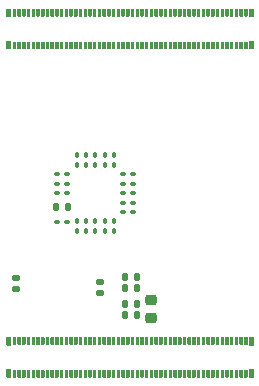
<source format=gbr>
%TF.GenerationSoftware,KiCad,Pcbnew,8.0.3*%
%TF.CreationDate,2024-07-19T10:15:31+08:00*%
%TF.ProjectId,h750xb_core,68373530-7862-45f6-936f-72652e6b6963,rev?*%
%TF.SameCoordinates,Original*%
%TF.FileFunction,Paste,Bot*%
%TF.FilePolarity,Positive*%
%FSLAX46Y46*%
G04 Gerber Fmt 4.6, Leading zero omitted, Abs format (unit mm)*
G04 Created by KiCad (PCBNEW 8.0.3) date 2024-07-19 10:15:31*
%MOMM*%
%LPD*%
G01*
G04 APERTURE LIST*
G04 Aperture macros list*
%AMRoundRect*
0 Rectangle with rounded corners*
0 $1 Rounding radius*
0 $2 $3 $4 $5 $6 $7 $8 $9 X,Y pos of 4 corners*
0 Add a 4 corners polygon primitive as box body*
4,1,4,$2,$3,$4,$5,$6,$7,$8,$9,$2,$3,0*
0 Add four circle primitives for the rounded corners*
1,1,$1+$1,$2,$3*
1,1,$1+$1,$4,$5*
1,1,$1+$1,$6,$7*
1,1,$1+$1,$8,$9*
0 Add four rect primitives between the rounded corners*
20,1,$1+$1,$2,$3,$4,$5,0*
20,1,$1+$1,$4,$5,$6,$7,0*
20,1,$1+$1,$6,$7,$8,$9,0*
20,1,$1+$1,$8,$9,$2,$3,0*%
G04 Aperture macros list end*
%ADD10C,0.010000*%
%ADD11RoundRect,0.090000X0.139000X0.090000X-0.139000X0.090000X-0.139000X-0.090000X0.139000X-0.090000X0*%
%ADD12RoundRect,0.090000X-0.139000X-0.090000X0.139000X-0.090000X0.139000X0.090000X-0.139000X0.090000X0*%
%ADD13RoundRect,0.090000X0.090000X-0.139000X0.090000X0.139000X-0.090000X0.139000X-0.090000X-0.139000X0*%
%ADD14RoundRect,0.218750X-0.256250X0.218750X-0.256250X-0.218750X0.256250X-0.218750X0.256250X0.218750X0*%
%ADD15RoundRect,0.140000X-0.140000X-0.170000X0.140000X-0.170000X0.140000X0.170000X-0.140000X0.170000X0*%
%ADD16RoundRect,0.090000X-0.090000X0.139000X-0.090000X-0.139000X0.090000X-0.139000X0.090000X0.139000X0*%
%ADD17RoundRect,0.135000X-0.135000X-0.185000X0.135000X-0.185000X0.135000X0.185000X-0.135000X0.185000X0*%
%ADD18RoundRect,0.140000X0.170000X-0.140000X0.170000X0.140000X-0.170000X0.140000X-0.170000X-0.140000X0*%
%ADD19RoundRect,0.140000X-0.170000X0.140000X-0.170000X-0.140000X0.170000X-0.140000X0.170000X0.140000X0*%
G04 APERTURE END LIST*
D10*
%TO.C,J1*%
X30104400Y-78616401D02*
X30107400Y-78616400D01*
X30111400Y-78617400D01*
X30115400Y-78618400D01*
X30118400Y-78618400D01*
X30122400Y-78619400D01*
X30125400Y-78621400D01*
X30128400Y-78622400D01*
X30132400Y-78624399D01*
X30135400Y-78625400D01*
X30138400Y-78627400D01*
X30141400Y-78629400D01*
X30144400Y-78632400D01*
X30147400Y-78634400D01*
X30149400Y-78637400D01*
X30152400Y-78639400D01*
X30154400Y-78642400D01*
X30157400Y-78645400D01*
X30159400Y-78648400D01*
X30161400Y-78651400D01*
X30162400Y-78654400D01*
X30164399Y-78658400D01*
X30165400Y-78661400D01*
X30167400Y-78664400D01*
X30168400Y-78668400D01*
X30168400Y-78671400D01*
X30169400Y-78675400D01*
X30170400Y-78679400D01*
X30170400Y-78682401D01*
X30170400Y-78686400D01*
X30170400Y-79206401D01*
X30170400Y-79210400D01*
X30170400Y-79213400D01*
X30169400Y-79217400D01*
X30168400Y-79221400D01*
X30168400Y-79224400D01*
X30167400Y-79228400D01*
X30165400Y-79231400D01*
X30164400Y-79234400D01*
X30162400Y-79238400D01*
X30161400Y-79241400D01*
X30159400Y-79244400D01*
X30157401Y-79247400D01*
X30154400Y-79250400D01*
X30152400Y-79253401D01*
X30149400Y-79255400D01*
X30147400Y-79258401D01*
X30144400Y-79260400D01*
X30141400Y-79263400D01*
X30138400Y-79265399D01*
X30135400Y-79267400D01*
X30132400Y-79268400D01*
X30128400Y-79270400D01*
X30125400Y-79271400D01*
X30122400Y-79273400D01*
X30118400Y-79274400D01*
X30115400Y-79274400D01*
X30111400Y-79275400D01*
X30107400Y-79276400D01*
X30104400Y-79276400D01*
X30100400Y-79276401D01*
X29890400Y-79276400D01*
X29886400Y-79276400D01*
X29883399Y-79276400D01*
X29879400Y-79275400D01*
X29875400Y-79274400D01*
X29872400Y-79274400D01*
X29868400Y-79273400D01*
X29865400Y-79271400D01*
X29862401Y-79270400D01*
X29858400Y-79268400D01*
X29855399Y-79267400D01*
X29852400Y-79265400D01*
X29849400Y-79263400D01*
X29846400Y-79260400D01*
X29843400Y-79258400D01*
X29841400Y-79255400D01*
X29838400Y-79253400D01*
X29836400Y-79250400D01*
X29833400Y-79247400D01*
X29831400Y-79244400D01*
X29829400Y-79241400D01*
X29828399Y-79238400D01*
X29826400Y-79234400D01*
X29825400Y-79231400D01*
X29823400Y-79228400D01*
X29822400Y-79224400D01*
X29822400Y-79221400D01*
X29821400Y-79217400D01*
X29820400Y-79213400D01*
X29820401Y-79210400D01*
X29820400Y-79206400D01*
X29820401Y-78686400D01*
X29820400Y-78682400D01*
X29820400Y-78679400D01*
X29821400Y-78675400D01*
X29822400Y-78671400D01*
X29822400Y-78668400D01*
X29823400Y-78664400D01*
X29825400Y-78661400D01*
X29826400Y-78658400D01*
X29828400Y-78654400D01*
X29829400Y-78651400D01*
X29831400Y-78648400D01*
X29833400Y-78645400D01*
X29836400Y-78642400D01*
X29838401Y-78639400D01*
X29841400Y-78637400D01*
X29843401Y-78634400D01*
X29846400Y-78632400D01*
X29849400Y-78629400D01*
X29852400Y-78627400D01*
X29855400Y-78625400D01*
X29858400Y-78624400D01*
X29862400Y-78622400D01*
X29865400Y-78621401D01*
X29868400Y-78619400D01*
X29872400Y-78618400D01*
X29875400Y-78618400D01*
X29879400Y-78617400D01*
X29883400Y-78616400D01*
X29886400Y-78616400D01*
X29890401Y-78616400D01*
X30100400Y-78616400D01*
X30104400Y-78616401D01*
G36*
X30104400Y-78616401D02*
G01*
X30107400Y-78616400D01*
X30111400Y-78617400D01*
X30115400Y-78618400D01*
X30118400Y-78618400D01*
X30122400Y-78619400D01*
X30125400Y-78621400D01*
X30128400Y-78622400D01*
X30132400Y-78624399D01*
X30135400Y-78625400D01*
X30138400Y-78627400D01*
X30141400Y-78629400D01*
X30144400Y-78632400D01*
X30147400Y-78634400D01*
X30149400Y-78637400D01*
X30152400Y-78639400D01*
X30154400Y-78642400D01*
X30157400Y-78645400D01*
X30159400Y-78648400D01*
X30161400Y-78651400D01*
X30162400Y-78654400D01*
X30164399Y-78658400D01*
X30165400Y-78661400D01*
X30167400Y-78664400D01*
X30168400Y-78668400D01*
X30168400Y-78671400D01*
X30169400Y-78675400D01*
X30170400Y-78679400D01*
X30170400Y-78682401D01*
X30170400Y-78686400D01*
X30170400Y-79206401D01*
X30170400Y-79210400D01*
X30170400Y-79213400D01*
X30169400Y-79217400D01*
X30168400Y-79221400D01*
X30168400Y-79224400D01*
X30167400Y-79228400D01*
X30165400Y-79231400D01*
X30164400Y-79234400D01*
X30162400Y-79238400D01*
X30161400Y-79241400D01*
X30159400Y-79244400D01*
X30157401Y-79247400D01*
X30154400Y-79250400D01*
X30152400Y-79253401D01*
X30149400Y-79255400D01*
X30147400Y-79258401D01*
X30144400Y-79260400D01*
X30141400Y-79263400D01*
X30138400Y-79265399D01*
X30135400Y-79267400D01*
X30132400Y-79268400D01*
X30128400Y-79270400D01*
X30125400Y-79271400D01*
X30122400Y-79273400D01*
X30118400Y-79274400D01*
X30115400Y-79274400D01*
X30111400Y-79275400D01*
X30107400Y-79276400D01*
X30104400Y-79276400D01*
X30100400Y-79276401D01*
X29890400Y-79276400D01*
X29886400Y-79276400D01*
X29883399Y-79276400D01*
X29879400Y-79275400D01*
X29875400Y-79274400D01*
X29872400Y-79274400D01*
X29868400Y-79273400D01*
X29865400Y-79271400D01*
X29862401Y-79270400D01*
X29858400Y-79268400D01*
X29855399Y-79267400D01*
X29852400Y-79265400D01*
X29849400Y-79263400D01*
X29846400Y-79260400D01*
X29843400Y-79258400D01*
X29841400Y-79255400D01*
X29838400Y-79253400D01*
X29836400Y-79250400D01*
X29833400Y-79247400D01*
X29831400Y-79244400D01*
X29829400Y-79241400D01*
X29828399Y-79238400D01*
X29826400Y-79234400D01*
X29825400Y-79231400D01*
X29823400Y-79228400D01*
X29822400Y-79224400D01*
X29822400Y-79221400D01*
X29821400Y-79217400D01*
X29820400Y-79213400D01*
X29820401Y-79210400D01*
X29820400Y-79206400D01*
X29820401Y-78686400D01*
X29820400Y-78682400D01*
X29820400Y-78679400D01*
X29821400Y-78675400D01*
X29822400Y-78671400D01*
X29822400Y-78668400D01*
X29823400Y-78664400D01*
X29825400Y-78661400D01*
X29826400Y-78658400D01*
X29828400Y-78654400D01*
X29829400Y-78651400D01*
X29831400Y-78648400D01*
X29833400Y-78645400D01*
X29836400Y-78642400D01*
X29838401Y-78639400D01*
X29841400Y-78637400D01*
X29843401Y-78634400D01*
X29846400Y-78632400D01*
X29849400Y-78629400D01*
X29852400Y-78627400D01*
X29855400Y-78625400D01*
X29858400Y-78624400D01*
X29862400Y-78622400D01*
X29865400Y-78621401D01*
X29868400Y-78619400D01*
X29872400Y-78618400D01*
X29875400Y-78618400D01*
X29879400Y-78617400D01*
X29883400Y-78616400D01*
X29886400Y-78616400D01*
X29890401Y-78616400D01*
X30100400Y-78616400D01*
X30104400Y-78616401D01*
G37*
X30104400Y-81326400D02*
X30107400Y-81326400D01*
X30111400Y-81327400D01*
X30115400Y-81328400D01*
X30118400Y-81328400D01*
X30122400Y-81329400D01*
X30125400Y-81331400D01*
X30128400Y-81332400D01*
X30132400Y-81334400D01*
X30135400Y-81335400D01*
X30138400Y-81337401D01*
X30141400Y-81339400D01*
X30144400Y-81342400D01*
X30147400Y-81344399D01*
X30149400Y-81347400D01*
X30152400Y-81349399D01*
X30154400Y-81352400D01*
X30157401Y-81355400D01*
X30159400Y-81358400D01*
X30161400Y-81361400D01*
X30162400Y-81364400D01*
X30164400Y-81368400D01*
X30165400Y-81371400D01*
X30167400Y-81374400D01*
X30168400Y-81378400D01*
X30168400Y-81381400D01*
X30169400Y-81385400D01*
X30170400Y-81389400D01*
X30170400Y-81392400D01*
X30170400Y-81396399D01*
X30170400Y-81916400D01*
X30170400Y-81920399D01*
X30170400Y-81923400D01*
X30169400Y-81927400D01*
X30168400Y-81931400D01*
X30168400Y-81934400D01*
X30167400Y-81938400D01*
X30165400Y-81941400D01*
X30164399Y-81944400D01*
X30162400Y-81948400D01*
X30161400Y-81951400D01*
X30159400Y-81954400D01*
X30157400Y-81957400D01*
X30154400Y-81960400D01*
X30152400Y-81963400D01*
X30149400Y-81965400D01*
X30147400Y-81968400D01*
X30144400Y-81970400D01*
X30141400Y-81973400D01*
X30138400Y-81975400D01*
X30135400Y-81977400D01*
X30132400Y-81978401D01*
X30128400Y-81980400D01*
X30125400Y-81981400D01*
X30122400Y-81983400D01*
X30118400Y-81984400D01*
X30115400Y-81984400D01*
X30111400Y-81985400D01*
X30107400Y-81986400D01*
X30104400Y-81986399D01*
X30100400Y-81986400D01*
X29890401Y-81986400D01*
X29886400Y-81986400D01*
X29883400Y-81986400D01*
X29879400Y-81985400D01*
X29875400Y-81984400D01*
X29872400Y-81984400D01*
X29868400Y-81983400D01*
X29865400Y-81981399D01*
X29862400Y-81980400D01*
X29858400Y-81978400D01*
X29855400Y-81977400D01*
X29852400Y-81975400D01*
X29849400Y-81973400D01*
X29846400Y-81970400D01*
X29843401Y-81968400D01*
X29841400Y-81965400D01*
X29838401Y-81963400D01*
X29836400Y-81960400D01*
X29833400Y-81957400D01*
X29831400Y-81954400D01*
X29829400Y-81951400D01*
X29828400Y-81948400D01*
X29826400Y-81944400D01*
X29825400Y-81941400D01*
X29823400Y-81938400D01*
X29822400Y-81934400D01*
X29822400Y-81931400D01*
X29821400Y-81927400D01*
X29820400Y-81923400D01*
X29820400Y-81920400D01*
X29820401Y-81916400D01*
X29820400Y-81396400D01*
X29820401Y-81392400D01*
X29820400Y-81389400D01*
X29821400Y-81385400D01*
X29822400Y-81381400D01*
X29822400Y-81378400D01*
X29823400Y-81374400D01*
X29825400Y-81371400D01*
X29826400Y-81368400D01*
X29828399Y-81364400D01*
X29829400Y-81361400D01*
X29831400Y-81358400D01*
X29833400Y-81355400D01*
X29836400Y-81352400D01*
X29838400Y-81349400D01*
X29841400Y-81347400D01*
X29843400Y-81344400D01*
X29846400Y-81342400D01*
X29849400Y-81339400D01*
X29852400Y-81337400D01*
X29855399Y-81335400D01*
X29858400Y-81334400D01*
X29862401Y-81332400D01*
X29865400Y-81331400D01*
X29868400Y-81329400D01*
X29872400Y-81328400D01*
X29875400Y-81328400D01*
X29879400Y-81327400D01*
X29883399Y-81326400D01*
X29886400Y-81326400D01*
X29890400Y-81326400D01*
X30100400Y-81326399D01*
X30104400Y-81326400D01*
G36*
X30104400Y-81326400D02*
G01*
X30107400Y-81326400D01*
X30111400Y-81327400D01*
X30115400Y-81328400D01*
X30118400Y-81328400D01*
X30122400Y-81329400D01*
X30125400Y-81331400D01*
X30128400Y-81332400D01*
X30132400Y-81334400D01*
X30135400Y-81335400D01*
X30138400Y-81337401D01*
X30141400Y-81339400D01*
X30144400Y-81342400D01*
X30147400Y-81344399D01*
X30149400Y-81347400D01*
X30152400Y-81349399D01*
X30154400Y-81352400D01*
X30157401Y-81355400D01*
X30159400Y-81358400D01*
X30161400Y-81361400D01*
X30162400Y-81364400D01*
X30164400Y-81368400D01*
X30165400Y-81371400D01*
X30167400Y-81374400D01*
X30168400Y-81378400D01*
X30168400Y-81381400D01*
X30169400Y-81385400D01*
X30170400Y-81389400D01*
X30170400Y-81392400D01*
X30170400Y-81396399D01*
X30170400Y-81916400D01*
X30170400Y-81920399D01*
X30170400Y-81923400D01*
X30169400Y-81927400D01*
X30168400Y-81931400D01*
X30168400Y-81934400D01*
X30167400Y-81938400D01*
X30165400Y-81941400D01*
X30164399Y-81944400D01*
X30162400Y-81948400D01*
X30161400Y-81951400D01*
X30159400Y-81954400D01*
X30157400Y-81957400D01*
X30154400Y-81960400D01*
X30152400Y-81963400D01*
X30149400Y-81965400D01*
X30147400Y-81968400D01*
X30144400Y-81970400D01*
X30141400Y-81973400D01*
X30138400Y-81975400D01*
X30135400Y-81977400D01*
X30132400Y-81978401D01*
X30128400Y-81980400D01*
X30125400Y-81981400D01*
X30122400Y-81983400D01*
X30118400Y-81984400D01*
X30115400Y-81984400D01*
X30111400Y-81985400D01*
X30107400Y-81986400D01*
X30104400Y-81986399D01*
X30100400Y-81986400D01*
X29890401Y-81986400D01*
X29886400Y-81986400D01*
X29883400Y-81986400D01*
X29879400Y-81985400D01*
X29875400Y-81984400D01*
X29872400Y-81984400D01*
X29868400Y-81983400D01*
X29865400Y-81981399D01*
X29862400Y-81980400D01*
X29858400Y-81978400D01*
X29855400Y-81977400D01*
X29852400Y-81975400D01*
X29849400Y-81973400D01*
X29846400Y-81970400D01*
X29843401Y-81968400D01*
X29841400Y-81965400D01*
X29838401Y-81963400D01*
X29836400Y-81960400D01*
X29833400Y-81957400D01*
X29831400Y-81954400D01*
X29829400Y-81951400D01*
X29828400Y-81948400D01*
X29826400Y-81944400D01*
X29825400Y-81941400D01*
X29823400Y-81938400D01*
X29822400Y-81934400D01*
X29822400Y-81931400D01*
X29821400Y-81927400D01*
X29820400Y-81923400D01*
X29820400Y-81920400D01*
X29820401Y-81916400D01*
X29820400Y-81396400D01*
X29820401Y-81392400D01*
X29820400Y-81389400D01*
X29821400Y-81385400D01*
X29822400Y-81381400D01*
X29822400Y-81378400D01*
X29823400Y-81374400D01*
X29825400Y-81371400D01*
X29826400Y-81368400D01*
X29828399Y-81364400D01*
X29829400Y-81361400D01*
X29831400Y-81358400D01*
X29833400Y-81355400D01*
X29836400Y-81352400D01*
X29838400Y-81349400D01*
X29841400Y-81347400D01*
X29843400Y-81344400D01*
X29846400Y-81342400D01*
X29849400Y-81339400D01*
X29852400Y-81337400D01*
X29855399Y-81335400D01*
X29858400Y-81334400D01*
X29862401Y-81332400D01*
X29865400Y-81331400D01*
X29868400Y-81329400D01*
X29872400Y-81328400D01*
X29875400Y-81328400D01*
X29879400Y-81327400D01*
X29883399Y-81326400D01*
X29886400Y-81326400D01*
X29890400Y-81326400D01*
X30100400Y-81326399D01*
X30104400Y-81326400D01*
G37*
X30516400Y-78617400D02*
X30520400Y-78618400D01*
X30523400Y-78618400D01*
X30527400Y-78619400D01*
X30530400Y-78621401D01*
X30533400Y-78622400D01*
X30537400Y-78624400D01*
X30540400Y-78625400D01*
X30543400Y-78627400D01*
X30546400Y-78629400D01*
X30549400Y-78632400D01*
X30552400Y-78634400D01*
X30554400Y-78637400D01*
X30557400Y-78639400D01*
X30559400Y-78642400D01*
X30562400Y-78645400D01*
X30564400Y-78648400D01*
X30566400Y-78651400D01*
X30567400Y-78654400D01*
X30569401Y-78658400D01*
X30570400Y-78661400D01*
X30572400Y-78664400D01*
X30573400Y-78668400D01*
X30573400Y-78671399D01*
X30574400Y-78675400D01*
X30575400Y-78679400D01*
X30575400Y-78682400D01*
X30575400Y-78686400D01*
X30575400Y-79136400D01*
X30575400Y-79140400D01*
X30575400Y-79143400D01*
X30574400Y-79147400D01*
X30573400Y-79151400D01*
X30573400Y-79154400D01*
X30572399Y-79158400D01*
X30570400Y-79161400D01*
X30569401Y-79164400D01*
X30567400Y-79168400D01*
X30566400Y-79171400D01*
X30564400Y-79174400D01*
X30562399Y-79177400D01*
X30559400Y-79180400D01*
X30557400Y-79183400D01*
X30554400Y-79185400D01*
X30552400Y-79188400D01*
X30549400Y-79190399D01*
X30546400Y-79193400D01*
X30543400Y-79195400D01*
X30540400Y-79197400D01*
X30537400Y-79198400D01*
X30533400Y-79200400D01*
X30530399Y-79201400D01*
X30527400Y-79203400D01*
X30523400Y-79204400D01*
X30520400Y-79204400D01*
X30516399Y-79205400D01*
X30512400Y-79206400D01*
X30509400Y-79206400D01*
X30505400Y-79206400D01*
X30435400Y-79206400D01*
X30431399Y-79206400D01*
X30428400Y-79206400D01*
X30424401Y-79205400D01*
X30420400Y-79204400D01*
X30417400Y-79204400D01*
X30413400Y-79203400D01*
X30410401Y-79201400D01*
X30407400Y-79200400D01*
X30403400Y-79198400D01*
X30400400Y-79197400D01*
X30397400Y-79195400D01*
X30394400Y-79193400D01*
X30391400Y-79190399D01*
X30388400Y-79188400D01*
X30386400Y-79185400D01*
X30383400Y-79183400D01*
X30381400Y-79180400D01*
X30378400Y-79177400D01*
X30376400Y-79174400D01*
X30374400Y-79171400D01*
X30373400Y-79168400D01*
X30371400Y-79164401D01*
X30370400Y-79161400D01*
X30368400Y-79158400D01*
X30367400Y-79154400D01*
X30367400Y-79151400D01*
X30366400Y-79147400D01*
X30365400Y-79143400D01*
X30365400Y-79140400D01*
X30365400Y-79136400D01*
X30365400Y-78686400D01*
X30365400Y-78682400D01*
X30365400Y-78679400D01*
X30366400Y-78675400D01*
X30367400Y-78671399D01*
X30367400Y-78668400D01*
X30368400Y-78664400D01*
X30370400Y-78661400D01*
X30371400Y-78658401D01*
X30373400Y-78654400D01*
X30374400Y-78651400D01*
X30376400Y-78648400D01*
X30378400Y-78645400D01*
X30381400Y-78642400D01*
X30383400Y-78639400D01*
X30386400Y-78637400D01*
X30388400Y-78634400D01*
X30391400Y-78632400D01*
X30394400Y-78629400D01*
X30397400Y-78627400D01*
X30400400Y-78625400D01*
X30403399Y-78624400D01*
X30407400Y-78622400D01*
X30410401Y-78621400D01*
X30413400Y-78619400D01*
X30417400Y-78618400D01*
X30420400Y-78618400D01*
X30424400Y-78617400D01*
X30428400Y-78616400D01*
X30431399Y-78616400D01*
X30435400Y-78616400D01*
X30505400Y-78616400D01*
X30509400Y-78616400D01*
X30512400Y-78616400D01*
X30516400Y-78617400D01*
G36*
X30516400Y-78617400D02*
G01*
X30520400Y-78618400D01*
X30523400Y-78618400D01*
X30527400Y-78619400D01*
X30530400Y-78621401D01*
X30533400Y-78622400D01*
X30537400Y-78624400D01*
X30540400Y-78625400D01*
X30543400Y-78627400D01*
X30546400Y-78629400D01*
X30549400Y-78632400D01*
X30552400Y-78634400D01*
X30554400Y-78637400D01*
X30557400Y-78639400D01*
X30559400Y-78642400D01*
X30562400Y-78645400D01*
X30564400Y-78648400D01*
X30566400Y-78651400D01*
X30567400Y-78654400D01*
X30569401Y-78658400D01*
X30570400Y-78661400D01*
X30572400Y-78664400D01*
X30573400Y-78668400D01*
X30573400Y-78671399D01*
X30574400Y-78675400D01*
X30575400Y-78679400D01*
X30575400Y-78682400D01*
X30575400Y-78686400D01*
X30575400Y-79136400D01*
X30575400Y-79140400D01*
X30575400Y-79143400D01*
X30574400Y-79147400D01*
X30573400Y-79151400D01*
X30573400Y-79154400D01*
X30572399Y-79158400D01*
X30570400Y-79161400D01*
X30569401Y-79164400D01*
X30567400Y-79168400D01*
X30566400Y-79171400D01*
X30564400Y-79174400D01*
X30562399Y-79177400D01*
X30559400Y-79180400D01*
X30557400Y-79183400D01*
X30554400Y-79185400D01*
X30552400Y-79188400D01*
X30549400Y-79190399D01*
X30546400Y-79193400D01*
X30543400Y-79195400D01*
X30540400Y-79197400D01*
X30537400Y-79198400D01*
X30533400Y-79200400D01*
X30530399Y-79201400D01*
X30527400Y-79203400D01*
X30523400Y-79204400D01*
X30520400Y-79204400D01*
X30516399Y-79205400D01*
X30512400Y-79206400D01*
X30509400Y-79206400D01*
X30505400Y-79206400D01*
X30435400Y-79206400D01*
X30431399Y-79206400D01*
X30428400Y-79206400D01*
X30424401Y-79205400D01*
X30420400Y-79204400D01*
X30417400Y-79204400D01*
X30413400Y-79203400D01*
X30410401Y-79201400D01*
X30407400Y-79200400D01*
X30403400Y-79198400D01*
X30400400Y-79197400D01*
X30397400Y-79195400D01*
X30394400Y-79193400D01*
X30391400Y-79190399D01*
X30388400Y-79188400D01*
X30386400Y-79185400D01*
X30383400Y-79183400D01*
X30381400Y-79180400D01*
X30378400Y-79177400D01*
X30376400Y-79174400D01*
X30374400Y-79171400D01*
X30373400Y-79168400D01*
X30371400Y-79164401D01*
X30370400Y-79161400D01*
X30368400Y-79158400D01*
X30367400Y-79154400D01*
X30367400Y-79151400D01*
X30366400Y-79147400D01*
X30365400Y-79143400D01*
X30365400Y-79140400D01*
X30365400Y-79136400D01*
X30365400Y-78686400D01*
X30365400Y-78682400D01*
X30365400Y-78679400D01*
X30366400Y-78675400D01*
X30367400Y-78671399D01*
X30367400Y-78668400D01*
X30368400Y-78664400D01*
X30370400Y-78661400D01*
X30371400Y-78658401D01*
X30373400Y-78654400D01*
X30374400Y-78651400D01*
X30376400Y-78648400D01*
X30378400Y-78645400D01*
X30381400Y-78642400D01*
X30383400Y-78639400D01*
X30386400Y-78637400D01*
X30388400Y-78634400D01*
X30391400Y-78632400D01*
X30394400Y-78629400D01*
X30397400Y-78627400D01*
X30400400Y-78625400D01*
X30403399Y-78624400D01*
X30407400Y-78622400D01*
X30410401Y-78621400D01*
X30413400Y-78619400D01*
X30417400Y-78618400D01*
X30420400Y-78618400D01*
X30424400Y-78617400D01*
X30428400Y-78616400D01*
X30431399Y-78616400D01*
X30435400Y-78616400D01*
X30505400Y-78616400D01*
X30509400Y-78616400D01*
X30512400Y-78616400D01*
X30516400Y-78617400D01*
G37*
X30516399Y-81397400D02*
X30520400Y-81398400D01*
X30523400Y-81398400D01*
X30527400Y-81399400D01*
X30530399Y-81401400D01*
X30533400Y-81402400D01*
X30537400Y-81404400D01*
X30540400Y-81405400D01*
X30543400Y-81407400D01*
X30546400Y-81409400D01*
X30549400Y-81412401D01*
X30552400Y-81414400D01*
X30554400Y-81417400D01*
X30557400Y-81419400D01*
X30559400Y-81422400D01*
X30562399Y-81425400D01*
X30564400Y-81428400D01*
X30566400Y-81431400D01*
X30567400Y-81434400D01*
X30569401Y-81438400D01*
X30570400Y-81441400D01*
X30572399Y-81444400D01*
X30573400Y-81448400D01*
X30573400Y-81451400D01*
X30574400Y-81455400D01*
X30575400Y-81459400D01*
X30575400Y-81462400D01*
X30575400Y-81466400D01*
X30575400Y-81916400D01*
X30575400Y-81920400D01*
X30575400Y-81923400D01*
X30574400Y-81927400D01*
X30573400Y-81931401D01*
X30573400Y-81934400D01*
X30572400Y-81938400D01*
X30570400Y-81941400D01*
X30569401Y-81944400D01*
X30567400Y-81948400D01*
X30566400Y-81951400D01*
X30564400Y-81954400D01*
X30562400Y-81957400D01*
X30559400Y-81960400D01*
X30557400Y-81963400D01*
X30554400Y-81965400D01*
X30552400Y-81968400D01*
X30549400Y-81970400D01*
X30546400Y-81973400D01*
X30543400Y-81975400D01*
X30540400Y-81977400D01*
X30537400Y-81978400D01*
X30533400Y-81980400D01*
X30530400Y-81981399D01*
X30527400Y-81983400D01*
X30523400Y-81984400D01*
X30520400Y-81984400D01*
X30516400Y-81985400D01*
X30512400Y-81986400D01*
X30509400Y-81986400D01*
X30505400Y-81986400D01*
X30435400Y-81986400D01*
X30431399Y-81986400D01*
X30428400Y-81986400D01*
X30424400Y-81985400D01*
X30420400Y-81984400D01*
X30417400Y-81984400D01*
X30413400Y-81983400D01*
X30410401Y-81981400D01*
X30407400Y-81980400D01*
X30403399Y-81978400D01*
X30400400Y-81977400D01*
X30397400Y-81975400D01*
X30394400Y-81973400D01*
X30391400Y-81970400D01*
X30388400Y-81968400D01*
X30386400Y-81965400D01*
X30383400Y-81963400D01*
X30381400Y-81960400D01*
X30378400Y-81957400D01*
X30376400Y-81954400D01*
X30374400Y-81951400D01*
X30373400Y-81948400D01*
X30371400Y-81944399D01*
X30370400Y-81941400D01*
X30368400Y-81938400D01*
X30367400Y-81934400D01*
X30367400Y-81931401D01*
X30366400Y-81927400D01*
X30365400Y-81923400D01*
X30365400Y-81920400D01*
X30365400Y-81916400D01*
X30365400Y-81466400D01*
X30365400Y-81462400D01*
X30365400Y-81459400D01*
X30366400Y-81455400D01*
X30367400Y-81451400D01*
X30367400Y-81448400D01*
X30368400Y-81444400D01*
X30370400Y-81441400D01*
X30371400Y-81438399D01*
X30373400Y-81434400D01*
X30374400Y-81431400D01*
X30376400Y-81428400D01*
X30378400Y-81425400D01*
X30381400Y-81422400D01*
X30383400Y-81419400D01*
X30386400Y-81417400D01*
X30388400Y-81414400D01*
X30391400Y-81412401D01*
X30394400Y-81409400D01*
X30397400Y-81407400D01*
X30400400Y-81405400D01*
X30403400Y-81404400D01*
X30407400Y-81402400D01*
X30410401Y-81401400D01*
X30413400Y-81399400D01*
X30417400Y-81398400D01*
X30420400Y-81398400D01*
X30424401Y-81397400D01*
X30428400Y-81396400D01*
X30431399Y-81396400D01*
X30435400Y-81396400D01*
X30505400Y-81396400D01*
X30509400Y-81396400D01*
X30512400Y-81396400D01*
X30516399Y-81397400D01*
G36*
X30516399Y-81397400D02*
G01*
X30520400Y-81398400D01*
X30523400Y-81398400D01*
X30527400Y-81399400D01*
X30530399Y-81401400D01*
X30533400Y-81402400D01*
X30537400Y-81404400D01*
X30540400Y-81405400D01*
X30543400Y-81407400D01*
X30546400Y-81409400D01*
X30549400Y-81412401D01*
X30552400Y-81414400D01*
X30554400Y-81417400D01*
X30557400Y-81419400D01*
X30559400Y-81422400D01*
X30562399Y-81425400D01*
X30564400Y-81428400D01*
X30566400Y-81431400D01*
X30567400Y-81434400D01*
X30569401Y-81438400D01*
X30570400Y-81441400D01*
X30572399Y-81444400D01*
X30573400Y-81448400D01*
X30573400Y-81451400D01*
X30574400Y-81455400D01*
X30575400Y-81459400D01*
X30575400Y-81462400D01*
X30575400Y-81466400D01*
X30575400Y-81916400D01*
X30575400Y-81920400D01*
X30575400Y-81923400D01*
X30574400Y-81927400D01*
X30573400Y-81931401D01*
X30573400Y-81934400D01*
X30572400Y-81938400D01*
X30570400Y-81941400D01*
X30569401Y-81944400D01*
X30567400Y-81948400D01*
X30566400Y-81951400D01*
X30564400Y-81954400D01*
X30562400Y-81957400D01*
X30559400Y-81960400D01*
X30557400Y-81963400D01*
X30554400Y-81965400D01*
X30552400Y-81968400D01*
X30549400Y-81970400D01*
X30546400Y-81973400D01*
X30543400Y-81975400D01*
X30540400Y-81977400D01*
X30537400Y-81978400D01*
X30533400Y-81980400D01*
X30530400Y-81981399D01*
X30527400Y-81983400D01*
X30523400Y-81984400D01*
X30520400Y-81984400D01*
X30516400Y-81985400D01*
X30512400Y-81986400D01*
X30509400Y-81986400D01*
X30505400Y-81986400D01*
X30435400Y-81986400D01*
X30431399Y-81986400D01*
X30428400Y-81986400D01*
X30424400Y-81985400D01*
X30420400Y-81984400D01*
X30417400Y-81984400D01*
X30413400Y-81983400D01*
X30410401Y-81981400D01*
X30407400Y-81980400D01*
X30403399Y-81978400D01*
X30400400Y-81977400D01*
X30397400Y-81975400D01*
X30394400Y-81973400D01*
X30391400Y-81970400D01*
X30388400Y-81968400D01*
X30386400Y-81965400D01*
X30383400Y-81963400D01*
X30381400Y-81960400D01*
X30378400Y-81957400D01*
X30376400Y-81954400D01*
X30374400Y-81951400D01*
X30373400Y-81948400D01*
X30371400Y-81944399D01*
X30370400Y-81941400D01*
X30368400Y-81938400D01*
X30367400Y-81934400D01*
X30367400Y-81931401D01*
X30366400Y-81927400D01*
X30365400Y-81923400D01*
X30365400Y-81920400D01*
X30365400Y-81916400D01*
X30365400Y-81466400D01*
X30365400Y-81462400D01*
X30365400Y-81459400D01*
X30366400Y-81455400D01*
X30367400Y-81451400D01*
X30367400Y-81448400D01*
X30368400Y-81444400D01*
X30370400Y-81441400D01*
X30371400Y-81438399D01*
X30373400Y-81434400D01*
X30374400Y-81431400D01*
X30376400Y-81428400D01*
X30378400Y-81425400D01*
X30381400Y-81422400D01*
X30383400Y-81419400D01*
X30386400Y-81417400D01*
X30388400Y-81414400D01*
X30391400Y-81412401D01*
X30394400Y-81409400D01*
X30397400Y-81407400D01*
X30400400Y-81405400D01*
X30403400Y-81404400D01*
X30407400Y-81402400D01*
X30410401Y-81401400D01*
X30413400Y-81399400D01*
X30417400Y-81398400D01*
X30420400Y-81398400D01*
X30424401Y-81397400D01*
X30428400Y-81396400D01*
X30431399Y-81396400D01*
X30435400Y-81396400D01*
X30505400Y-81396400D01*
X30509400Y-81396400D01*
X30512400Y-81396400D01*
X30516399Y-81397400D01*
G37*
X30835400Y-78616401D02*
X30905400Y-78616400D01*
X30909399Y-78616400D01*
X30912400Y-78616400D01*
X30916400Y-78617400D01*
X30920400Y-78618400D01*
X30923400Y-78618400D01*
X30927400Y-78619400D01*
X30930400Y-78621400D01*
X30933400Y-78622400D01*
X30937399Y-78624400D01*
X30940400Y-78625400D01*
X30943400Y-78627400D01*
X30946400Y-78629400D01*
X30949400Y-78632400D01*
X30952400Y-78634400D01*
X30954400Y-78637400D01*
X30957400Y-78639400D01*
X30959400Y-78642400D01*
X30962400Y-78645400D01*
X30964400Y-78648400D01*
X30966400Y-78651400D01*
X30967400Y-78654401D01*
X30969400Y-78658400D01*
X30970400Y-78661400D01*
X30972400Y-78664400D01*
X30973400Y-78668400D01*
X30973400Y-78671400D01*
X30974400Y-78675400D01*
X30975400Y-78679400D01*
X30975400Y-78682401D01*
X30975400Y-78686400D01*
X30975400Y-79136400D01*
X30975399Y-79140400D01*
X30975400Y-79143400D01*
X30974400Y-79147400D01*
X30973400Y-79151400D01*
X30973400Y-79154400D01*
X30972400Y-79158400D01*
X30970400Y-79161400D01*
X30969400Y-79164400D01*
X30967401Y-79168400D01*
X30966400Y-79171400D01*
X30964400Y-79174400D01*
X30962400Y-79177400D01*
X30959400Y-79180400D01*
X30957400Y-79183400D01*
X30954400Y-79185400D01*
X30952400Y-79188400D01*
X30949400Y-79190400D01*
X30946400Y-79193400D01*
X30943400Y-79195400D01*
X30940400Y-79197400D01*
X30937400Y-79198400D01*
X30933400Y-79200399D01*
X30930400Y-79201400D01*
X30927400Y-79203400D01*
X30923400Y-79204400D01*
X30920400Y-79204399D01*
X30916400Y-79205400D01*
X30912400Y-79206400D01*
X30909399Y-79206400D01*
X30905400Y-79206400D01*
X30835400Y-79206401D01*
X30831400Y-79206400D01*
X30828400Y-79206400D01*
X30824400Y-79205400D01*
X30820400Y-79204400D01*
X30817400Y-79204399D01*
X30813400Y-79203400D01*
X30810400Y-79201400D01*
X30807400Y-79200400D01*
X30803400Y-79198400D01*
X30800400Y-79197400D01*
X30797400Y-79195399D01*
X30794400Y-79193400D01*
X30791400Y-79190400D01*
X30788400Y-79188400D01*
X30786400Y-79185400D01*
X30783400Y-79183401D01*
X30781400Y-79180400D01*
X30778399Y-79177400D01*
X30776400Y-79174400D01*
X30774400Y-79171400D01*
X30773400Y-79168400D01*
X30771400Y-79164400D01*
X30770400Y-79161400D01*
X30768399Y-79158400D01*
X30767400Y-79154400D01*
X30767400Y-79151400D01*
X30766400Y-79147400D01*
X30765400Y-79143400D01*
X30765400Y-79140400D01*
X30765400Y-79136401D01*
X30765400Y-78686401D01*
X30765400Y-78682400D01*
X30765400Y-78679400D01*
X30766400Y-78675400D01*
X30767400Y-78671400D01*
X30767400Y-78668400D01*
X30768400Y-78664400D01*
X30770400Y-78661399D01*
X30771400Y-78658400D01*
X30773400Y-78654400D01*
X30774400Y-78651400D01*
X30776400Y-78648400D01*
X30778400Y-78645400D01*
X30781400Y-78642400D01*
X30783399Y-78639400D01*
X30786400Y-78637400D01*
X30788400Y-78634399D01*
X30791400Y-78632400D01*
X30794401Y-78629400D01*
X30797400Y-78627400D01*
X30800400Y-78625400D01*
X30803400Y-78624400D01*
X30807400Y-78622400D01*
X30810400Y-78621400D01*
X30813400Y-78619400D01*
X30817400Y-78618400D01*
X30820400Y-78618400D01*
X30824400Y-78617400D01*
X30828400Y-78616400D01*
X30831400Y-78616400D01*
X30835400Y-78616401D01*
G36*
X30835400Y-78616401D02*
G01*
X30905400Y-78616400D01*
X30909399Y-78616400D01*
X30912400Y-78616400D01*
X30916400Y-78617400D01*
X30920400Y-78618400D01*
X30923400Y-78618400D01*
X30927400Y-78619400D01*
X30930400Y-78621400D01*
X30933400Y-78622400D01*
X30937399Y-78624400D01*
X30940400Y-78625400D01*
X30943400Y-78627400D01*
X30946400Y-78629400D01*
X30949400Y-78632400D01*
X30952400Y-78634400D01*
X30954400Y-78637400D01*
X30957400Y-78639400D01*
X30959400Y-78642400D01*
X30962400Y-78645400D01*
X30964400Y-78648400D01*
X30966400Y-78651400D01*
X30967400Y-78654401D01*
X30969400Y-78658400D01*
X30970400Y-78661400D01*
X30972400Y-78664400D01*
X30973400Y-78668400D01*
X30973400Y-78671400D01*
X30974400Y-78675400D01*
X30975400Y-78679400D01*
X30975400Y-78682401D01*
X30975400Y-78686400D01*
X30975400Y-79136400D01*
X30975399Y-79140400D01*
X30975400Y-79143400D01*
X30974400Y-79147400D01*
X30973400Y-79151400D01*
X30973400Y-79154400D01*
X30972400Y-79158400D01*
X30970400Y-79161400D01*
X30969400Y-79164400D01*
X30967401Y-79168400D01*
X30966400Y-79171400D01*
X30964400Y-79174400D01*
X30962400Y-79177400D01*
X30959400Y-79180400D01*
X30957400Y-79183400D01*
X30954400Y-79185400D01*
X30952400Y-79188400D01*
X30949400Y-79190400D01*
X30946400Y-79193400D01*
X30943400Y-79195400D01*
X30940400Y-79197400D01*
X30937400Y-79198400D01*
X30933400Y-79200399D01*
X30930400Y-79201400D01*
X30927400Y-79203400D01*
X30923400Y-79204400D01*
X30920400Y-79204399D01*
X30916400Y-79205400D01*
X30912400Y-79206400D01*
X30909399Y-79206400D01*
X30905400Y-79206400D01*
X30835400Y-79206401D01*
X30831400Y-79206400D01*
X30828400Y-79206400D01*
X30824400Y-79205400D01*
X30820400Y-79204400D01*
X30817400Y-79204399D01*
X30813400Y-79203400D01*
X30810400Y-79201400D01*
X30807400Y-79200400D01*
X30803400Y-79198400D01*
X30800400Y-79197400D01*
X30797400Y-79195399D01*
X30794400Y-79193400D01*
X30791400Y-79190400D01*
X30788400Y-79188400D01*
X30786400Y-79185400D01*
X30783400Y-79183401D01*
X30781400Y-79180400D01*
X30778399Y-79177400D01*
X30776400Y-79174400D01*
X30774400Y-79171400D01*
X30773400Y-79168400D01*
X30771400Y-79164400D01*
X30770400Y-79161400D01*
X30768399Y-79158400D01*
X30767400Y-79154400D01*
X30767400Y-79151400D01*
X30766400Y-79147400D01*
X30765400Y-79143400D01*
X30765400Y-79140400D01*
X30765400Y-79136401D01*
X30765400Y-78686401D01*
X30765400Y-78682400D01*
X30765400Y-78679400D01*
X30766400Y-78675400D01*
X30767400Y-78671400D01*
X30767400Y-78668400D01*
X30768400Y-78664400D01*
X30770400Y-78661399D01*
X30771400Y-78658400D01*
X30773400Y-78654400D01*
X30774400Y-78651400D01*
X30776400Y-78648400D01*
X30778400Y-78645400D01*
X30781400Y-78642400D01*
X30783399Y-78639400D01*
X30786400Y-78637400D01*
X30788400Y-78634399D01*
X30791400Y-78632400D01*
X30794401Y-78629400D01*
X30797400Y-78627400D01*
X30800400Y-78625400D01*
X30803400Y-78624400D01*
X30807400Y-78622400D01*
X30810400Y-78621400D01*
X30813400Y-78619400D01*
X30817400Y-78618400D01*
X30820400Y-78618400D01*
X30824400Y-78617400D01*
X30828400Y-78616400D01*
X30831400Y-78616400D01*
X30835400Y-78616401D01*
G37*
X30905400Y-81396400D02*
X30909399Y-81396400D01*
X30912400Y-81396400D01*
X30916400Y-81397400D01*
X30920400Y-81398401D01*
X30923400Y-81398400D01*
X30927400Y-81399400D01*
X30930400Y-81401400D01*
X30933400Y-81402401D01*
X30937400Y-81404400D01*
X30940400Y-81405400D01*
X30943400Y-81407400D01*
X30946400Y-81409400D01*
X30949400Y-81412400D01*
X30952400Y-81414400D01*
X30954400Y-81417400D01*
X30957400Y-81419400D01*
X30959400Y-81422400D01*
X30962400Y-81425400D01*
X30964400Y-81428400D01*
X30966400Y-81431400D01*
X30967401Y-81434400D01*
X30969400Y-81438400D01*
X30970400Y-81441400D01*
X30972400Y-81444400D01*
X30973400Y-81448400D01*
X30973400Y-81451400D01*
X30974400Y-81455400D01*
X30975400Y-81459400D01*
X30975399Y-81462400D01*
X30975400Y-81466400D01*
X30975400Y-81916400D01*
X30975400Y-81920399D01*
X30975400Y-81923400D01*
X30974400Y-81927400D01*
X30973400Y-81931400D01*
X30973400Y-81934400D01*
X30972400Y-81938400D01*
X30970400Y-81941400D01*
X30969400Y-81944400D01*
X30967400Y-81948399D01*
X30966400Y-81951400D01*
X30964400Y-81954400D01*
X30962400Y-81957400D01*
X30959400Y-81960400D01*
X30957400Y-81963400D01*
X30954400Y-81965400D01*
X30952400Y-81968400D01*
X30949400Y-81970400D01*
X30946400Y-81973400D01*
X30943400Y-81975400D01*
X30940400Y-81977400D01*
X30937399Y-81978400D01*
X30933400Y-81980400D01*
X30930400Y-81981400D01*
X30927400Y-81983400D01*
X30923400Y-81984400D01*
X30920400Y-81984400D01*
X30916400Y-81985400D01*
X30912400Y-81986400D01*
X30909399Y-81986400D01*
X30905400Y-81986400D01*
X30835400Y-81986399D01*
X30831400Y-81986400D01*
X30828400Y-81986400D01*
X30824400Y-81985400D01*
X30820400Y-81984400D01*
X30817400Y-81984400D01*
X30813400Y-81983400D01*
X30810400Y-81981400D01*
X30807400Y-81980400D01*
X30803400Y-81978400D01*
X30800400Y-81977400D01*
X30797400Y-81975400D01*
X30794401Y-81973400D01*
X30791400Y-81970400D01*
X30788400Y-81968401D01*
X30786400Y-81965400D01*
X30783399Y-81963400D01*
X30781400Y-81960400D01*
X30778400Y-81957400D01*
X30776400Y-81954400D01*
X30774400Y-81951400D01*
X30773400Y-81948400D01*
X30771400Y-81944400D01*
X30770400Y-81941401D01*
X30768400Y-81938400D01*
X30767400Y-81934400D01*
X30767400Y-81931400D01*
X30766400Y-81927400D01*
X30765400Y-81923400D01*
X30765400Y-81920400D01*
X30765400Y-81916399D01*
X30765400Y-81466399D01*
X30765400Y-81462400D01*
X30765400Y-81459400D01*
X30766400Y-81455400D01*
X30767400Y-81451400D01*
X30767400Y-81448400D01*
X30768399Y-81444400D01*
X30770400Y-81441400D01*
X30771400Y-81438400D01*
X30773400Y-81434400D01*
X30774400Y-81431400D01*
X30776400Y-81428400D01*
X30778399Y-81425400D01*
X30781400Y-81422400D01*
X30783400Y-81419399D01*
X30786400Y-81417400D01*
X30788400Y-81414400D01*
X30791400Y-81412400D01*
X30794400Y-81409400D01*
X30797400Y-81407401D01*
X30800400Y-81405400D01*
X30803400Y-81404400D01*
X30807400Y-81402400D01*
X30810400Y-81401400D01*
X30813400Y-81399400D01*
X30817400Y-81398401D01*
X30820400Y-81398400D01*
X30824400Y-81397400D01*
X30828400Y-81396400D01*
X30831400Y-81396400D01*
X30835400Y-81396399D01*
X30905400Y-81396400D01*
G36*
X30905400Y-81396400D02*
G01*
X30909399Y-81396400D01*
X30912400Y-81396400D01*
X30916400Y-81397400D01*
X30920400Y-81398401D01*
X30923400Y-81398400D01*
X30927400Y-81399400D01*
X30930400Y-81401400D01*
X30933400Y-81402401D01*
X30937400Y-81404400D01*
X30940400Y-81405400D01*
X30943400Y-81407400D01*
X30946400Y-81409400D01*
X30949400Y-81412400D01*
X30952400Y-81414400D01*
X30954400Y-81417400D01*
X30957400Y-81419400D01*
X30959400Y-81422400D01*
X30962400Y-81425400D01*
X30964400Y-81428400D01*
X30966400Y-81431400D01*
X30967401Y-81434400D01*
X30969400Y-81438400D01*
X30970400Y-81441400D01*
X30972400Y-81444400D01*
X30973400Y-81448400D01*
X30973400Y-81451400D01*
X30974400Y-81455400D01*
X30975400Y-81459400D01*
X30975399Y-81462400D01*
X30975400Y-81466400D01*
X30975400Y-81916400D01*
X30975400Y-81920399D01*
X30975400Y-81923400D01*
X30974400Y-81927400D01*
X30973400Y-81931400D01*
X30973400Y-81934400D01*
X30972400Y-81938400D01*
X30970400Y-81941400D01*
X30969400Y-81944400D01*
X30967400Y-81948399D01*
X30966400Y-81951400D01*
X30964400Y-81954400D01*
X30962400Y-81957400D01*
X30959400Y-81960400D01*
X30957400Y-81963400D01*
X30954400Y-81965400D01*
X30952400Y-81968400D01*
X30949400Y-81970400D01*
X30946400Y-81973400D01*
X30943400Y-81975400D01*
X30940400Y-81977400D01*
X30937399Y-81978400D01*
X30933400Y-81980400D01*
X30930400Y-81981400D01*
X30927400Y-81983400D01*
X30923400Y-81984400D01*
X30920400Y-81984400D01*
X30916400Y-81985400D01*
X30912400Y-81986400D01*
X30909399Y-81986400D01*
X30905400Y-81986400D01*
X30835400Y-81986399D01*
X30831400Y-81986400D01*
X30828400Y-81986400D01*
X30824400Y-81985400D01*
X30820400Y-81984400D01*
X30817400Y-81984400D01*
X30813400Y-81983400D01*
X30810400Y-81981400D01*
X30807400Y-81980400D01*
X30803400Y-81978400D01*
X30800400Y-81977400D01*
X30797400Y-81975400D01*
X30794401Y-81973400D01*
X30791400Y-81970400D01*
X30788400Y-81968401D01*
X30786400Y-81965400D01*
X30783399Y-81963400D01*
X30781400Y-81960400D01*
X30778400Y-81957400D01*
X30776400Y-81954400D01*
X30774400Y-81951400D01*
X30773400Y-81948400D01*
X30771400Y-81944400D01*
X30770400Y-81941401D01*
X30768400Y-81938400D01*
X30767400Y-81934400D01*
X30767400Y-81931400D01*
X30766400Y-81927400D01*
X30765400Y-81923400D01*
X30765400Y-81920400D01*
X30765400Y-81916399D01*
X30765400Y-81466399D01*
X30765400Y-81462400D01*
X30765400Y-81459400D01*
X30766400Y-81455400D01*
X30767400Y-81451400D01*
X30767400Y-81448400D01*
X30768399Y-81444400D01*
X30770400Y-81441400D01*
X30771400Y-81438400D01*
X30773400Y-81434400D01*
X30774400Y-81431400D01*
X30776400Y-81428400D01*
X30778399Y-81425400D01*
X30781400Y-81422400D01*
X30783400Y-81419399D01*
X30786400Y-81417400D01*
X30788400Y-81414400D01*
X30791400Y-81412400D01*
X30794400Y-81409400D01*
X30797400Y-81407401D01*
X30800400Y-81405400D01*
X30803400Y-81404400D01*
X30807400Y-81402400D01*
X30810400Y-81401400D01*
X30813400Y-81399400D01*
X30817400Y-81398401D01*
X30820400Y-81398400D01*
X30824400Y-81397400D01*
X30828400Y-81396400D01*
X30831400Y-81396400D01*
X30835400Y-81396399D01*
X30905400Y-81396400D01*
G37*
X31312400Y-78616401D02*
X31316400Y-78617400D01*
X31320400Y-78618400D01*
X31323400Y-78618400D01*
X31327400Y-78619399D01*
X31330400Y-78621400D01*
X31333400Y-78622400D01*
X31337400Y-78624400D01*
X31340399Y-78625400D01*
X31343400Y-78627400D01*
X31346401Y-78629400D01*
X31349400Y-78632400D01*
X31352400Y-78634400D01*
X31354400Y-78637400D01*
X31357400Y-78639400D01*
X31359400Y-78642400D01*
X31362400Y-78645400D01*
X31364400Y-78648399D01*
X31366400Y-78651400D01*
X31367400Y-78654400D01*
X31369400Y-78658400D01*
X31370400Y-78661400D01*
X31372400Y-78664400D01*
X31373400Y-78668401D01*
X31373400Y-78671400D01*
X31374400Y-78675399D01*
X31375400Y-78679400D01*
X31375400Y-78682400D01*
X31375400Y-78686400D01*
X31375400Y-79136400D01*
X31375400Y-79140400D01*
X31375400Y-79143400D01*
X31374400Y-79147400D01*
X31373400Y-79151400D01*
X31373399Y-79154400D01*
X31372400Y-79158400D01*
X31370400Y-79161400D01*
X31369400Y-79164400D01*
X31367400Y-79168400D01*
X31366400Y-79171400D01*
X31364400Y-79174400D01*
X31362400Y-79177400D01*
X31359400Y-79180400D01*
X31357400Y-79183400D01*
X31354400Y-79185400D01*
X31352400Y-79188400D01*
X31349400Y-79190400D01*
X31346400Y-79193400D01*
X31343400Y-79195400D01*
X31340400Y-79197401D01*
X31337400Y-79198400D01*
X31333400Y-79200400D01*
X31330400Y-79201400D01*
X31327400Y-79203400D01*
X31323400Y-79204399D01*
X31320400Y-79204400D01*
X31316400Y-79205400D01*
X31312400Y-79206401D01*
X31309400Y-79206400D01*
X31305400Y-79206400D01*
X31235400Y-79206400D01*
X31231400Y-79206400D01*
X31228400Y-79206401D01*
X31224400Y-79205400D01*
X31220400Y-79204399D01*
X31217400Y-79204400D01*
X31213400Y-79203400D01*
X31210400Y-79201400D01*
X31207400Y-79200400D01*
X31203400Y-79198400D01*
X31200400Y-79197401D01*
X31197400Y-79195400D01*
X31194400Y-79193400D01*
X31191400Y-79190400D01*
X31188400Y-79188400D01*
X31186400Y-79185400D01*
X31183400Y-79183400D01*
X31181400Y-79180400D01*
X31178400Y-79177400D01*
X31176400Y-79174400D01*
X31174400Y-79171400D01*
X31173401Y-79168400D01*
X31171400Y-79164400D01*
X31170400Y-79161400D01*
X31168400Y-79158400D01*
X31167399Y-79154400D01*
X31167400Y-79151400D01*
X31166400Y-79147400D01*
X31165400Y-79143400D01*
X31165400Y-79140400D01*
X31165400Y-79136400D01*
X31165400Y-78686400D01*
X31165400Y-78682400D01*
X31165400Y-78679400D01*
X31166399Y-78675400D01*
X31167400Y-78671400D01*
X31167400Y-78668401D01*
X31168400Y-78664400D01*
X31170400Y-78661400D01*
X31171400Y-78658400D01*
X31173400Y-78654401D01*
X31174400Y-78651400D01*
X31176399Y-78648400D01*
X31178400Y-78645400D01*
X31181400Y-78642400D01*
X31183400Y-78639400D01*
X31186400Y-78637400D01*
X31188400Y-78634400D01*
X31191400Y-78632400D01*
X31194399Y-78629400D01*
X31197400Y-78627400D01*
X31200400Y-78625401D01*
X31203400Y-78624400D01*
X31207400Y-78622400D01*
X31210400Y-78621400D01*
X31213399Y-78619400D01*
X31217400Y-78618400D01*
X31220400Y-78618400D01*
X31224400Y-78617400D01*
X31228400Y-78616401D01*
X31231400Y-78616400D01*
X31235400Y-78616400D01*
X31305400Y-78616400D01*
X31309400Y-78616400D01*
X31312400Y-78616401D01*
G36*
X31312400Y-78616401D02*
G01*
X31316400Y-78617400D01*
X31320400Y-78618400D01*
X31323400Y-78618400D01*
X31327400Y-78619399D01*
X31330400Y-78621400D01*
X31333400Y-78622400D01*
X31337400Y-78624400D01*
X31340399Y-78625400D01*
X31343400Y-78627400D01*
X31346401Y-78629400D01*
X31349400Y-78632400D01*
X31352400Y-78634400D01*
X31354400Y-78637400D01*
X31357400Y-78639400D01*
X31359400Y-78642400D01*
X31362400Y-78645400D01*
X31364400Y-78648399D01*
X31366400Y-78651400D01*
X31367400Y-78654400D01*
X31369400Y-78658400D01*
X31370400Y-78661400D01*
X31372400Y-78664400D01*
X31373400Y-78668401D01*
X31373400Y-78671400D01*
X31374400Y-78675399D01*
X31375400Y-78679400D01*
X31375400Y-78682400D01*
X31375400Y-78686400D01*
X31375400Y-79136400D01*
X31375400Y-79140400D01*
X31375400Y-79143400D01*
X31374400Y-79147400D01*
X31373400Y-79151400D01*
X31373399Y-79154400D01*
X31372400Y-79158400D01*
X31370400Y-79161400D01*
X31369400Y-79164400D01*
X31367400Y-79168400D01*
X31366400Y-79171400D01*
X31364400Y-79174400D01*
X31362400Y-79177400D01*
X31359400Y-79180400D01*
X31357400Y-79183400D01*
X31354400Y-79185400D01*
X31352400Y-79188400D01*
X31349400Y-79190400D01*
X31346400Y-79193400D01*
X31343400Y-79195400D01*
X31340400Y-79197401D01*
X31337400Y-79198400D01*
X31333400Y-79200400D01*
X31330400Y-79201400D01*
X31327400Y-79203400D01*
X31323400Y-79204399D01*
X31320400Y-79204400D01*
X31316400Y-79205400D01*
X31312400Y-79206401D01*
X31309400Y-79206400D01*
X31305400Y-79206400D01*
X31235400Y-79206400D01*
X31231400Y-79206400D01*
X31228400Y-79206401D01*
X31224400Y-79205400D01*
X31220400Y-79204399D01*
X31217400Y-79204400D01*
X31213400Y-79203400D01*
X31210400Y-79201400D01*
X31207400Y-79200400D01*
X31203400Y-79198400D01*
X31200400Y-79197401D01*
X31197400Y-79195400D01*
X31194400Y-79193400D01*
X31191400Y-79190400D01*
X31188400Y-79188400D01*
X31186400Y-79185400D01*
X31183400Y-79183400D01*
X31181400Y-79180400D01*
X31178400Y-79177400D01*
X31176400Y-79174400D01*
X31174400Y-79171400D01*
X31173401Y-79168400D01*
X31171400Y-79164400D01*
X31170400Y-79161400D01*
X31168400Y-79158400D01*
X31167399Y-79154400D01*
X31167400Y-79151400D01*
X31166400Y-79147400D01*
X31165400Y-79143400D01*
X31165400Y-79140400D01*
X31165400Y-79136400D01*
X31165400Y-78686400D01*
X31165400Y-78682400D01*
X31165400Y-78679400D01*
X31166399Y-78675400D01*
X31167400Y-78671400D01*
X31167400Y-78668401D01*
X31168400Y-78664400D01*
X31170400Y-78661400D01*
X31171400Y-78658400D01*
X31173400Y-78654401D01*
X31174400Y-78651400D01*
X31176399Y-78648400D01*
X31178400Y-78645400D01*
X31181400Y-78642400D01*
X31183400Y-78639400D01*
X31186400Y-78637400D01*
X31188400Y-78634400D01*
X31191400Y-78632400D01*
X31194399Y-78629400D01*
X31197400Y-78627400D01*
X31200400Y-78625401D01*
X31203400Y-78624400D01*
X31207400Y-78622400D01*
X31210400Y-78621400D01*
X31213399Y-78619400D01*
X31217400Y-78618400D01*
X31220400Y-78618400D01*
X31224400Y-78617400D01*
X31228400Y-78616401D01*
X31231400Y-78616400D01*
X31235400Y-78616400D01*
X31305400Y-78616400D01*
X31309400Y-78616400D01*
X31312400Y-78616401D01*
G37*
X31316400Y-81397400D02*
X31320400Y-81398400D01*
X31323400Y-81398401D01*
X31327400Y-81399400D01*
X31330400Y-81401400D01*
X31333400Y-81402400D01*
X31337400Y-81404400D01*
X31340400Y-81405399D01*
X31343400Y-81407400D01*
X31346400Y-81409400D01*
X31349400Y-81412400D01*
X31352400Y-81414400D01*
X31354400Y-81417400D01*
X31357400Y-81419400D01*
X31359400Y-81422400D01*
X31362400Y-81425400D01*
X31364400Y-81428400D01*
X31366400Y-81431400D01*
X31367400Y-81434400D01*
X31369400Y-81438400D01*
X31370400Y-81441400D01*
X31372400Y-81444400D01*
X31373399Y-81448400D01*
X31373400Y-81451400D01*
X31374400Y-81455400D01*
X31375400Y-81459400D01*
X31375400Y-81462400D01*
X31375400Y-81466400D01*
X31375400Y-81916400D01*
X31375400Y-81920400D01*
X31375400Y-81923400D01*
X31374400Y-81927401D01*
X31373400Y-81931400D01*
X31373400Y-81934399D01*
X31372400Y-81938400D01*
X31370400Y-81941400D01*
X31369400Y-81944400D01*
X31367400Y-81948400D01*
X31366400Y-81951400D01*
X31364400Y-81954401D01*
X31362400Y-81957400D01*
X31359400Y-81960400D01*
X31357400Y-81963400D01*
X31354400Y-81965400D01*
X31352400Y-81968400D01*
X31349400Y-81970400D01*
X31346401Y-81973400D01*
X31343400Y-81975400D01*
X31340399Y-81977400D01*
X31337400Y-81978400D01*
X31333400Y-81980400D01*
X31330400Y-81981400D01*
X31327400Y-81983401D01*
X31323400Y-81984400D01*
X31320400Y-81984400D01*
X31316400Y-81985400D01*
X31312400Y-81986399D01*
X31309400Y-81986400D01*
X31305400Y-81986400D01*
X31235400Y-81986400D01*
X31231400Y-81986400D01*
X31228400Y-81986399D01*
X31224400Y-81985400D01*
X31220400Y-81984400D01*
X31217400Y-81984400D01*
X31213399Y-81983400D01*
X31210400Y-81981400D01*
X31207400Y-81980400D01*
X31203400Y-81978400D01*
X31200400Y-81977399D01*
X31197400Y-81975400D01*
X31194399Y-81973400D01*
X31191400Y-81970400D01*
X31188400Y-81968400D01*
X31186400Y-81965400D01*
X31183400Y-81963400D01*
X31181400Y-81960400D01*
X31178400Y-81957400D01*
X31176399Y-81954400D01*
X31174400Y-81951400D01*
X31173400Y-81948399D01*
X31171400Y-81944400D01*
X31170400Y-81941400D01*
X31168400Y-81938400D01*
X31167400Y-81934399D01*
X31167400Y-81931400D01*
X31166399Y-81927400D01*
X31165400Y-81923400D01*
X31165400Y-81920400D01*
X31165400Y-81916400D01*
X31165400Y-81466400D01*
X31165400Y-81462400D01*
X31165400Y-81459400D01*
X31166400Y-81455400D01*
X31167400Y-81451400D01*
X31167399Y-81448400D01*
X31168400Y-81444400D01*
X31170400Y-81441400D01*
X31171400Y-81438400D01*
X31173401Y-81434400D01*
X31174400Y-81431400D01*
X31176400Y-81428400D01*
X31178400Y-81425400D01*
X31181400Y-81422400D01*
X31183400Y-81419400D01*
X31186400Y-81417400D01*
X31188400Y-81414400D01*
X31191400Y-81412400D01*
X31194400Y-81409400D01*
X31197400Y-81407400D01*
X31200400Y-81405399D01*
X31203400Y-81404400D01*
X31207400Y-81402400D01*
X31210400Y-81401400D01*
X31213400Y-81399400D01*
X31217400Y-81398400D01*
X31220400Y-81398401D01*
X31224400Y-81397400D01*
X31228400Y-81396399D01*
X31231400Y-81396400D01*
X31235400Y-81396400D01*
X31305400Y-81396400D01*
X31309400Y-81396400D01*
X31312400Y-81396399D01*
X31316400Y-81397400D01*
G36*
X31316400Y-81397400D02*
G01*
X31320400Y-81398400D01*
X31323400Y-81398401D01*
X31327400Y-81399400D01*
X31330400Y-81401400D01*
X31333400Y-81402400D01*
X31337400Y-81404400D01*
X31340400Y-81405399D01*
X31343400Y-81407400D01*
X31346400Y-81409400D01*
X31349400Y-81412400D01*
X31352400Y-81414400D01*
X31354400Y-81417400D01*
X31357400Y-81419400D01*
X31359400Y-81422400D01*
X31362400Y-81425400D01*
X31364400Y-81428400D01*
X31366400Y-81431400D01*
X31367400Y-81434400D01*
X31369400Y-81438400D01*
X31370400Y-81441400D01*
X31372400Y-81444400D01*
X31373399Y-81448400D01*
X31373400Y-81451400D01*
X31374400Y-81455400D01*
X31375400Y-81459400D01*
X31375400Y-81462400D01*
X31375400Y-81466400D01*
X31375400Y-81916400D01*
X31375400Y-81920400D01*
X31375400Y-81923400D01*
X31374400Y-81927401D01*
X31373400Y-81931400D01*
X31373400Y-81934399D01*
X31372400Y-81938400D01*
X31370400Y-81941400D01*
X31369400Y-81944400D01*
X31367400Y-81948400D01*
X31366400Y-81951400D01*
X31364400Y-81954401D01*
X31362400Y-81957400D01*
X31359400Y-81960400D01*
X31357400Y-81963400D01*
X31354400Y-81965400D01*
X31352400Y-81968400D01*
X31349400Y-81970400D01*
X31346401Y-81973400D01*
X31343400Y-81975400D01*
X31340399Y-81977400D01*
X31337400Y-81978400D01*
X31333400Y-81980400D01*
X31330400Y-81981400D01*
X31327400Y-81983401D01*
X31323400Y-81984400D01*
X31320400Y-81984400D01*
X31316400Y-81985400D01*
X31312400Y-81986399D01*
X31309400Y-81986400D01*
X31305400Y-81986400D01*
X31235400Y-81986400D01*
X31231400Y-81986400D01*
X31228400Y-81986399D01*
X31224400Y-81985400D01*
X31220400Y-81984400D01*
X31217400Y-81984400D01*
X31213399Y-81983400D01*
X31210400Y-81981400D01*
X31207400Y-81980400D01*
X31203400Y-81978400D01*
X31200400Y-81977399D01*
X31197400Y-81975400D01*
X31194399Y-81973400D01*
X31191400Y-81970400D01*
X31188400Y-81968400D01*
X31186400Y-81965400D01*
X31183400Y-81963400D01*
X31181400Y-81960400D01*
X31178400Y-81957400D01*
X31176399Y-81954400D01*
X31174400Y-81951400D01*
X31173400Y-81948399D01*
X31171400Y-81944400D01*
X31170400Y-81941400D01*
X31168400Y-81938400D01*
X31167400Y-81934399D01*
X31167400Y-81931400D01*
X31166399Y-81927400D01*
X31165400Y-81923400D01*
X31165400Y-81920400D01*
X31165400Y-81916400D01*
X31165400Y-81466400D01*
X31165400Y-81462400D01*
X31165400Y-81459400D01*
X31166400Y-81455400D01*
X31167400Y-81451400D01*
X31167399Y-81448400D01*
X31168400Y-81444400D01*
X31170400Y-81441400D01*
X31171400Y-81438400D01*
X31173401Y-81434400D01*
X31174400Y-81431400D01*
X31176400Y-81428400D01*
X31178400Y-81425400D01*
X31181400Y-81422400D01*
X31183400Y-81419400D01*
X31186400Y-81417400D01*
X31188400Y-81414400D01*
X31191400Y-81412400D01*
X31194400Y-81409400D01*
X31197400Y-81407400D01*
X31200400Y-81405399D01*
X31203400Y-81404400D01*
X31207400Y-81402400D01*
X31210400Y-81401400D01*
X31213400Y-81399400D01*
X31217400Y-81398400D01*
X31220400Y-81398401D01*
X31224400Y-81397400D01*
X31228400Y-81396399D01*
X31231400Y-81396400D01*
X31235400Y-81396400D01*
X31305400Y-81396400D01*
X31309400Y-81396400D01*
X31312400Y-81396399D01*
X31316400Y-81397400D01*
G37*
X31716400Y-78617400D02*
X31720400Y-78618400D01*
X31723400Y-78618400D01*
X31727400Y-78619400D01*
X31730400Y-78621401D01*
X31733400Y-78622400D01*
X31737400Y-78624400D01*
X31740400Y-78625400D01*
X31743400Y-78627400D01*
X31746400Y-78629400D01*
X31749400Y-78632400D01*
X31752399Y-78634400D01*
X31754400Y-78637400D01*
X31757400Y-78639401D01*
X31759400Y-78642400D01*
X31762400Y-78645400D01*
X31764400Y-78648400D01*
X31766400Y-78651400D01*
X31767400Y-78654400D01*
X31769400Y-78658400D01*
X31770399Y-78661400D01*
X31772400Y-78664400D01*
X31773400Y-78668400D01*
X31773400Y-78671400D01*
X31774400Y-78675400D01*
X31775400Y-78679400D01*
X31775400Y-78682400D01*
X31775399Y-78686400D01*
X31775399Y-79136400D01*
X31775400Y-79140400D01*
X31775400Y-79143400D01*
X31774400Y-79147400D01*
X31773400Y-79151400D01*
X31773400Y-79154400D01*
X31772401Y-79158400D01*
X31770400Y-79161400D01*
X31769400Y-79164400D01*
X31767400Y-79168400D01*
X31766400Y-79171400D01*
X31764400Y-79174400D01*
X31762400Y-79177399D01*
X31759400Y-79180400D01*
X31757400Y-79183401D01*
X31754400Y-79185400D01*
X31752400Y-79188400D01*
X31749400Y-79190399D01*
X31746400Y-79193400D01*
X31743400Y-79195399D01*
X31740400Y-79197400D01*
X31737400Y-79198400D01*
X31733400Y-79200400D01*
X31730401Y-79201400D01*
X31727400Y-79203400D01*
X31723400Y-79204400D01*
X31720400Y-79204400D01*
X31716401Y-79205400D01*
X31712400Y-79206400D01*
X31709400Y-79206400D01*
X31705399Y-79206400D01*
X31635400Y-79206400D01*
X31631400Y-79206401D01*
X31628400Y-79206400D01*
X31624400Y-79205400D01*
X31620400Y-79204400D01*
X31617400Y-79204400D01*
X31613400Y-79203400D01*
X31610400Y-79201400D01*
X31607400Y-79200399D01*
X31603400Y-79198400D01*
X31600400Y-79197400D01*
X31597400Y-79195400D01*
X31594400Y-79193400D01*
X31591400Y-79190400D01*
X31588400Y-79188400D01*
X31586400Y-79185400D01*
X31583400Y-79183400D01*
X31581400Y-79180400D01*
X31578400Y-79177400D01*
X31576400Y-79174400D01*
X31574400Y-79171400D01*
X31573400Y-79168400D01*
X31571401Y-79164400D01*
X31570400Y-79161400D01*
X31568400Y-79158400D01*
X31567400Y-79154400D01*
X31567400Y-79151400D01*
X31566400Y-79147400D01*
X31565400Y-79143400D01*
X31565399Y-79140400D01*
X31565400Y-79136400D01*
X31565400Y-78686400D01*
X31565400Y-78682401D01*
X31565400Y-78679400D01*
X31566400Y-78675400D01*
X31567400Y-78671400D01*
X31567400Y-78668400D01*
X31568400Y-78664400D01*
X31570400Y-78661400D01*
X31571401Y-78658400D01*
X31573400Y-78654400D01*
X31574400Y-78651400D01*
X31576400Y-78648400D01*
X31578400Y-78645400D01*
X31581400Y-78642400D01*
X31583400Y-78639400D01*
X31586400Y-78637400D01*
X31588400Y-78634400D01*
X31591400Y-78632400D01*
X31594400Y-78629400D01*
X31597400Y-78627400D01*
X31600400Y-78625400D01*
X31603400Y-78624399D01*
X31607400Y-78622400D01*
X31610400Y-78621400D01*
X31613400Y-78619400D01*
X31617400Y-78618400D01*
X31620400Y-78618400D01*
X31624400Y-78617400D01*
X31628400Y-78616400D01*
X31631400Y-78616401D01*
X31635400Y-78616400D01*
X31705399Y-78616400D01*
X31709400Y-78616400D01*
X31712400Y-78616400D01*
X31716400Y-78617400D01*
G36*
X31716400Y-78617400D02*
G01*
X31720400Y-78618400D01*
X31723400Y-78618400D01*
X31727400Y-78619400D01*
X31730400Y-78621401D01*
X31733400Y-78622400D01*
X31737400Y-78624400D01*
X31740400Y-78625400D01*
X31743400Y-78627400D01*
X31746400Y-78629400D01*
X31749400Y-78632400D01*
X31752399Y-78634400D01*
X31754400Y-78637400D01*
X31757400Y-78639401D01*
X31759400Y-78642400D01*
X31762400Y-78645400D01*
X31764400Y-78648400D01*
X31766400Y-78651400D01*
X31767400Y-78654400D01*
X31769400Y-78658400D01*
X31770399Y-78661400D01*
X31772400Y-78664400D01*
X31773400Y-78668400D01*
X31773400Y-78671400D01*
X31774400Y-78675400D01*
X31775400Y-78679400D01*
X31775400Y-78682400D01*
X31775399Y-78686400D01*
X31775399Y-79136400D01*
X31775400Y-79140400D01*
X31775400Y-79143400D01*
X31774400Y-79147400D01*
X31773400Y-79151400D01*
X31773400Y-79154400D01*
X31772401Y-79158400D01*
X31770400Y-79161400D01*
X31769400Y-79164400D01*
X31767400Y-79168400D01*
X31766400Y-79171400D01*
X31764400Y-79174400D01*
X31762400Y-79177399D01*
X31759400Y-79180400D01*
X31757400Y-79183401D01*
X31754400Y-79185400D01*
X31752400Y-79188400D01*
X31749400Y-79190399D01*
X31746400Y-79193400D01*
X31743400Y-79195399D01*
X31740400Y-79197400D01*
X31737400Y-79198400D01*
X31733400Y-79200400D01*
X31730401Y-79201400D01*
X31727400Y-79203400D01*
X31723400Y-79204400D01*
X31720400Y-79204400D01*
X31716401Y-79205400D01*
X31712400Y-79206400D01*
X31709400Y-79206400D01*
X31705399Y-79206400D01*
X31635400Y-79206400D01*
X31631400Y-79206401D01*
X31628400Y-79206400D01*
X31624400Y-79205400D01*
X31620400Y-79204400D01*
X31617400Y-79204400D01*
X31613400Y-79203400D01*
X31610400Y-79201400D01*
X31607400Y-79200399D01*
X31603400Y-79198400D01*
X31600400Y-79197400D01*
X31597400Y-79195400D01*
X31594400Y-79193400D01*
X31591400Y-79190400D01*
X31588400Y-79188400D01*
X31586400Y-79185400D01*
X31583400Y-79183400D01*
X31581400Y-79180400D01*
X31578400Y-79177400D01*
X31576400Y-79174400D01*
X31574400Y-79171400D01*
X31573400Y-79168400D01*
X31571401Y-79164400D01*
X31570400Y-79161400D01*
X31568400Y-79158400D01*
X31567400Y-79154400D01*
X31567400Y-79151400D01*
X31566400Y-79147400D01*
X31565400Y-79143400D01*
X31565399Y-79140400D01*
X31565400Y-79136400D01*
X31565400Y-78686400D01*
X31565400Y-78682401D01*
X31565400Y-78679400D01*
X31566400Y-78675400D01*
X31567400Y-78671400D01*
X31567400Y-78668400D01*
X31568400Y-78664400D01*
X31570400Y-78661400D01*
X31571401Y-78658400D01*
X31573400Y-78654400D01*
X31574400Y-78651400D01*
X31576400Y-78648400D01*
X31578400Y-78645400D01*
X31581400Y-78642400D01*
X31583400Y-78639400D01*
X31586400Y-78637400D01*
X31588400Y-78634400D01*
X31591400Y-78632400D01*
X31594400Y-78629400D01*
X31597400Y-78627400D01*
X31600400Y-78625400D01*
X31603400Y-78624399D01*
X31607400Y-78622400D01*
X31610400Y-78621400D01*
X31613400Y-78619400D01*
X31617400Y-78618400D01*
X31620400Y-78618400D01*
X31624400Y-78617400D01*
X31628400Y-78616400D01*
X31631400Y-78616401D01*
X31635400Y-78616400D01*
X31705399Y-78616400D01*
X31709400Y-78616400D01*
X31712400Y-78616400D01*
X31716400Y-78617400D01*
G37*
X31635400Y-81396400D02*
X31705399Y-81396400D01*
X31709400Y-81396400D01*
X31712400Y-81396400D01*
X31716401Y-81397400D01*
X31720400Y-81398400D01*
X31723400Y-81398400D01*
X31727400Y-81399400D01*
X31730401Y-81401400D01*
X31733400Y-81402400D01*
X31737400Y-81404400D01*
X31740400Y-81405400D01*
X31743400Y-81407401D01*
X31746400Y-81409400D01*
X31749400Y-81412401D01*
X31752400Y-81414400D01*
X31754400Y-81417400D01*
X31757400Y-81419399D01*
X31759400Y-81422400D01*
X31762400Y-81425401D01*
X31764400Y-81428400D01*
X31766400Y-81431400D01*
X31767400Y-81434400D01*
X31769400Y-81438400D01*
X31770400Y-81441400D01*
X31772401Y-81444400D01*
X31773400Y-81448400D01*
X31773400Y-81451400D01*
X31774400Y-81455400D01*
X31775400Y-81459400D01*
X31775400Y-81462400D01*
X31775399Y-81466400D01*
X31775399Y-81916400D01*
X31775400Y-81920400D01*
X31775400Y-81923400D01*
X31774400Y-81927400D01*
X31773400Y-81931400D01*
X31773400Y-81934400D01*
X31772400Y-81938400D01*
X31770399Y-81941400D01*
X31769400Y-81944400D01*
X31767400Y-81948400D01*
X31766400Y-81951400D01*
X31764400Y-81954400D01*
X31762400Y-81957400D01*
X31759400Y-81960400D01*
X31757400Y-81963399D01*
X31754400Y-81965400D01*
X31752399Y-81968400D01*
X31749400Y-81970400D01*
X31746400Y-81973400D01*
X31743400Y-81975400D01*
X31740400Y-81977400D01*
X31737400Y-81978400D01*
X31733400Y-81980400D01*
X31730400Y-81981399D01*
X31727400Y-81983400D01*
X31723400Y-81984400D01*
X31720400Y-81984400D01*
X31716400Y-81985400D01*
X31712400Y-81986400D01*
X31709400Y-81986400D01*
X31705399Y-81986400D01*
X31635400Y-81986400D01*
X31631400Y-81986399D01*
X31628400Y-81986400D01*
X31624400Y-81985400D01*
X31620400Y-81984400D01*
X31617400Y-81984400D01*
X31613400Y-81983400D01*
X31610400Y-81981400D01*
X31607400Y-81980400D01*
X31603400Y-81978401D01*
X31600400Y-81977400D01*
X31597400Y-81975400D01*
X31594400Y-81973400D01*
X31591400Y-81970400D01*
X31588400Y-81968400D01*
X31586400Y-81965400D01*
X31583400Y-81963400D01*
X31581400Y-81960400D01*
X31578400Y-81957400D01*
X31576400Y-81954400D01*
X31574400Y-81951400D01*
X31573400Y-81948400D01*
X31571401Y-81944400D01*
X31570400Y-81941400D01*
X31568400Y-81938400D01*
X31567400Y-81934400D01*
X31567400Y-81931400D01*
X31566400Y-81927400D01*
X31565400Y-81923400D01*
X31565400Y-81920399D01*
X31565400Y-81916400D01*
X31565400Y-81466400D01*
X31565399Y-81462400D01*
X31565400Y-81459400D01*
X31566400Y-81455400D01*
X31567400Y-81451400D01*
X31567400Y-81448400D01*
X31568400Y-81444400D01*
X31570400Y-81441400D01*
X31571401Y-81438400D01*
X31573400Y-81434400D01*
X31574400Y-81431400D01*
X31576400Y-81428400D01*
X31578400Y-81425400D01*
X31581400Y-81422400D01*
X31583400Y-81419400D01*
X31586400Y-81417400D01*
X31588400Y-81414400D01*
X31591400Y-81412400D01*
X31594400Y-81409400D01*
X31597400Y-81407400D01*
X31600400Y-81405400D01*
X31603400Y-81404400D01*
X31607400Y-81402401D01*
X31610400Y-81401400D01*
X31613400Y-81399400D01*
X31617400Y-81398400D01*
X31620400Y-81398400D01*
X31624400Y-81397400D01*
X31628400Y-81396400D01*
X31631400Y-81396399D01*
X31635400Y-81396400D01*
G36*
X31635400Y-81396400D02*
G01*
X31705399Y-81396400D01*
X31709400Y-81396400D01*
X31712400Y-81396400D01*
X31716401Y-81397400D01*
X31720400Y-81398400D01*
X31723400Y-81398400D01*
X31727400Y-81399400D01*
X31730401Y-81401400D01*
X31733400Y-81402400D01*
X31737400Y-81404400D01*
X31740400Y-81405400D01*
X31743400Y-81407401D01*
X31746400Y-81409400D01*
X31749400Y-81412401D01*
X31752400Y-81414400D01*
X31754400Y-81417400D01*
X31757400Y-81419399D01*
X31759400Y-81422400D01*
X31762400Y-81425401D01*
X31764400Y-81428400D01*
X31766400Y-81431400D01*
X31767400Y-81434400D01*
X31769400Y-81438400D01*
X31770400Y-81441400D01*
X31772401Y-81444400D01*
X31773400Y-81448400D01*
X31773400Y-81451400D01*
X31774400Y-81455400D01*
X31775400Y-81459400D01*
X31775400Y-81462400D01*
X31775399Y-81466400D01*
X31775399Y-81916400D01*
X31775400Y-81920400D01*
X31775400Y-81923400D01*
X31774400Y-81927400D01*
X31773400Y-81931400D01*
X31773400Y-81934400D01*
X31772400Y-81938400D01*
X31770399Y-81941400D01*
X31769400Y-81944400D01*
X31767400Y-81948400D01*
X31766400Y-81951400D01*
X31764400Y-81954400D01*
X31762400Y-81957400D01*
X31759400Y-81960400D01*
X31757400Y-81963399D01*
X31754400Y-81965400D01*
X31752399Y-81968400D01*
X31749400Y-81970400D01*
X31746400Y-81973400D01*
X31743400Y-81975400D01*
X31740400Y-81977400D01*
X31737400Y-81978400D01*
X31733400Y-81980400D01*
X31730400Y-81981399D01*
X31727400Y-81983400D01*
X31723400Y-81984400D01*
X31720400Y-81984400D01*
X31716400Y-81985400D01*
X31712400Y-81986400D01*
X31709400Y-81986400D01*
X31705399Y-81986400D01*
X31635400Y-81986400D01*
X31631400Y-81986399D01*
X31628400Y-81986400D01*
X31624400Y-81985400D01*
X31620400Y-81984400D01*
X31617400Y-81984400D01*
X31613400Y-81983400D01*
X31610400Y-81981400D01*
X31607400Y-81980400D01*
X31603400Y-81978401D01*
X31600400Y-81977400D01*
X31597400Y-81975400D01*
X31594400Y-81973400D01*
X31591400Y-81970400D01*
X31588400Y-81968400D01*
X31586400Y-81965400D01*
X31583400Y-81963400D01*
X31581400Y-81960400D01*
X31578400Y-81957400D01*
X31576400Y-81954400D01*
X31574400Y-81951400D01*
X31573400Y-81948400D01*
X31571401Y-81944400D01*
X31570400Y-81941400D01*
X31568400Y-81938400D01*
X31567400Y-81934400D01*
X31567400Y-81931400D01*
X31566400Y-81927400D01*
X31565400Y-81923400D01*
X31565400Y-81920399D01*
X31565400Y-81916400D01*
X31565400Y-81466400D01*
X31565399Y-81462400D01*
X31565400Y-81459400D01*
X31566400Y-81455400D01*
X31567400Y-81451400D01*
X31567400Y-81448400D01*
X31568400Y-81444400D01*
X31570400Y-81441400D01*
X31571401Y-81438400D01*
X31573400Y-81434400D01*
X31574400Y-81431400D01*
X31576400Y-81428400D01*
X31578400Y-81425400D01*
X31581400Y-81422400D01*
X31583400Y-81419400D01*
X31586400Y-81417400D01*
X31588400Y-81414400D01*
X31591400Y-81412400D01*
X31594400Y-81409400D01*
X31597400Y-81407400D01*
X31600400Y-81405400D01*
X31603400Y-81404400D01*
X31607400Y-81402401D01*
X31610400Y-81401400D01*
X31613400Y-81399400D01*
X31617400Y-81398400D01*
X31620400Y-81398400D01*
X31624400Y-81397400D01*
X31628400Y-81396400D01*
X31631400Y-81396399D01*
X31635400Y-81396400D01*
G37*
X32109400Y-78616401D02*
X32112400Y-78616400D01*
X32116400Y-78617400D01*
X32120400Y-78618400D01*
X32123400Y-78618400D01*
X32127400Y-78619400D01*
X32130400Y-78621400D01*
X32133400Y-78622400D01*
X32137400Y-78624399D01*
X32140400Y-78625400D01*
X32143400Y-78627400D01*
X32146400Y-78629400D01*
X32149400Y-78632400D01*
X32152400Y-78634400D01*
X32154400Y-78637400D01*
X32157400Y-78639400D01*
X32159400Y-78642400D01*
X32162400Y-78645400D01*
X32164400Y-78648400D01*
X32166400Y-78651400D01*
X32167400Y-78654400D01*
X32169400Y-78658401D01*
X32170400Y-78661400D01*
X32172400Y-78664400D01*
X32173400Y-78668400D01*
X32173399Y-78671400D01*
X32174400Y-78675400D01*
X32175400Y-78679400D01*
X32175400Y-78682401D01*
X32175400Y-78686400D01*
X32175400Y-79136400D01*
X32175401Y-79140400D01*
X32175400Y-79143400D01*
X32174400Y-79147400D01*
X32173400Y-79151400D01*
X32173400Y-79154400D01*
X32172400Y-79158400D01*
X32170400Y-79161400D01*
X32169400Y-79164401D01*
X32167400Y-79168400D01*
X32166400Y-79171400D01*
X32164400Y-79174400D01*
X32162400Y-79177400D01*
X32159400Y-79180400D01*
X32157400Y-79183400D01*
X32154400Y-79185400D01*
X32152400Y-79188400D01*
X32149400Y-79190400D01*
X32146400Y-79193400D01*
X32143400Y-79195400D01*
X32140400Y-79197400D01*
X32137400Y-79198400D01*
X32133401Y-79200400D01*
X32130400Y-79201400D01*
X32127400Y-79203400D01*
X32123400Y-79204400D01*
X32120400Y-79204400D01*
X32116400Y-79205400D01*
X32112400Y-79206400D01*
X32109400Y-79206401D01*
X32105400Y-79206400D01*
X32035400Y-79206400D01*
X32031400Y-79206400D01*
X32028400Y-79206400D01*
X32024400Y-79205399D01*
X32020400Y-79204400D01*
X32017400Y-79204400D01*
X32013400Y-79203400D01*
X32010400Y-79201401D01*
X32007400Y-79200400D01*
X32003400Y-79198400D01*
X32000400Y-79197400D01*
X31997400Y-79195399D01*
X31994400Y-79193400D01*
X31991400Y-79190399D01*
X31988400Y-79188400D01*
X31986400Y-79185400D01*
X31983400Y-79183401D01*
X31981400Y-79180400D01*
X31978401Y-79177400D01*
X31976400Y-79174400D01*
X31974400Y-79171400D01*
X31973400Y-79168400D01*
X31971400Y-79164400D01*
X31970400Y-79161400D01*
X31968400Y-79158399D01*
X31967400Y-79154400D01*
X31967400Y-79151400D01*
X31966400Y-79147400D01*
X31965400Y-79143400D01*
X31965400Y-79140400D01*
X31965400Y-79136400D01*
X31965400Y-78686400D01*
X31965400Y-78682400D01*
X31965400Y-78679400D01*
X31966400Y-78675400D01*
X31967399Y-78671400D01*
X31967400Y-78668400D01*
X31968400Y-78664400D01*
X31970400Y-78661400D01*
X31971400Y-78658400D01*
X31973400Y-78654400D01*
X31974400Y-78651400D01*
X31976400Y-78648400D01*
X31978400Y-78645400D01*
X31981400Y-78642400D01*
X31983401Y-78639400D01*
X31986400Y-78637400D01*
X31988401Y-78634400D01*
X31991400Y-78632400D01*
X31994400Y-78629400D01*
X31997400Y-78627400D01*
X32000400Y-78625400D01*
X32003400Y-78624400D01*
X32007400Y-78622400D01*
X32010400Y-78621401D01*
X32013400Y-78619400D01*
X32017400Y-78618400D01*
X32020400Y-78618400D01*
X32024400Y-78617400D01*
X32028400Y-78616400D01*
X32031400Y-78616400D01*
X32035400Y-78616400D01*
X32105400Y-78616400D01*
X32109400Y-78616401D01*
G36*
X32109400Y-78616401D02*
G01*
X32112400Y-78616400D01*
X32116400Y-78617400D01*
X32120400Y-78618400D01*
X32123400Y-78618400D01*
X32127400Y-78619400D01*
X32130400Y-78621400D01*
X32133400Y-78622400D01*
X32137400Y-78624399D01*
X32140400Y-78625400D01*
X32143400Y-78627400D01*
X32146400Y-78629400D01*
X32149400Y-78632400D01*
X32152400Y-78634400D01*
X32154400Y-78637400D01*
X32157400Y-78639400D01*
X32159400Y-78642400D01*
X32162400Y-78645400D01*
X32164400Y-78648400D01*
X32166400Y-78651400D01*
X32167400Y-78654400D01*
X32169400Y-78658401D01*
X32170400Y-78661400D01*
X32172400Y-78664400D01*
X32173400Y-78668400D01*
X32173399Y-78671400D01*
X32174400Y-78675400D01*
X32175400Y-78679400D01*
X32175400Y-78682401D01*
X32175400Y-78686400D01*
X32175400Y-79136400D01*
X32175401Y-79140400D01*
X32175400Y-79143400D01*
X32174400Y-79147400D01*
X32173400Y-79151400D01*
X32173400Y-79154400D01*
X32172400Y-79158400D01*
X32170400Y-79161400D01*
X32169400Y-79164401D01*
X32167400Y-79168400D01*
X32166400Y-79171400D01*
X32164400Y-79174400D01*
X32162400Y-79177400D01*
X32159400Y-79180400D01*
X32157400Y-79183400D01*
X32154400Y-79185400D01*
X32152400Y-79188400D01*
X32149400Y-79190400D01*
X32146400Y-79193400D01*
X32143400Y-79195400D01*
X32140400Y-79197400D01*
X32137400Y-79198400D01*
X32133401Y-79200400D01*
X32130400Y-79201400D01*
X32127400Y-79203400D01*
X32123400Y-79204400D01*
X32120400Y-79204400D01*
X32116400Y-79205400D01*
X32112400Y-79206400D01*
X32109400Y-79206401D01*
X32105400Y-79206400D01*
X32035400Y-79206400D01*
X32031400Y-79206400D01*
X32028400Y-79206400D01*
X32024400Y-79205399D01*
X32020400Y-79204400D01*
X32017400Y-79204400D01*
X32013400Y-79203400D01*
X32010400Y-79201401D01*
X32007400Y-79200400D01*
X32003400Y-79198400D01*
X32000400Y-79197400D01*
X31997400Y-79195399D01*
X31994400Y-79193400D01*
X31991400Y-79190399D01*
X31988400Y-79188400D01*
X31986400Y-79185400D01*
X31983400Y-79183401D01*
X31981400Y-79180400D01*
X31978401Y-79177400D01*
X31976400Y-79174400D01*
X31974400Y-79171400D01*
X31973400Y-79168400D01*
X31971400Y-79164400D01*
X31970400Y-79161400D01*
X31968400Y-79158399D01*
X31967400Y-79154400D01*
X31967400Y-79151400D01*
X31966400Y-79147400D01*
X31965400Y-79143400D01*
X31965400Y-79140400D01*
X31965400Y-79136400D01*
X31965400Y-78686400D01*
X31965400Y-78682400D01*
X31965400Y-78679400D01*
X31966400Y-78675400D01*
X31967399Y-78671400D01*
X31967400Y-78668400D01*
X31968400Y-78664400D01*
X31970400Y-78661400D01*
X31971400Y-78658400D01*
X31973400Y-78654400D01*
X31974400Y-78651400D01*
X31976400Y-78648400D01*
X31978400Y-78645400D01*
X31981400Y-78642400D01*
X31983401Y-78639400D01*
X31986400Y-78637400D01*
X31988401Y-78634400D01*
X31991400Y-78632400D01*
X31994400Y-78629400D01*
X31997400Y-78627400D01*
X32000400Y-78625400D01*
X32003400Y-78624400D01*
X32007400Y-78622400D01*
X32010400Y-78621401D01*
X32013400Y-78619400D01*
X32017400Y-78618400D01*
X32020400Y-78618400D01*
X32024400Y-78617400D01*
X32028400Y-78616400D01*
X32031400Y-78616400D01*
X32035400Y-78616400D01*
X32105400Y-78616400D01*
X32109400Y-78616401D01*
G37*
X32112400Y-81396400D02*
X32116400Y-81397400D01*
X32120400Y-81398400D01*
X32123400Y-81398400D01*
X32127400Y-81399400D01*
X32130400Y-81401400D01*
X32133401Y-81402400D01*
X32137400Y-81404400D01*
X32140400Y-81405400D01*
X32143400Y-81407400D01*
X32146400Y-81409400D01*
X32149400Y-81412400D01*
X32152400Y-81414400D01*
X32154400Y-81417400D01*
X32157400Y-81419400D01*
X32159400Y-81422400D01*
X32162400Y-81425400D01*
X32164400Y-81428400D01*
X32166400Y-81431400D01*
X32167400Y-81434400D01*
X32169400Y-81438399D01*
X32170400Y-81441400D01*
X32172400Y-81444400D01*
X32173400Y-81448400D01*
X32173400Y-81451400D01*
X32174400Y-81455400D01*
X32175400Y-81459400D01*
X32175401Y-81462400D01*
X32175400Y-81466400D01*
X32175400Y-81916400D01*
X32175400Y-81920399D01*
X32175400Y-81923400D01*
X32174400Y-81927400D01*
X32173399Y-81931400D01*
X32173400Y-81934400D01*
X32172400Y-81938400D01*
X32170400Y-81941400D01*
X32169400Y-81944399D01*
X32167400Y-81948400D01*
X32166400Y-81951400D01*
X32164400Y-81954400D01*
X32162400Y-81957400D01*
X32159400Y-81960400D01*
X32157400Y-81963400D01*
X32154400Y-81965400D01*
X32152400Y-81968400D01*
X32149400Y-81970400D01*
X32146400Y-81973400D01*
X32143400Y-81975400D01*
X32140400Y-81977400D01*
X32137400Y-81978401D01*
X32133400Y-81980400D01*
X32130400Y-81981400D01*
X32127400Y-81983400D01*
X32123400Y-81984400D01*
X32120400Y-81984400D01*
X32116400Y-81985400D01*
X32112400Y-81986400D01*
X32109400Y-81986399D01*
X32105400Y-81986400D01*
X32035400Y-81986400D01*
X32031400Y-81986400D01*
X32028400Y-81986400D01*
X32024400Y-81985400D01*
X32020400Y-81984400D01*
X32017400Y-81984400D01*
X32013400Y-81983400D01*
X32010400Y-81981399D01*
X32007400Y-81980400D01*
X32003400Y-81978400D01*
X32000400Y-81977400D01*
X31997400Y-81975400D01*
X31994400Y-81973400D01*
X31991400Y-81970400D01*
X31988401Y-81968400D01*
X31986400Y-81965400D01*
X31983401Y-81963400D01*
X31981400Y-81960400D01*
X31978400Y-81957400D01*
X31976400Y-81954400D01*
X31974400Y-81951400D01*
X31973400Y-81948400D01*
X31971400Y-81944400D01*
X31970400Y-81941400D01*
X31968400Y-81938400D01*
X31967400Y-81934400D01*
X31967399Y-81931400D01*
X31966400Y-81927400D01*
X31965400Y-81923400D01*
X31965400Y-81920400D01*
X31965400Y-81916400D01*
X31965400Y-81466400D01*
X31965400Y-81462400D01*
X31965400Y-81459400D01*
X31966400Y-81455400D01*
X31967400Y-81451400D01*
X31967400Y-81448400D01*
X31968400Y-81444401D01*
X31970400Y-81441400D01*
X31971400Y-81438400D01*
X31973400Y-81434400D01*
X31974400Y-81431400D01*
X31976400Y-81428400D01*
X31978401Y-81425400D01*
X31981400Y-81422400D01*
X31983400Y-81419399D01*
X31986400Y-81417400D01*
X31988400Y-81414400D01*
X31991400Y-81412401D01*
X31994400Y-81409400D01*
X31997400Y-81407401D01*
X32000400Y-81405400D01*
X32003400Y-81404400D01*
X32007400Y-81402400D01*
X32010400Y-81401399D01*
X32013400Y-81399400D01*
X32017400Y-81398400D01*
X32020400Y-81398400D01*
X32024400Y-81397401D01*
X32028400Y-81396400D01*
X32031400Y-81396400D01*
X32035400Y-81396400D01*
X32105400Y-81396400D01*
X32109400Y-81396399D01*
X32112400Y-81396400D01*
G36*
X32112400Y-81396400D02*
G01*
X32116400Y-81397400D01*
X32120400Y-81398400D01*
X32123400Y-81398400D01*
X32127400Y-81399400D01*
X32130400Y-81401400D01*
X32133401Y-81402400D01*
X32137400Y-81404400D01*
X32140400Y-81405400D01*
X32143400Y-81407400D01*
X32146400Y-81409400D01*
X32149400Y-81412400D01*
X32152400Y-81414400D01*
X32154400Y-81417400D01*
X32157400Y-81419400D01*
X32159400Y-81422400D01*
X32162400Y-81425400D01*
X32164400Y-81428400D01*
X32166400Y-81431400D01*
X32167400Y-81434400D01*
X32169400Y-81438399D01*
X32170400Y-81441400D01*
X32172400Y-81444400D01*
X32173400Y-81448400D01*
X32173400Y-81451400D01*
X32174400Y-81455400D01*
X32175400Y-81459400D01*
X32175401Y-81462400D01*
X32175400Y-81466400D01*
X32175400Y-81916400D01*
X32175400Y-81920399D01*
X32175400Y-81923400D01*
X32174400Y-81927400D01*
X32173399Y-81931400D01*
X32173400Y-81934400D01*
X32172400Y-81938400D01*
X32170400Y-81941400D01*
X32169400Y-81944399D01*
X32167400Y-81948400D01*
X32166400Y-81951400D01*
X32164400Y-81954400D01*
X32162400Y-81957400D01*
X32159400Y-81960400D01*
X32157400Y-81963400D01*
X32154400Y-81965400D01*
X32152400Y-81968400D01*
X32149400Y-81970400D01*
X32146400Y-81973400D01*
X32143400Y-81975400D01*
X32140400Y-81977400D01*
X32137400Y-81978401D01*
X32133400Y-81980400D01*
X32130400Y-81981400D01*
X32127400Y-81983400D01*
X32123400Y-81984400D01*
X32120400Y-81984400D01*
X32116400Y-81985400D01*
X32112400Y-81986400D01*
X32109400Y-81986399D01*
X32105400Y-81986400D01*
X32035400Y-81986400D01*
X32031400Y-81986400D01*
X32028400Y-81986400D01*
X32024400Y-81985400D01*
X32020400Y-81984400D01*
X32017400Y-81984400D01*
X32013400Y-81983400D01*
X32010400Y-81981399D01*
X32007400Y-81980400D01*
X32003400Y-81978400D01*
X32000400Y-81977400D01*
X31997400Y-81975400D01*
X31994400Y-81973400D01*
X31991400Y-81970400D01*
X31988401Y-81968400D01*
X31986400Y-81965400D01*
X31983401Y-81963400D01*
X31981400Y-81960400D01*
X31978400Y-81957400D01*
X31976400Y-81954400D01*
X31974400Y-81951400D01*
X31973400Y-81948400D01*
X31971400Y-81944400D01*
X31970400Y-81941400D01*
X31968400Y-81938400D01*
X31967400Y-81934400D01*
X31967399Y-81931400D01*
X31966400Y-81927400D01*
X31965400Y-81923400D01*
X31965400Y-81920400D01*
X31965400Y-81916400D01*
X31965400Y-81466400D01*
X31965400Y-81462400D01*
X31965400Y-81459400D01*
X31966400Y-81455400D01*
X31967400Y-81451400D01*
X31967400Y-81448400D01*
X31968400Y-81444401D01*
X31970400Y-81441400D01*
X31971400Y-81438400D01*
X31973400Y-81434400D01*
X31974400Y-81431400D01*
X31976400Y-81428400D01*
X31978401Y-81425400D01*
X31981400Y-81422400D01*
X31983400Y-81419399D01*
X31986400Y-81417400D01*
X31988400Y-81414400D01*
X31991400Y-81412401D01*
X31994400Y-81409400D01*
X31997400Y-81407401D01*
X32000400Y-81405400D01*
X32003400Y-81404400D01*
X32007400Y-81402400D01*
X32010400Y-81401399D01*
X32013400Y-81399400D01*
X32017400Y-81398400D01*
X32020400Y-81398400D01*
X32024400Y-81397401D01*
X32028400Y-81396400D01*
X32031400Y-81396400D01*
X32035400Y-81396400D01*
X32105400Y-81396400D01*
X32109400Y-81396399D01*
X32112400Y-81396400D01*
G37*
X32516400Y-78617400D02*
X32520400Y-78618400D01*
X32523400Y-78618400D01*
X32527400Y-78619400D01*
X32530400Y-78621400D01*
X32533400Y-78622400D01*
X32537400Y-78624400D01*
X32540401Y-78625400D01*
X32543400Y-78627400D01*
X32546400Y-78629400D01*
X32549400Y-78632400D01*
X32552400Y-78634400D01*
X32554400Y-78637400D01*
X32557400Y-78639400D01*
X32559400Y-78642400D01*
X32562400Y-78645400D01*
X32564401Y-78648400D01*
X32566400Y-78651400D01*
X32567400Y-78654401D01*
X32569400Y-78658400D01*
X32570400Y-78661400D01*
X32572400Y-78664400D01*
X32573400Y-78668401D01*
X32573400Y-78671400D01*
X32574400Y-78675400D01*
X32575400Y-78679400D01*
X32575400Y-78682400D01*
X32575400Y-78686400D01*
X32575400Y-79136400D01*
X32575400Y-79140400D01*
X32575400Y-79143400D01*
X32574400Y-79147400D01*
X32573400Y-79151400D01*
X32573401Y-79154400D01*
X32572400Y-79158400D01*
X32570400Y-79161400D01*
X32569400Y-79164400D01*
X32567399Y-79168400D01*
X32566400Y-79171400D01*
X32564400Y-79174400D01*
X32562400Y-79177400D01*
X32559400Y-79180400D01*
X32557400Y-79183400D01*
X32554400Y-79185400D01*
X32552400Y-79188400D01*
X32549400Y-79190400D01*
X32546400Y-79193400D01*
X32543400Y-79195400D01*
X32540400Y-79197401D01*
X32537400Y-79198400D01*
X32533400Y-79200400D01*
X32530400Y-79201400D01*
X32527400Y-79203400D01*
X32523400Y-79204400D01*
X32520400Y-79204399D01*
X32516400Y-79205400D01*
X32512401Y-79206400D01*
X32509400Y-79206400D01*
X32505400Y-79206400D01*
X32435399Y-79206400D01*
X32431400Y-79206400D01*
X32428401Y-79206400D01*
X32424400Y-79205400D01*
X32420400Y-79204400D01*
X32417400Y-79204399D01*
X32413400Y-79203400D01*
X32410400Y-79201400D01*
X32407400Y-79200400D01*
X32403400Y-79198400D01*
X32400401Y-79197400D01*
X32397400Y-79195400D01*
X32394400Y-79193400D01*
X32391400Y-79190400D01*
X32388400Y-79188400D01*
X32386400Y-79185400D01*
X32383400Y-79183400D01*
X32381400Y-79180400D01*
X32378400Y-79177400D01*
X32376400Y-79174400D01*
X32374400Y-79171400D01*
X32373400Y-79168400D01*
X32371400Y-79164400D01*
X32370400Y-79161400D01*
X32368400Y-79158400D01*
X32367401Y-79154400D01*
X32367400Y-79151400D01*
X32366400Y-79147400D01*
X32365400Y-79143400D01*
X32365400Y-79140400D01*
X32365399Y-79136400D01*
X32365399Y-78686400D01*
X32365400Y-78682400D01*
X32365400Y-78679400D01*
X32366400Y-78675399D01*
X32367400Y-78671400D01*
X32367400Y-78668401D01*
X32368400Y-78664400D01*
X32370400Y-78661399D01*
X32371400Y-78658400D01*
X32373400Y-78654400D01*
X32374400Y-78651400D01*
X32376401Y-78648400D01*
X32378400Y-78645400D01*
X32381400Y-78642400D01*
X32383400Y-78639400D01*
X32386400Y-78637400D01*
X32388400Y-78634400D01*
X32391400Y-78632400D01*
X32394400Y-78629399D01*
X32397400Y-78627400D01*
X32400401Y-78625400D01*
X32403400Y-78624400D01*
X32407400Y-78622400D01*
X32410400Y-78621400D01*
X32413400Y-78619399D01*
X32417400Y-78618400D01*
X32420400Y-78618400D01*
X32424400Y-78617400D01*
X32428401Y-78616400D01*
X32431400Y-78616400D01*
X32435399Y-78616400D01*
X32505400Y-78616400D01*
X32509400Y-78616400D01*
X32512401Y-78616400D01*
X32516400Y-78617400D01*
G36*
X32516400Y-78617400D02*
G01*
X32520400Y-78618400D01*
X32523400Y-78618400D01*
X32527400Y-78619400D01*
X32530400Y-78621400D01*
X32533400Y-78622400D01*
X32537400Y-78624400D01*
X32540401Y-78625400D01*
X32543400Y-78627400D01*
X32546400Y-78629400D01*
X32549400Y-78632400D01*
X32552400Y-78634400D01*
X32554400Y-78637400D01*
X32557400Y-78639400D01*
X32559400Y-78642400D01*
X32562400Y-78645400D01*
X32564401Y-78648400D01*
X32566400Y-78651400D01*
X32567400Y-78654401D01*
X32569400Y-78658400D01*
X32570400Y-78661400D01*
X32572400Y-78664400D01*
X32573400Y-78668401D01*
X32573400Y-78671400D01*
X32574400Y-78675400D01*
X32575400Y-78679400D01*
X32575400Y-78682400D01*
X32575400Y-78686400D01*
X32575400Y-79136400D01*
X32575400Y-79140400D01*
X32575400Y-79143400D01*
X32574400Y-79147400D01*
X32573400Y-79151400D01*
X32573401Y-79154400D01*
X32572400Y-79158400D01*
X32570400Y-79161400D01*
X32569400Y-79164400D01*
X32567399Y-79168400D01*
X32566400Y-79171400D01*
X32564400Y-79174400D01*
X32562400Y-79177400D01*
X32559400Y-79180400D01*
X32557400Y-79183400D01*
X32554400Y-79185400D01*
X32552400Y-79188400D01*
X32549400Y-79190400D01*
X32546400Y-79193400D01*
X32543400Y-79195400D01*
X32540400Y-79197401D01*
X32537400Y-79198400D01*
X32533400Y-79200400D01*
X32530400Y-79201400D01*
X32527400Y-79203400D01*
X32523400Y-79204400D01*
X32520400Y-79204399D01*
X32516400Y-79205400D01*
X32512401Y-79206400D01*
X32509400Y-79206400D01*
X32505400Y-79206400D01*
X32435399Y-79206400D01*
X32431400Y-79206400D01*
X32428401Y-79206400D01*
X32424400Y-79205400D01*
X32420400Y-79204400D01*
X32417400Y-79204399D01*
X32413400Y-79203400D01*
X32410400Y-79201400D01*
X32407400Y-79200400D01*
X32403400Y-79198400D01*
X32400401Y-79197400D01*
X32397400Y-79195400D01*
X32394400Y-79193400D01*
X32391400Y-79190400D01*
X32388400Y-79188400D01*
X32386400Y-79185400D01*
X32383400Y-79183400D01*
X32381400Y-79180400D01*
X32378400Y-79177400D01*
X32376400Y-79174400D01*
X32374400Y-79171400D01*
X32373400Y-79168400D01*
X32371400Y-79164400D01*
X32370400Y-79161400D01*
X32368400Y-79158400D01*
X32367401Y-79154400D01*
X32367400Y-79151400D01*
X32366400Y-79147400D01*
X32365400Y-79143400D01*
X32365400Y-79140400D01*
X32365399Y-79136400D01*
X32365399Y-78686400D01*
X32365400Y-78682400D01*
X32365400Y-78679400D01*
X32366400Y-78675399D01*
X32367400Y-78671400D01*
X32367400Y-78668401D01*
X32368400Y-78664400D01*
X32370400Y-78661399D01*
X32371400Y-78658400D01*
X32373400Y-78654400D01*
X32374400Y-78651400D01*
X32376401Y-78648400D01*
X32378400Y-78645400D01*
X32381400Y-78642400D01*
X32383400Y-78639400D01*
X32386400Y-78637400D01*
X32388400Y-78634400D01*
X32391400Y-78632400D01*
X32394400Y-78629399D01*
X32397400Y-78627400D01*
X32400401Y-78625400D01*
X32403400Y-78624400D01*
X32407400Y-78622400D01*
X32410400Y-78621400D01*
X32413400Y-78619399D01*
X32417400Y-78618400D01*
X32420400Y-78618400D01*
X32424400Y-78617400D01*
X32428401Y-78616400D01*
X32431400Y-78616400D01*
X32435399Y-78616400D01*
X32505400Y-78616400D01*
X32509400Y-78616400D01*
X32512401Y-78616400D01*
X32516400Y-78617400D01*
G37*
X32516400Y-81397400D02*
X32520400Y-81398401D01*
X32523400Y-81398400D01*
X32527400Y-81399400D01*
X32530400Y-81401400D01*
X32533400Y-81402400D01*
X32537400Y-81404400D01*
X32540400Y-81405399D01*
X32543400Y-81407400D01*
X32546400Y-81409400D01*
X32549400Y-81412400D01*
X32552400Y-81414400D01*
X32554400Y-81417400D01*
X32557400Y-81419400D01*
X32559400Y-81422400D01*
X32562400Y-81425400D01*
X32564400Y-81428400D01*
X32566400Y-81431400D01*
X32567399Y-81434400D01*
X32569400Y-81438400D01*
X32570400Y-81441400D01*
X32572400Y-81444400D01*
X32573401Y-81448400D01*
X32573400Y-81451400D01*
X32574400Y-81455400D01*
X32575400Y-81459400D01*
X32575400Y-81462400D01*
X32575400Y-81466400D01*
X32575400Y-81916400D01*
X32575400Y-81920400D01*
X32575400Y-81923400D01*
X32574400Y-81927400D01*
X32573400Y-81931400D01*
X32573400Y-81934399D01*
X32572400Y-81938400D01*
X32570400Y-81941400D01*
X32569400Y-81944400D01*
X32567400Y-81948399D01*
X32566400Y-81951400D01*
X32564401Y-81954400D01*
X32562400Y-81957400D01*
X32559400Y-81960400D01*
X32557400Y-81963400D01*
X32554400Y-81965400D01*
X32552400Y-81968400D01*
X32549400Y-81970400D01*
X32546400Y-81973400D01*
X32543400Y-81975400D01*
X32540401Y-81977400D01*
X32537400Y-81978400D01*
X32533400Y-81980400D01*
X32530400Y-81981400D01*
X32527400Y-81983400D01*
X32523400Y-81984400D01*
X32520400Y-81984400D01*
X32516400Y-81985400D01*
X32512401Y-81986400D01*
X32509400Y-81986400D01*
X32505400Y-81986400D01*
X32435399Y-81986400D01*
X32431400Y-81986400D01*
X32428401Y-81986400D01*
X32424400Y-81985400D01*
X32420400Y-81984400D01*
X32417400Y-81984400D01*
X32413400Y-81983401D01*
X32410400Y-81981400D01*
X32407400Y-81980400D01*
X32403400Y-81978400D01*
X32400401Y-81977400D01*
X32397400Y-81975400D01*
X32394400Y-81973401D01*
X32391400Y-81970400D01*
X32388400Y-81968400D01*
X32386400Y-81965400D01*
X32383400Y-81963400D01*
X32381400Y-81960400D01*
X32378400Y-81957400D01*
X32376401Y-81954400D01*
X32374400Y-81951400D01*
X32373400Y-81948400D01*
X32371400Y-81944400D01*
X32370400Y-81941401D01*
X32368400Y-81938400D01*
X32367400Y-81934399D01*
X32367400Y-81931400D01*
X32366400Y-81927401D01*
X32365400Y-81923400D01*
X32365400Y-81920400D01*
X32365399Y-81916400D01*
X32365399Y-81466400D01*
X32365400Y-81462400D01*
X32365400Y-81459400D01*
X32366400Y-81455400D01*
X32367400Y-81451400D01*
X32367401Y-81448400D01*
X32368400Y-81444400D01*
X32370400Y-81441400D01*
X32371400Y-81438400D01*
X32373400Y-81434400D01*
X32374400Y-81431400D01*
X32376400Y-81428400D01*
X32378400Y-81425400D01*
X32381400Y-81422400D01*
X32383400Y-81419400D01*
X32386400Y-81417400D01*
X32388400Y-81414400D01*
X32391400Y-81412400D01*
X32394400Y-81409400D01*
X32397400Y-81407400D01*
X32400401Y-81405400D01*
X32403400Y-81404400D01*
X32407400Y-81402400D01*
X32410400Y-81401400D01*
X32413400Y-81399400D01*
X32417400Y-81398401D01*
X32420400Y-81398400D01*
X32424400Y-81397400D01*
X32428401Y-81396400D01*
X32431400Y-81396400D01*
X32435399Y-81396400D01*
X32505400Y-81396400D01*
X32509400Y-81396400D01*
X32512401Y-81396400D01*
X32516400Y-81397400D01*
G36*
X32516400Y-81397400D02*
G01*
X32520400Y-81398401D01*
X32523400Y-81398400D01*
X32527400Y-81399400D01*
X32530400Y-81401400D01*
X32533400Y-81402400D01*
X32537400Y-81404400D01*
X32540400Y-81405399D01*
X32543400Y-81407400D01*
X32546400Y-81409400D01*
X32549400Y-81412400D01*
X32552400Y-81414400D01*
X32554400Y-81417400D01*
X32557400Y-81419400D01*
X32559400Y-81422400D01*
X32562400Y-81425400D01*
X32564400Y-81428400D01*
X32566400Y-81431400D01*
X32567399Y-81434400D01*
X32569400Y-81438400D01*
X32570400Y-81441400D01*
X32572400Y-81444400D01*
X32573401Y-81448400D01*
X32573400Y-81451400D01*
X32574400Y-81455400D01*
X32575400Y-81459400D01*
X32575400Y-81462400D01*
X32575400Y-81466400D01*
X32575400Y-81916400D01*
X32575400Y-81920400D01*
X32575400Y-81923400D01*
X32574400Y-81927400D01*
X32573400Y-81931400D01*
X32573400Y-81934399D01*
X32572400Y-81938400D01*
X32570400Y-81941400D01*
X32569400Y-81944400D01*
X32567400Y-81948399D01*
X32566400Y-81951400D01*
X32564401Y-81954400D01*
X32562400Y-81957400D01*
X32559400Y-81960400D01*
X32557400Y-81963400D01*
X32554400Y-81965400D01*
X32552400Y-81968400D01*
X32549400Y-81970400D01*
X32546400Y-81973400D01*
X32543400Y-81975400D01*
X32540401Y-81977400D01*
X32537400Y-81978400D01*
X32533400Y-81980400D01*
X32530400Y-81981400D01*
X32527400Y-81983400D01*
X32523400Y-81984400D01*
X32520400Y-81984400D01*
X32516400Y-81985400D01*
X32512401Y-81986400D01*
X32509400Y-81986400D01*
X32505400Y-81986400D01*
X32435399Y-81986400D01*
X32431400Y-81986400D01*
X32428401Y-81986400D01*
X32424400Y-81985400D01*
X32420400Y-81984400D01*
X32417400Y-81984400D01*
X32413400Y-81983401D01*
X32410400Y-81981400D01*
X32407400Y-81980400D01*
X32403400Y-81978400D01*
X32400401Y-81977400D01*
X32397400Y-81975400D01*
X32394400Y-81973401D01*
X32391400Y-81970400D01*
X32388400Y-81968400D01*
X32386400Y-81965400D01*
X32383400Y-81963400D01*
X32381400Y-81960400D01*
X32378400Y-81957400D01*
X32376401Y-81954400D01*
X32374400Y-81951400D01*
X32373400Y-81948400D01*
X32371400Y-81944400D01*
X32370400Y-81941401D01*
X32368400Y-81938400D01*
X32367400Y-81934399D01*
X32367400Y-81931400D01*
X32366400Y-81927401D01*
X32365400Y-81923400D01*
X32365400Y-81920400D01*
X32365399Y-81916400D01*
X32365399Y-81466400D01*
X32365400Y-81462400D01*
X32365400Y-81459400D01*
X32366400Y-81455400D01*
X32367400Y-81451400D01*
X32367401Y-81448400D01*
X32368400Y-81444400D01*
X32370400Y-81441400D01*
X32371400Y-81438400D01*
X32373400Y-81434400D01*
X32374400Y-81431400D01*
X32376400Y-81428400D01*
X32378400Y-81425400D01*
X32381400Y-81422400D01*
X32383400Y-81419400D01*
X32386400Y-81417400D01*
X32388400Y-81414400D01*
X32391400Y-81412400D01*
X32394400Y-81409400D01*
X32397400Y-81407400D01*
X32400401Y-81405400D01*
X32403400Y-81404400D01*
X32407400Y-81402400D01*
X32410400Y-81401400D01*
X32413400Y-81399400D01*
X32417400Y-81398401D01*
X32420400Y-81398400D01*
X32424400Y-81397400D01*
X32428401Y-81396400D01*
X32431400Y-81396400D01*
X32435399Y-81396400D01*
X32505400Y-81396400D01*
X32509400Y-81396400D01*
X32512401Y-81396400D01*
X32516400Y-81397400D01*
G37*
X32905400Y-78616401D02*
X32909400Y-78616400D01*
X32912400Y-78616400D01*
X32916400Y-78617400D01*
X32920400Y-78618400D01*
X32923400Y-78618400D01*
X32927400Y-78619399D01*
X32930400Y-78621400D01*
X32933400Y-78622400D01*
X32937400Y-78624400D01*
X32940400Y-78625400D01*
X32943400Y-78627400D01*
X32946399Y-78629400D01*
X32949400Y-78632400D01*
X32952401Y-78634400D01*
X32954400Y-78637400D01*
X32957401Y-78639400D01*
X32959400Y-78642400D01*
X32962400Y-78645400D01*
X32964399Y-78648400D01*
X32966400Y-78651400D01*
X32967400Y-78654400D01*
X32969400Y-78658400D01*
X32970400Y-78661399D01*
X32972400Y-78664400D01*
X32973400Y-78668400D01*
X32973400Y-78671400D01*
X32974400Y-78675399D01*
X32975400Y-78679400D01*
X32975400Y-78682400D01*
X32975400Y-78686401D01*
X32975400Y-79136401D01*
X32975400Y-79140400D01*
X32975400Y-79143400D01*
X32974400Y-79147400D01*
X32973400Y-79151400D01*
X32973400Y-79154400D01*
X32972400Y-79158400D01*
X32970400Y-79161400D01*
X32969400Y-79164400D01*
X32967400Y-79168400D01*
X32966400Y-79171400D01*
X32964400Y-79174400D01*
X32962401Y-79177400D01*
X32959400Y-79180400D01*
X32957400Y-79183401D01*
X32954400Y-79185400D01*
X32952400Y-79188400D01*
X32949400Y-79190400D01*
X32946400Y-79193400D01*
X32943401Y-79195400D01*
X32940400Y-79197400D01*
X32937400Y-79198400D01*
X32933400Y-79200400D01*
X32930400Y-79201400D01*
X32927400Y-79203400D01*
X32923400Y-79204399D01*
X32920400Y-79204400D01*
X32916400Y-79205400D01*
X32912400Y-79206400D01*
X32909400Y-79206400D01*
X32905400Y-79206401D01*
X32835400Y-79206400D01*
X32831400Y-79206400D01*
X32828400Y-79206400D01*
X32824400Y-79205400D01*
X32820400Y-79204399D01*
X32817400Y-79204400D01*
X32813400Y-79203400D01*
X32810400Y-79201400D01*
X32807401Y-79200400D01*
X32803400Y-79198400D01*
X32800400Y-79197400D01*
X32797400Y-79195400D01*
X32794400Y-79193400D01*
X32791400Y-79190400D01*
X32788400Y-79188400D01*
X32786400Y-79185400D01*
X32783400Y-79183400D01*
X32781400Y-79180400D01*
X32778400Y-79177400D01*
X32776400Y-79174400D01*
X32774400Y-79171400D01*
X32773399Y-79168400D01*
X32771400Y-79164400D01*
X32770400Y-79161400D01*
X32768400Y-79158400D01*
X32767400Y-79154400D01*
X32767400Y-79151400D01*
X32766400Y-79147400D01*
X32765400Y-79143400D01*
X32765401Y-79140400D01*
X32765400Y-79136400D01*
X32765400Y-78686400D01*
X32765400Y-78682401D01*
X32765400Y-78679400D01*
X32766400Y-78675400D01*
X32767400Y-78671400D01*
X32767400Y-78668400D01*
X32768400Y-78664400D01*
X32770400Y-78661400D01*
X32771400Y-78658400D01*
X32773400Y-78654401D01*
X32774400Y-78651400D01*
X32776400Y-78648400D01*
X32778400Y-78645400D01*
X32781400Y-78642400D01*
X32783400Y-78639400D01*
X32786400Y-78637400D01*
X32788400Y-78634400D01*
X32791400Y-78632400D01*
X32794400Y-78629400D01*
X32797400Y-78627400D01*
X32800400Y-78625400D01*
X32803400Y-78624400D01*
X32807400Y-78622400D01*
X32810400Y-78621400D01*
X32813400Y-78619400D01*
X32817400Y-78618400D01*
X32820400Y-78618400D01*
X32824400Y-78617400D01*
X32828400Y-78616400D01*
X32831400Y-78616400D01*
X32835400Y-78616400D01*
X32905400Y-78616401D01*
G36*
X32905400Y-78616401D02*
G01*
X32909400Y-78616400D01*
X32912400Y-78616400D01*
X32916400Y-78617400D01*
X32920400Y-78618400D01*
X32923400Y-78618400D01*
X32927400Y-78619399D01*
X32930400Y-78621400D01*
X32933400Y-78622400D01*
X32937400Y-78624400D01*
X32940400Y-78625400D01*
X32943400Y-78627400D01*
X32946399Y-78629400D01*
X32949400Y-78632400D01*
X32952401Y-78634400D01*
X32954400Y-78637400D01*
X32957401Y-78639400D01*
X32959400Y-78642400D01*
X32962400Y-78645400D01*
X32964399Y-78648400D01*
X32966400Y-78651400D01*
X32967400Y-78654400D01*
X32969400Y-78658400D01*
X32970400Y-78661399D01*
X32972400Y-78664400D01*
X32973400Y-78668400D01*
X32973400Y-78671400D01*
X32974400Y-78675399D01*
X32975400Y-78679400D01*
X32975400Y-78682400D01*
X32975400Y-78686401D01*
X32975400Y-79136401D01*
X32975400Y-79140400D01*
X32975400Y-79143400D01*
X32974400Y-79147400D01*
X32973400Y-79151400D01*
X32973400Y-79154400D01*
X32972400Y-79158400D01*
X32970400Y-79161400D01*
X32969400Y-79164400D01*
X32967400Y-79168400D01*
X32966400Y-79171400D01*
X32964400Y-79174400D01*
X32962401Y-79177400D01*
X32959400Y-79180400D01*
X32957400Y-79183401D01*
X32954400Y-79185400D01*
X32952400Y-79188400D01*
X32949400Y-79190400D01*
X32946400Y-79193400D01*
X32943401Y-79195400D01*
X32940400Y-79197400D01*
X32937400Y-79198400D01*
X32933400Y-79200400D01*
X32930400Y-79201400D01*
X32927400Y-79203400D01*
X32923400Y-79204399D01*
X32920400Y-79204400D01*
X32916400Y-79205400D01*
X32912400Y-79206400D01*
X32909400Y-79206400D01*
X32905400Y-79206401D01*
X32835400Y-79206400D01*
X32831400Y-79206400D01*
X32828400Y-79206400D01*
X32824400Y-79205400D01*
X32820400Y-79204399D01*
X32817400Y-79204400D01*
X32813400Y-79203400D01*
X32810400Y-79201400D01*
X32807401Y-79200400D01*
X32803400Y-79198400D01*
X32800400Y-79197400D01*
X32797400Y-79195400D01*
X32794400Y-79193400D01*
X32791400Y-79190400D01*
X32788400Y-79188400D01*
X32786400Y-79185400D01*
X32783400Y-79183400D01*
X32781400Y-79180400D01*
X32778400Y-79177400D01*
X32776400Y-79174400D01*
X32774400Y-79171400D01*
X32773399Y-79168400D01*
X32771400Y-79164400D01*
X32770400Y-79161400D01*
X32768400Y-79158400D01*
X32767400Y-79154400D01*
X32767400Y-79151400D01*
X32766400Y-79147400D01*
X32765400Y-79143400D01*
X32765401Y-79140400D01*
X32765400Y-79136400D01*
X32765400Y-78686400D01*
X32765400Y-78682401D01*
X32765400Y-78679400D01*
X32766400Y-78675400D01*
X32767400Y-78671400D01*
X32767400Y-78668400D01*
X32768400Y-78664400D01*
X32770400Y-78661400D01*
X32771400Y-78658400D01*
X32773400Y-78654401D01*
X32774400Y-78651400D01*
X32776400Y-78648400D01*
X32778400Y-78645400D01*
X32781400Y-78642400D01*
X32783400Y-78639400D01*
X32786400Y-78637400D01*
X32788400Y-78634400D01*
X32791400Y-78632400D01*
X32794400Y-78629400D01*
X32797400Y-78627400D01*
X32800400Y-78625400D01*
X32803400Y-78624400D01*
X32807400Y-78622400D01*
X32810400Y-78621400D01*
X32813400Y-78619400D01*
X32817400Y-78618400D01*
X32820400Y-78618400D01*
X32824400Y-78617400D01*
X32828400Y-78616400D01*
X32831400Y-78616400D01*
X32835400Y-78616400D01*
X32905400Y-78616401D01*
G37*
X32909400Y-81396400D02*
X32912400Y-81396400D01*
X32916400Y-81397400D01*
X32920400Y-81398400D01*
X32923400Y-81398401D01*
X32927400Y-81399400D01*
X32930400Y-81401400D01*
X32933400Y-81402400D01*
X32937400Y-81404400D01*
X32940400Y-81405400D01*
X32943401Y-81407400D01*
X32946400Y-81409400D01*
X32949400Y-81412400D01*
X32952400Y-81414400D01*
X32954400Y-81417400D01*
X32957400Y-81419399D01*
X32959400Y-81422400D01*
X32962401Y-81425400D01*
X32964400Y-81428400D01*
X32966400Y-81431400D01*
X32967400Y-81434400D01*
X32969400Y-81438400D01*
X32970400Y-81441400D01*
X32972400Y-81444400D01*
X32973400Y-81448400D01*
X32973400Y-81451400D01*
X32974400Y-81455400D01*
X32975400Y-81459400D01*
X32975400Y-81462400D01*
X32975400Y-81466399D01*
X32975400Y-81916399D01*
X32975400Y-81920400D01*
X32975400Y-81923400D01*
X32974400Y-81927401D01*
X32973400Y-81931400D01*
X32973400Y-81934400D01*
X32972400Y-81938400D01*
X32970400Y-81941401D01*
X32969400Y-81944400D01*
X32967400Y-81948400D01*
X32966400Y-81951400D01*
X32964399Y-81954400D01*
X32962400Y-81957400D01*
X32959400Y-81960400D01*
X32957401Y-81963400D01*
X32954400Y-81965400D01*
X32952401Y-81968400D01*
X32949400Y-81970400D01*
X32946399Y-81973400D01*
X32943400Y-81975400D01*
X32940400Y-81977400D01*
X32937400Y-81978400D01*
X32933400Y-81980400D01*
X32930400Y-81981400D01*
X32927400Y-81983401D01*
X32923400Y-81984400D01*
X32920400Y-81984400D01*
X32916400Y-81985400D01*
X32912400Y-81986400D01*
X32909400Y-81986400D01*
X32905400Y-81986399D01*
X32835400Y-81986400D01*
X32831400Y-81986400D01*
X32828400Y-81986400D01*
X32824400Y-81985400D01*
X32820400Y-81984400D01*
X32817400Y-81984400D01*
X32813400Y-81983400D01*
X32810400Y-81981400D01*
X32807400Y-81980400D01*
X32803400Y-81978400D01*
X32800400Y-81977400D01*
X32797400Y-81975400D01*
X32794400Y-81973400D01*
X32791400Y-81970400D01*
X32788400Y-81968400D01*
X32786400Y-81965400D01*
X32783400Y-81963400D01*
X32781400Y-81960400D01*
X32778400Y-81957400D01*
X32776400Y-81954400D01*
X32774400Y-81951400D01*
X32773400Y-81948399D01*
X32771400Y-81944400D01*
X32770400Y-81941400D01*
X32768400Y-81938400D01*
X32767400Y-81934400D01*
X32767400Y-81931400D01*
X32766400Y-81927400D01*
X32765400Y-81923400D01*
X32765400Y-81920399D01*
X32765400Y-81916400D01*
X32765400Y-81466400D01*
X32765401Y-81462400D01*
X32765400Y-81459400D01*
X32766400Y-81455400D01*
X32767400Y-81451400D01*
X32767400Y-81448400D01*
X32768400Y-81444400D01*
X32770400Y-81441400D01*
X32771400Y-81438400D01*
X32773399Y-81434400D01*
X32774400Y-81431400D01*
X32776400Y-81428400D01*
X32778400Y-81425400D01*
X32781400Y-81422400D01*
X32783400Y-81419400D01*
X32786400Y-81417400D01*
X32788400Y-81414400D01*
X32791400Y-81412400D01*
X32794400Y-81409400D01*
X32797400Y-81407400D01*
X32800400Y-81405400D01*
X32803400Y-81404400D01*
X32807401Y-81402400D01*
X32810400Y-81401400D01*
X32813400Y-81399400D01*
X32817400Y-81398400D01*
X32820400Y-81398401D01*
X32824400Y-81397400D01*
X32828400Y-81396400D01*
X32831400Y-81396400D01*
X32835400Y-81396400D01*
X32905400Y-81396399D01*
X32909400Y-81396400D01*
G36*
X32909400Y-81396400D02*
G01*
X32912400Y-81396400D01*
X32916400Y-81397400D01*
X32920400Y-81398400D01*
X32923400Y-81398401D01*
X32927400Y-81399400D01*
X32930400Y-81401400D01*
X32933400Y-81402400D01*
X32937400Y-81404400D01*
X32940400Y-81405400D01*
X32943401Y-81407400D01*
X32946400Y-81409400D01*
X32949400Y-81412400D01*
X32952400Y-81414400D01*
X32954400Y-81417400D01*
X32957400Y-81419399D01*
X32959400Y-81422400D01*
X32962401Y-81425400D01*
X32964400Y-81428400D01*
X32966400Y-81431400D01*
X32967400Y-81434400D01*
X32969400Y-81438400D01*
X32970400Y-81441400D01*
X32972400Y-81444400D01*
X32973400Y-81448400D01*
X32973400Y-81451400D01*
X32974400Y-81455400D01*
X32975400Y-81459400D01*
X32975400Y-81462400D01*
X32975400Y-81466399D01*
X32975400Y-81916399D01*
X32975400Y-81920400D01*
X32975400Y-81923400D01*
X32974400Y-81927401D01*
X32973400Y-81931400D01*
X32973400Y-81934400D01*
X32972400Y-81938400D01*
X32970400Y-81941401D01*
X32969400Y-81944400D01*
X32967400Y-81948400D01*
X32966400Y-81951400D01*
X32964399Y-81954400D01*
X32962400Y-81957400D01*
X32959400Y-81960400D01*
X32957401Y-81963400D01*
X32954400Y-81965400D01*
X32952401Y-81968400D01*
X32949400Y-81970400D01*
X32946399Y-81973400D01*
X32943400Y-81975400D01*
X32940400Y-81977400D01*
X32937400Y-81978400D01*
X32933400Y-81980400D01*
X32930400Y-81981400D01*
X32927400Y-81983401D01*
X32923400Y-81984400D01*
X32920400Y-81984400D01*
X32916400Y-81985400D01*
X32912400Y-81986400D01*
X32909400Y-81986400D01*
X32905400Y-81986399D01*
X32835400Y-81986400D01*
X32831400Y-81986400D01*
X32828400Y-81986400D01*
X32824400Y-81985400D01*
X32820400Y-81984400D01*
X32817400Y-81984400D01*
X32813400Y-81983400D01*
X32810400Y-81981400D01*
X32807400Y-81980400D01*
X32803400Y-81978400D01*
X32800400Y-81977400D01*
X32797400Y-81975400D01*
X32794400Y-81973400D01*
X32791400Y-81970400D01*
X32788400Y-81968400D01*
X32786400Y-81965400D01*
X32783400Y-81963400D01*
X32781400Y-81960400D01*
X32778400Y-81957400D01*
X32776400Y-81954400D01*
X32774400Y-81951400D01*
X32773400Y-81948399D01*
X32771400Y-81944400D01*
X32770400Y-81941400D01*
X32768400Y-81938400D01*
X32767400Y-81934400D01*
X32767400Y-81931400D01*
X32766400Y-81927400D01*
X32765400Y-81923400D01*
X32765400Y-81920399D01*
X32765400Y-81916400D01*
X32765400Y-81466400D01*
X32765401Y-81462400D01*
X32765400Y-81459400D01*
X32766400Y-81455400D01*
X32767400Y-81451400D01*
X32767400Y-81448400D01*
X32768400Y-81444400D01*
X32770400Y-81441400D01*
X32771400Y-81438400D01*
X32773399Y-81434400D01*
X32774400Y-81431400D01*
X32776400Y-81428400D01*
X32778400Y-81425400D01*
X32781400Y-81422400D01*
X32783400Y-81419400D01*
X32786400Y-81417400D01*
X32788400Y-81414400D01*
X32791400Y-81412400D01*
X32794400Y-81409400D01*
X32797400Y-81407400D01*
X32800400Y-81405400D01*
X32803400Y-81404400D01*
X32807401Y-81402400D01*
X32810400Y-81401400D01*
X32813400Y-81399400D01*
X32817400Y-81398400D01*
X32820400Y-81398401D01*
X32824400Y-81397400D01*
X32828400Y-81396400D01*
X32831400Y-81396400D01*
X32835400Y-81396400D01*
X32905400Y-81396399D01*
X32909400Y-81396400D01*
G37*
X33316400Y-78617400D02*
X33320400Y-78618400D01*
X33323400Y-78618400D01*
X33327400Y-78619400D01*
X33330400Y-78621401D01*
X33333400Y-78622400D01*
X33337400Y-78624400D01*
X33340400Y-78625400D01*
X33343400Y-78627400D01*
X33346400Y-78629400D01*
X33349400Y-78632400D01*
X33352400Y-78634400D01*
X33354400Y-78637400D01*
X33357400Y-78639400D01*
X33359400Y-78642400D01*
X33362400Y-78645400D01*
X33364400Y-78648400D01*
X33366400Y-78651400D01*
X33367400Y-78654400D01*
X33369401Y-78658400D01*
X33370400Y-78661400D01*
X33372400Y-78664400D01*
X33373400Y-78668400D01*
X33373400Y-78671399D01*
X33374400Y-78675400D01*
X33375400Y-78679400D01*
X33375400Y-78682400D01*
X33375400Y-78686400D01*
X33375400Y-79136400D01*
X33375400Y-79140400D01*
X33375400Y-79143400D01*
X33374400Y-79147400D01*
X33373400Y-79151400D01*
X33373400Y-79154400D01*
X33372399Y-79158400D01*
X33370400Y-79161400D01*
X33369401Y-79164400D01*
X33367400Y-79168400D01*
X33366400Y-79171400D01*
X33364400Y-79174400D01*
X33362399Y-79177400D01*
X33359400Y-79180400D01*
X33357400Y-79183400D01*
X33354400Y-79185400D01*
X33352400Y-79188400D01*
X33349400Y-79190399D01*
X33346400Y-79193400D01*
X33343400Y-79195400D01*
X33340400Y-79197400D01*
X33337400Y-79198400D01*
X33333400Y-79200400D01*
X33330399Y-79201400D01*
X33327400Y-79203400D01*
X33323400Y-79204400D01*
X33320400Y-79204400D01*
X33316399Y-79205400D01*
X33312400Y-79206400D01*
X33309400Y-79206400D01*
X33305400Y-79206400D01*
X33235400Y-79206400D01*
X33231399Y-79206400D01*
X33228400Y-79206400D01*
X33224401Y-79205400D01*
X33220400Y-79204400D01*
X33217400Y-79204400D01*
X33213400Y-79203400D01*
X33210401Y-79201400D01*
X33207400Y-79200400D01*
X33203400Y-79198400D01*
X33200400Y-79197400D01*
X33197400Y-79195400D01*
X33194400Y-79193400D01*
X33191400Y-79190399D01*
X33188400Y-79188400D01*
X33186400Y-79185400D01*
X33183400Y-79183400D01*
X33181400Y-79180400D01*
X33178400Y-79177400D01*
X33176400Y-79174400D01*
X33174400Y-79171400D01*
X33173400Y-79168400D01*
X33171400Y-79164401D01*
X33170400Y-79161400D01*
X33168401Y-79158400D01*
X33167400Y-79154400D01*
X33167400Y-79151400D01*
X33166400Y-79147400D01*
X33165400Y-79143400D01*
X33165400Y-79140400D01*
X33165400Y-79136400D01*
X33165400Y-78686400D01*
X33165400Y-78682400D01*
X33165400Y-78679400D01*
X33166400Y-78675400D01*
X33167400Y-78671399D01*
X33167400Y-78668400D01*
X33168400Y-78664400D01*
X33170400Y-78661400D01*
X33171400Y-78658401D01*
X33173400Y-78654400D01*
X33174400Y-78651400D01*
X33176400Y-78648400D01*
X33178400Y-78645400D01*
X33181400Y-78642400D01*
X33183400Y-78639400D01*
X33186400Y-78637400D01*
X33188400Y-78634400D01*
X33191400Y-78632400D01*
X33194400Y-78629400D01*
X33197400Y-78627400D01*
X33200400Y-78625400D01*
X33203399Y-78624400D01*
X33207400Y-78622400D01*
X33210401Y-78621400D01*
X33213400Y-78619400D01*
X33217400Y-78618400D01*
X33220400Y-78618400D01*
X33224400Y-78617400D01*
X33228400Y-78616400D01*
X33231399Y-78616400D01*
X33235400Y-78616400D01*
X33305400Y-78616400D01*
X33309400Y-78616400D01*
X33312400Y-78616400D01*
X33316400Y-78617400D01*
G36*
X33316400Y-78617400D02*
G01*
X33320400Y-78618400D01*
X33323400Y-78618400D01*
X33327400Y-78619400D01*
X33330400Y-78621401D01*
X33333400Y-78622400D01*
X33337400Y-78624400D01*
X33340400Y-78625400D01*
X33343400Y-78627400D01*
X33346400Y-78629400D01*
X33349400Y-78632400D01*
X33352400Y-78634400D01*
X33354400Y-78637400D01*
X33357400Y-78639400D01*
X33359400Y-78642400D01*
X33362400Y-78645400D01*
X33364400Y-78648400D01*
X33366400Y-78651400D01*
X33367400Y-78654400D01*
X33369401Y-78658400D01*
X33370400Y-78661400D01*
X33372400Y-78664400D01*
X33373400Y-78668400D01*
X33373400Y-78671399D01*
X33374400Y-78675400D01*
X33375400Y-78679400D01*
X33375400Y-78682400D01*
X33375400Y-78686400D01*
X33375400Y-79136400D01*
X33375400Y-79140400D01*
X33375400Y-79143400D01*
X33374400Y-79147400D01*
X33373400Y-79151400D01*
X33373400Y-79154400D01*
X33372399Y-79158400D01*
X33370400Y-79161400D01*
X33369401Y-79164400D01*
X33367400Y-79168400D01*
X33366400Y-79171400D01*
X33364400Y-79174400D01*
X33362399Y-79177400D01*
X33359400Y-79180400D01*
X33357400Y-79183400D01*
X33354400Y-79185400D01*
X33352400Y-79188400D01*
X33349400Y-79190399D01*
X33346400Y-79193400D01*
X33343400Y-79195400D01*
X33340400Y-79197400D01*
X33337400Y-79198400D01*
X33333400Y-79200400D01*
X33330399Y-79201400D01*
X33327400Y-79203400D01*
X33323400Y-79204400D01*
X33320400Y-79204400D01*
X33316399Y-79205400D01*
X33312400Y-79206400D01*
X33309400Y-79206400D01*
X33305400Y-79206400D01*
X33235400Y-79206400D01*
X33231399Y-79206400D01*
X33228400Y-79206400D01*
X33224401Y-79205400D01*
X33220400Y-79204400D01*
X33217400Y-79204400D01*
X33213400Y-79203400D01*
X33210401Y-79201400D01*
X33207400Y-79200400D01*
X33203400Y-79198400D01*
X33200400Y-79197400D01*
X33197400Y-79195400D01*
X33194400Y-79193400D01*
X33191400Y-79190399D01*
X33188400Y-79188400D01*
X33186400Y-79185400D01*
X33183400Y-79183400D01*
X33181400Y-79180400D01*
X33178400Y-79177400D01*
X33176400Y-79174400D01*
X33174400Y-79171400D01*
X33173400Y-79168400D01*
X33171400Y-79164401D01*
X33170400Y-79161400D01*
X33168401Y-79158400D01*
X33167400Y-79154400D01*
X33167400Y-79151400D01*
X33166400Y-79147400D01*
X33165400Y-79143400D01*
X33165400Y-79140400D01*
X33165400Y-79136400D01*
X33165400Y-78686400D01*
X33165400Y-78682400D01*
X33165400Y-78679400D01*
X33166400Y-78675400D01*
X33167400Y-78671399D01*
X33167400Y-78668400D01*
X33168400Y-78664400D01*
X33170400Y-78661400D01*
X33171400Y-78658401D01*
X33173400Y-78654400D01*
X33174400Y-78651400D01*
X33176400Y-78648400D01*
X33178400Y-78645400D01*
X33181400Y-78642400D01*
X33183400Y-78639400D01*
X33186400Y-78637400D01*
X33188400Y-78634400D01*
X33191400Y-78632400D01*
X33194400Y-78629400D01*
X33197400Y-78627400D01*
X33200400Y-78625400D01*
X33203399Y-78624400D01*
X33207400Y-78622400D01*
X33210401Y-78621400D01*
X33213400Y-78619400D01*
X33217400Y-78618400D01*
X33220400Y-78618400D01*
X33224400Y-78617400D01*
X33228400Y-78616400D01*
X33231399Y-78616400D01*
X33235400Y-78616400D01*
X33305400Y-78616400D01*
X33309400Y-78616400D01*
X33312400Y-78616400D01*
X33316400Y-78617400D01*
G37*
X33316399Y-81397400D02*
X33320400Y-81398400D01*
X33323400Y-81398400D01*
X33327400Y-81399400D01*
X33330399Y-81401400D01*
X33333400Y-81402400D01*
X33337400Y-81404400D01*
X33340400Y-81405400D01*
X33343400Y-81407400D01*
X33346400Y-81409400D01*
X33349400Y-81412401D01*
X33352400Y-81414400D01*
X33354400Y-81417400D01*
X33357400Y-81419400D01*
X33359400Y-81422400D01*
X33362399Y-81425400D01*
X33364400Y-81428400D01*
X33366400Y-81431400D01*
X33367400Y-81434400D01*
X33369401Y-81438400D01*
X33370400Y-81441400D01*
X33372399Y-81444400D01*
X33373400Y-81448400D01*
X33373400Y-81451400D01*
X33374400Y-81455400D01*
X33375400Y-81459400D01*
X33375400Y-81462400D01*
X33375400Y-81466400D01*
X33375400Y-81916400D01*
X33375400Y-81920400D01*
X33375400Y-81923400D01*
X33374400Y-81927400D01*
X33373400Y-81931401D01*
X33373400Y-81934400D01*
X33372400Y-81938400D01*
X33370400Y-81941400D01*
X33369401Y-81944400D01*
X33367400Y-81948400D01*
X33366400Y-81951400D01*
X33364400Y-81954400D01*
X33362400Y-81957400D01*
X33359400Y-81960400D01*
X33357400Y-81963400D01*
X33354400Y-81965400D01*
X33352400Y-81968400D01*
X33349400Y-81970400D01*
X33346400Y-81973400D01*
X33343400Y-81975400D01*
X33340400Y-81977400D01*
X33337400Y-81978400D01*
X33333400Y-81980400D01*
X33330400Y-81981399D01*
X33327400Y-81983400D01*
X33323400Y-81984400D01*
X33320400Y-81984400D01*
X33316400Y-81985400D01*
X33312400Y-81986400D01*
X33309400Y-81986400D01*
X33305400Y-81986400D01*
X33235400Y-81986400D01*
X33231399Y-81986400D01*
X33228400Y-81986400D01*
X33224400Y-81985400D01*
X33220400Y-81984400D01*
X33217400Y-81984400D01*
X33213400Y-81983400D01*
X33210401Y-81981400D01*
X33207400Y-81980400D01*
X33203399Y-81978400D01*
X33200400Y-81977400D01*
X33197400Y-81975400D01*
X33194400Y-81973400D01*
X33191400Y-81970400D01*
X33188400Y-81968400D01*
X33186400Y-81965400D01*
X33183400Y-81963400D01*
X33181400Y-81960400D01*
X33178400Y-81957400D01*
X33176400Y-81954400D01*
X33174400Y-81951400D01*
X33173400Y-81948400D01*
X33171400Y-81944399D01*
X33170400Y-81941400D01*
X33168400Y-81938400D01*
X33167400Y-81934400D01*
X33167400Y-81931401D01*
X33166400Y-81927400D01*
X33165400Y-81923400D01*
X33165400Y-81920400D01*
X33165400Y-81916400D01*
X33165400Y-81466400D01*
X33165400Y-81462400D01*
X33165400Y-81459400D01*
X33166400Y-81455400D01*
X33167400Y-81451400D01*
X33167400Y-81448400D01*
X33168401Y-81444400D01*
X33170400Y-81441400D01*
X33171400Y-81438399D01*
X33173400Y-81434400D01*
X33174400Y-81431400D01*
X33176400Y-81428400D01*
X33178400Y-81425400D01*
X33181400Y-81422400D01*
X33183400Y-81419400D01*
X33186400Y-81417400D01*
X33188400Y-81414400D01*
X33191400Y-81412401D01*
X33194400Y-81409400D01*
X33197400Y-81407400D01*
X33200400Y-81405400D01*
X33203400Y-81404400D01*
X33207400Y-81402400D01*
X33210401Y-81401400D01*
X33213400Y-81399400D01*
X33217400Y-81398400D01*
X33220400Y-81398400D01*
X33224401Y-81397400D01*
X33228400Y-81396400D01*
X33231399Y-81396400D01*
X33235400Y-81396400D01*
X33305400Y-81396400D01*
X33309400Y-81396400D01*
X33312400Y-81396400D01*
X33316399Y-81397400D01*
G36*
X33316399Y-81397400D02*
G01*
X33320400Y-81398400D01*
X33323400Y-81398400D01*
X33327400Y-81399400D01*
X33330399Y-81401400D01*
X33333400Y-81402400D01*
X33337400Y-81404400D01*
X33340400Y-81405400D01*
X33343400Y-81407400D01*
X33346400Y-81409400D01*
X33349400Y-81412401D01*
X33352400Y-81414400D01*
X33354400Y-81417400D01*
X33357400Y-81419400D01*
X33359400Y-81422400D01*
X33362399Y-81425400D01*
X33364400Y-81428400D01*
X33366400Y-81431400D01*
X33367400Y-81434400D01*
X33369401Y-81438400D01*
X33370400Y-81441400D01*
X33372399Y-81444400D01*
X33373400Y-81448400D01*
X33373400Y-81451400D01*
X33374400Y-81455400D01*
X33375400Y-81459400D01*
X33375400Y-81462400D01*
X33375400Y-81466400D01*
X33375400Y-81916400D01*
X33375400Y-81920400D01*
X33375400Y-81923400D01*
X33374400Y-81927400D01*
X33373400Y-81931401D01*
X33373400Y-81934400D01*
X33372400Y-81938400D01*
X33370400Y-81941400D01*
X33369401Y-81944400D01*
X33367400Y-81948400D01*
X33366400Y-81951400D01*
X33364400Y-81954400D01*
X33362400Y-81957400D01*
X33359400Y-81960400D01*
X33357400Y-81963400D01*
X33354400Y-81965400D01*
X33352400Y-81968400D01*
X33349400Y-81970400D01*
X33346400Y-81973400D01*
X33343400Y-81975400D01*
X33340400Y-81977400D01*
X33337400Y-81978400D01*
X33333400Y-81980400D01*
X33330400Y-81981399D01*
X33327400Y-81983400D01*
X33323400Y-81984400D01*
X33320400Y-81984400D01*
X33316400Y-81985400D01*
X33312400Y-81986400D01*
X33309400Y-81986400D01*
X33305400Y-81986400D01*
X33235400Y-81986400D01*
X33231399Y-81986400D01*
X33228400Y-81986400D01*
X33224400Y-81985400D01*
X33220400Y-81984400D01*
X33217400Y-81984400D01*
X33213400Y-81983400D01*
X33210401Y-81981400D01*
X33207400Y-81980400D01*
X33203399Y-81978400D01*
X33200400Y-81977400D01*
X33197400Y-81975400D01*
X33194400Y-81973400D01*
X33191400Y-81970400D01*
X33188400Y-81968400D01*
X33186400Y-81965400D01*
X33183400Y-81963400D01*
X33181400Y-81960400D01*
X33178400Y-81957400D01*
X33176400Y-81954400D01*
X33174400Y-81951400D01*
X33173400Y-81948400D01*
X33171400Y-81944399D01*
X33170400Y-81941400D01*
X33168400Y-81938400D01*
X33167400Y-81934400D01*
X33167400Y-81931401D01*
X33166400Y-81927400D01*
X33165400Y-81923400D01*
X33165400Y-81920400D01*
X33165400Y-81916400D01*
X33165400Y-81466400D01*
X33165400Y-81462400D01*
X33165400Y-81459400D01*
X33166400Y-81455400D01*
X33167400Y-81451400D01*
X33167400Y-81448400D01*
X33168401Y-81444400D01*
X33170400Y-81441400D01*
X33171400Y-81438399D01*
X33173400Y-81434400D01*
X33174400Y-81431400D01*
X33176400Y-81428400D01*
X33178400Y-81425400D01*
X33181400Y-81422400D01*
X33183400Y-81419400D01*
X33186400Y-81417400D01*
X33188400Y-81414400D01*
X33191400Y-81412401D01*
X33194400Y-81409400D01*
X33197400Y-81407400D01*
X33200400Y-81405400D01*
X33203400Y-81404400D01*
X33207400Y-81402400D01*
X33210401Y-81401400D01*
X33213400Y-81399400D01*
X33217400Y-81398400D01*
X33220400Y-81398400D01*
X33224401Y-81397400D01*
X33228400Y-81396400D01*
X33231399Y-81396400D01*
X33235400Y-81396400D01*
X33305400Y-81396400D01*
X33309400Y-81396400D01*
X33312400Y-81396400D01*
X33316399Y-81397400D01*
G37*
X33635400Y-78616401D02*
X33705400Y-78616400D01*
X33709399Y-78616400D01*
X33712400Y-78616400D01*
X33716400Y-78617400D01*
X33720400Y-78618400D01*
X33723400Y-78618400D01*
X33727400Y-78619400D01*
X33730400Y-78621400D01*
X33733400Y-78622400D01*
X33737399Y-78624400D01*
X33740400Y-78625400D01*
X33743400Y-78627400D01*
X33746400Y-78629400D01*
X33749400Y-78632400D01*
X33752400Y-78634400D01*
X33754400Y-78637400D01*
X33757400Y-78639400D01*
X33759400Y-78642400D01*
X33762400Y-78645400D01*
X33764400Y-78648400D01*
X33766400Y-78651400D01*
X33767400Y-78654401D01*
X33769400Y-78658400D01*
X33770400Y-78661400D01*
X33772400Y-78664400D01*
X33773400Y-78668400D01*
X33773400Y-78671400D01*
X33774400Y-78675400D01*
X33775400Y-78679400D01*
X33775400Y-78682401D01*
X33775400Y-78686400D01*
X33775400Y-79136400D01*
X33775399Y-79140400D01*
X33775400Y-79143400D01*
X33774400Y-79147400D01*
X33773400Y-79151400D01*
X33773400Y-79154400D01*
X33772400Y-79158400D01*
X33770400Y-79161400D01*
X33769400Y-79164400D01*
X33767401Y-79168400D01*
X33766400Y-79171400D01*
X33764400Y-79174400D01*
X33762400Y-79177400D01*
X33759400Y-79180400D01*
X33757400Y-79183400D01*
X33754400Y-79185400D01*
X33752400Y-79188400D01*
X33749400Y-79190400D01*
X33746400Y-79193400D01*
X33743400Y-79195400D01*
X33740400Y-79197400D01*
X33737400Y-79198400D01*
X33733400Y-79200399D01*
X33730400Y-79201400D01*
X33727400Y-79203400D01*
X33723400Y-79204400D01*
X33720400Y-79204399D01*
X33716400Y-79205400D01*
X33712400Y-79206400D01*
X33709399Y-79206400D01*
X33705400Y-79206400D01*
X33635400Y-79206401D01*
X33631400Y-79206400D01*
X33628400Y-79206400D01*
X33624400Y-79205400D01*
X33620400Y-79204400D01*
X33617400Y-79204399D01*
X33613400Y-79203400D01*
X33610400Y-79201400D01*
X33607400Y-79200400D01*
X33603400Y-79198400D01*
X33600400Y-79197400D01*
X33597400Y-79195399D01*
X33594400Y-79193400D01*
X33591400Y-79190400D01*
X33588400Y-79188400D01*
X33586400Y-79185400D01*
X33583400Y-79183401D01*
X33581400Y-79180400D01*
X33578399Y-79177400D01*
X33576400Y-79174400D01*
X33574400Y-79171400D01*
X33573400Y-79168400D01*
X33571400Y-79164400D01*
X33570400Y-79161400D01*
X33568400Y-79158400D01*
X33567400Y-79154400D01*
X33567400Y-79151400D01*
X33566400Y-79147400D01*
X33565400Y-79143400D01*
X33565400Y-79140400D01*
X33565400Y-79136401D01*
X33565400Y-78686401D01*
X33565400Y-78682400D01*
X33565400Y-78679400D01*
X33566401Y-78675400D01*
X33567400Y-78671400D01*
X33567400Y-78668400D01*
X33568400Y-78664400D01*
X33570400Y-78661399D01*
X33571400Y-78658400D01*
X33573400Y-78654400D01*
X33574400Y-78651400D01*
X33576400Y-78648400D01*
X33578400Y-78645400D01*
X33581400Y-78642400D01*
X33583399Y-78639400D01*
X33586400Y-78637400D01*
X33588399Y-78634400D01*
X33591400Y-78632400D01*
X33594401Y-78629400D01*
X33597400Y-78627400D01*
X33600400Y-78625400D01*
X33603400Y-78624400D01*
X33607400Y-78622400D01*
X33610400Y-78621400D01*
X33613400Y-78619400D01*
X33617400Y-78618400D01*
X33620400Y-78618400D01*
X33624400Y-78617400D01*
X33628400Y-78616400D01*
X33631400Y-78616400D01*
X33635400Y-78616401D01*
G36*
X33635400Y-78616401D02*
G01*
X33705400Y-78616400D01*
X33709399Y-78616400D01*
X33712400Y-78616400D01*
X33716400Y-78617400D01*
X33720400Y-78618400D01*
X33723400Y-78618400D01*
X33727400Y-78619400D01*
X33730400Y-78621400D01*
X33733400Y-78622400D01*
X33737399Y-78624400D01*
X33740400Y-78625400D01*
X33743400Y-78627400D01*
X33746400Y-78629400D01*
X33749400Y-78632400D01*
X33752400Y-78634400D01*
X33754400Y-78637400D01*
X33757400Y-78639400D01*
X33759400Y-78642400D01*
X33762400Y-78645400D01*
X33764400Y-78648400D01*
X33766400Y-78651400D01*
X33767400Y-78654401D01*
X33769400Y-78658400D01*
X33770400Y-78661400D01*
X33772400Y-78664400D01*
X33773400Y-78668400D01*
X33773400Y-78671400D01*
X33774400Y-78675400D01*
X33775400Y-78679400D01*
X33775400Y-78682401D01*
X33775400Y-78686400D01*
X33775400Y-79136400D01*
X33775399Y-79140400D01*
X33775400Y-79143400D01*
X33774400Y-79147400D01*
X33773400Y-79151400D01*
X33773400Y-79154400D01*
X33772400Y-79158400D01*
X33770400Y-79161400D01*
X33769400Y-79164400D01*
X33767401Y-79168400D01*
X33766400Y-79171400D01*
X33764400Y-79174400D01*
X33762400Y-79177400D01*
X33759400Y-79180400D01*
X33757400Y-79183400D01*
X33754400Y-79185400D01*
X33752400Y-79188400D01*
X33749400Y-79190400D01*
X33746400Y-79193400D01*
X33743400Y-79195400D01*
X33740400Y-79197400D01*
X33737400Y-79198400D01*
X33733400Y-79200399D01*
X33730400Y-79201400D01*
X33727400Y-79203400D01*
X33723400Y-79204400D01*
X33720400Y-79204399D01*
X33716400Y-79205400D01*
X33712400Y-79206400D01*
X33709399Y-79206400D01*
X33705400Y-79206400D01*
X33635400Y-79206401D01*
X33631400Y-79206400D01*
X33628400Y-79206400D01*
X33624400Y-79205400D01*
X33620400Y-79204400D01*
X33617400Y-79204399D01*
X33613400Y-79203400D01*
X33610400Y-79201400D01*
X33607400Y-79200400D01*
X33603400Y-79198400D01*
X33600400Y-79197400D01*
X33597400Y-79195399D01*
X33594400Y-79193400D01*
X33591400Y-79190400D01*
X33588400Y-79188400D01*
X33586400Y-79185400D01*
X33583400Y-79183401D01*
X33581400Y-79180400D01*
X33578399Y-79177400D01*
X33576400Y-79174400D01*
X33574400Y-79171400D01*
X33573400Y-79168400D01*
X33571400Y-79164400D01*
X33570400Y-79161400D01*
X33568400Y-79158400D01*
X33567400Y-79154400D01*
X33567400Y-79151400D01*
X33566400Y-79147400D01*
X33565400Y-79143400D01*
X33565400Y-79140400D01*
X33565400Y-79136401D01*
X33565400Y-78686401D01*
X33565400Y-78682400D01*
X33565400Y-78679400D01*
X33566401Y-78675400D01*
X33567400Y-78671400D01*
X33567400Y-78668400D01*
X33568400Y-78664400D01*
X33570400Y-78661399D01*
X33571400Y-78658400D01*
X33573400Y-78654400D01*
X33574400Y-78651400D01*
X33576400Y-78648400D01*
X33578400Y-78645400D01*
X33581400Y-78642400D01*
X33583399Y-78639400D01*
X33586400Y-78637400D01*
X33588399Y-78634400D01*
X33591400Y-78632400D01*
X33594401Y-78629400D01*
X33597400Y-78627400D01*
X33600400Y-78625400D01*
X33603400Y-78624400D01*
X33607400Y-78622400D01*
X33610400Y-78621400D01*
X33613400Y-78619400D01*
X33617400Y-78618400D01*
X33620400Y-78618400D01*
X33624400Y-78617400D01*
X33628400Y-78616400D01*
X33631400Y-78616400D01*
X33635400Y-78616401D01*
G37*
X33705400Y-81396400D02*
X33709399Y-81396400D01*
X33712400Y-81396400D01*
X33716400Y-81397400D01*
X33720400Y-81398401D01*
X33723400Y-81398400D01*
X33727400Y-81399400D01*
X33730400Y-81401400D01*
X33733400Y-81402401D01*
X33737400Y-81404400D01*
X33740400Y-81405400D01*
X33743400Y-81407400D01*
X33746400Y-81409400D01*
X33749400Y-81412400D01*
X33752400Y-81414400D01*
X33754400Y-81417400D01*
X33757400Y-81419400D01*
X33759400Y-81422400D01*
X33762400Y-81425400D01*
X33764400Y-81428400D01*
X33766400Y-81431400D01*
X33767401Y-81434400D01*
X33769400Y-81438400D01*
X33770400Y-81441400D01*
X33772400Y-81444400D01*
X33773400Y-81448400D01*
X33773400Y-81451400D01*
X33774400Y-81455400D01*
X33775400Y-81459400D01*
X33775399Y-81462400D01*
X33775400Y-81466400D01*
X33775400Y-81916400D01*
X33775400Y-81920399D01*
X33775400Y-81923400D01*
X33774400Y-81927400D01*
X33773400Y-81931400D01*
X33773400Y-81934400D01*
X33772400Y-81938400D01*
X33770400Y-81941400D01*
X33769400Y-81944400D01*
X33767400Y-81948399D01*
X33766400Y-81951400D01*
X33764400Y-81954400D01*
X33762400Y-81957400D01*
X33759400Y-81960400D01*
X33757400Y-81963400D01*
X33754400Y-81965400D01*
X33752400Y-81968400D01*
X33749400Y-81970400D01*
X33746400Y-81973400D01*
X33743400Y-81975400D01*
X33740400Y-81977400D01*
X33737399Y-81978400D01*
X33733400Y-81980400D01*
X33730400Y-81981400D01*
X33727400Y-81983400D01*
X33723400Y-81984400D01*
X33720400Y-81984400D01*
X33716400Y-81985400D01*
X33712400Y-81986400D01*
X33709399Y-81986400D01*
X33705400Y-81986400D01*
X33635400Y-81986399D01*
X33631400Y-81986400D01*
X33628400Y-81986400D01*
X33624400Y-81985400D01*
X33620400Y-81984400D01*
X33617400Y-81984400D01*
X33613400Y-81983400D01*
X33610400Y-81981400D01*
X33607400Y-81980400D01*
X33603400Y-81978400D01*
X33600400Y-81977400D01*
X33597400Y-81975400D01*
X33594401Y-81973400D01*
X33591400Y-81970400D01*
X33588399Y-81968400D01*
X33586400Y-81965400D01*
X33583399Y-81963400D01*
X33581400Y-81960400D01*
X33578400Y-81957400D01*
X33576400Y-81954400D01*
X33574400Y-81951400D01*
X33573400Y-81948400D01*
X33571400Y-81944400D01*
X33570400Y-81941401D01*
X33568400Y-81938400D01*
X33567400Y-81934400D01*
X33567400Y-81931400D01*
X33566401Y-81927400D01*
X33565400Y-81923400D01*
X33565400Y-81920400D01*
X33565400Y-81916399D01*
X33565400Y-81466399D01*
X33565400Y-81462400D01*
X33565400Y-81459400D01*
X33566400Y-81455400D01*
X33567400Y-81451400D01*
X33567400Y-81448400D01*
X33568400Y-81444400D01*
X33570400Y-81441400D01*
X33571400Y-81438400D01*
X33573400Y-81434400D01*
X33574400Y-81431400D01*
X33576400Y-81428400D01*
X33578399Y-81425400D01*
X33581400Y-81422400D01*
X33583400Y-81419399D01*
X33586400Y-81417400D01*
X33588400Y-81414400D01*
X33591400Y-81412400D01*
X33594400Y-81409400D01*
X33597400Y-81407401D01*
X33600400Y-81405400D01*
X33603400Y-81404400D01*
X33607400Y-81402400D01*
X33610400Y-81401400D01*
X33613400Y-81399400D01*
X33617400Y-81398401D01*
X33620400Y-81398400D01*
X33624400Y-81397400D01*
X33628400Y-81396400D01*
X33631400Y-81396400D01*
X33635400Y-81396399D01*
X33705400Y-81396400D01*
G36*
X33705400Y-81396400D02*
G01*
X33709399Y-81396400D01*
X33712400Y-81396400D01*
X33716400Y-81397400D01*
X33720400Y-81398401D01*
X33723400Y-81398400D01*
X33727400Y-81399400D01*
X33730400Y-81401400D01*
X33733400Y-81402401D01*
X33737400Y-81404400D01*
X33740400Y-81405400D01*
X33743400Y-81407400D01*
X33746400Y-81409400D01*
X33749400Y-81412400D01*
X33752400Y-81414400D01*
X33754400Y-81417400D01*
X33757400Y-81419400D01*
X33759400Y-81422400D01*
X33762400Y-81425400D01*
X33764400Y-81428400D01*
X33766400Y-81431400D01*
X33767401Y-81434400D01*
X33769400Y-81438400D01*
X33770400Y-81441400D01*
X33772400Y-81444400D01*
X33773400Y-81448400D01*
X33773400Y-81451400D01*
X33774400Y-81455400D01*
X33775400Y-81459400D01*
X33775399Y-81462400D01*
X33775400Y-81466400D01*
X33775400Y-81916400D01*
X33775400Y-81920399D01*
X33775400Y-81923400D01*
X33774400Y-81927400D01*
X33773400Y-81931400D01*
X33773400Y-81934400D01*
X33772400Y-81938400D01*
X33770400Y-81941400D01*
X33769400Y-81944400D01*
X33767400Y-81948399D01*
X33766400Y-81951400D01*
X33764400Y-81954400D01*
X33762400Y-81957400D01*
X33759400Y-81960400D01*
X33757400Y-81963400D01*
X33754400Y-81965400D01*
X33752400Y-81968400D01*
X33749400Y-81970400D01*
X33746400Y-81973400D01*
X33743400Y-81975400D01*
X33740400Y-81977400D01*
X33737399Y-81978400D01*
X33733400Y-81980400D01*
X33730400Y-81981400D01*
X33727400Y-81983400D01*
X33723400Y-81984400D01*
X33720400Y-81984400D01*
X33716400Y-81985400D01*
X33712400Y-81986400D01*
X33709399Y-81986400D01*
X33705400Y-81986400D01*
X33635400Y-81986399D01*
X33631400Y-81986400D01*
X33628400Y-81986400D01*
X33624400Y-81985400D01*
X33620400Y-81984400D01*
X33617400Y-81984400D01*
X33613400Y-81983400D01*
X33610400Y-81981400D01*
X33607400Y-81980400D01*
X33603400Y-81978400D01*
X33600400Y-81977400D01*
X33597400Y-81975400D01*
X33594401Y-81973400D01*
X33591400Y-81970400D01*
X33588399Y-81968400D01*
X33586400Y-81965400D01*
X33583399Y-81963400D01*
X33581400Y-81960400D01*
X33578400Y-81957400D01*
X33576400Y-81954400D01*
X33574400Y-81951400D01*
X33573400Y-81948400D01*
X33571400Y-81944400D01*
X33570400Y-81941401D01*
X33568400Y-81938400D01*
X33567400Y-81934400D01*
X33567400Y-81931400D01*
X33566401Y-81927400D01*
X33565400Y-81923400D01*
X33565400Y-81920400D01*
X33565400Y-81916399D01*
X33565400Y-81466399D01*
X33565400Y-81462400D01*
X33565400Y-81459400D01*
X33566400Y-81455400D01*
X33567400Y-81451400D01*
X33567400Y-81448400D01*
X33568400Y-81444400D01*
X33570400Y-81441400D01*
X33571400Y-81438400D01*
X33573400Y-81434400D01*
X33574400Y-81431400D01*
X33576400Y-81428400D01*
X33578399Y-81425400D01*
X33581400Y-81422400D01*
X33583400Y-81419399D01*
X33586400Y-81417400D01*
X33588400Y-81414400D01*
X33591400Y-81412400D01*
X33594400Y-81409400D01*
X33597400Y-81407401D01*
X33600400Y-81405400D01*
X33603400Y-81404400D01*
X33607400Y-81402400D01*
X33610400Y-81401400D01*
X33613400Y-81399400D01*
X33617400Y-81398401D01*
X33620400Y-81398400D01*
X33624400Y-81397400D01*
X33628400Y-81396400D01*
X33631400Y-81396400D01*
X33635400Y-81396399D01*
X33705400Y-81396400D01*
G37*
X34112400Y-78616401D02*
X34116400Y-78617400D01*
X34120400Y-78618400D01*
X34123400Y-78618400D01*
X34127400Y-78619399D01*
X34130400Y-78621400D01*
X34133400Y-78622400D01*
X34137400Y-78624400D01*
X34140399Y-78625400D01*
X34143400Y-78627400D01*
X34146401Y-78629400D01*
X34149400Y-78632400D01*
X34152400Y-78634400D01*
X34154400Y-78637400D01*
X34157400Y-78639400D01*
X34159400Y-78642400D01*
X34162400Y-78645400D01*
X34164400Y-78648399D01*
X34166400Y-78651400D01*
X34167400Y-78654400D01*
X34169400Y-78658400D01*
X34170401Y-78661400D01*
X34172400Y-78664400D01*
X34173400Y-78668401D01*
X34173400Y-78671400D01*
X34174400Y-78675399D01*
X34175400Y-78679400D01*
X34175400Y-78682400D01*
X34175400Y-78686400D01*
X34175400Y-79136400D01*
X34175400Y-79140400D01*
X34175400Y-79143400D01*
X34174400Y-79147400D01*
X34173400Y-79151400D01*
X34173399Y-79154400D01*
X34172400Y-79158400D01*
X34170400Y-79161400D01*
X34169400Y-79164400D01*
X34167400Y-79168400D01*
X34166400Y-79171400D01*
X34164400Y-79174400D01*
X34162400Y-79177400D01*
X34159400Y-79180400D01*
X34157400Y-79183400D01*
X34154400Y-79185400D01*
X34152400Y-79188400D01*
X34149400Y-79190400D01*
X34146400Y-79193400D01*
X34143400Y-79195400D01*
X34140400Y-79197401D01*
X34137400Y-79198400D01*
X34133400Y-79200400D01*
X34130400Y-79201400D01*
X34127400Y-79203400D01*
X34123400Y-79204399D01*
X34120400Y-79204400D01*
X34116400Y-79205400D01*
X34112400Y-79206401D01*
X34109400Y-79206400D01*
X34105400Y-79206400D01*
X34035400Y-79206400D01*
X34031400Y-79206400D01*
X34028400Y-79206401D01*
X34024400Y-79205400D01*
X34020400Y-79204399D01*
X34017400Y-79204400D01*
X34013400Y-79203400D01*
X34010400Y-79201400D01*
X34007400Y-79200400D01*
X34003400Y-79198400D01*
X34000400Y-79197401D01*
X33997400Y-79195400D01*
X33994400Y-79193400D01*
X33991400Y-79190400D01*
X33988400Y-79188400D01*
X33986400Y-79185400D01*
X33983400Y-79183400D01*
X33981400Y-79180400D01*
X33978400Y-79177400D01*
X33976400Y-79174400D01*
X33974400Y-79171400D01*
X33973401Y-79168400D01*
X33971400Y-79164400D01*
X33970400Y-79161400D01*
X33968400Y-79158400D01*
X33967399Y-79154400D01*
X33967400Y-79151400D01*
X33966400Y-79147400D01*
X33965400Y-79143400D01*
X33965400Y-79140400D01*
X33965400Y-79136400D01*
X33965400Y-78686400D01*
X33965400Y-78682400D01*
X33965400Y-78679400D01*
X33966400Y-78675400D01*
X33967400Y-78671400D01*
X33967400Y-78668401D01*
X33968400Y-78664400D01*
X33970400Y-78661400D01*
X33971400Y-78658400D01*
X33973400Y-78654401D01*
X33974400Y-78651400D01*
X33976399Y-78648400D01*
X33978400Y-78645400D01*
X33981400Y-78642400D01*
X33983400Y-78639400D01*
X33986400Y-78637400D01*
X33988400Y-78634400D01*
X33991400Y-78632400D01*
X33994400Y-78629400D01*
X33997400Y-78627400D01*
X34000400Y-78625401D01*
X34003400Y-78624400D01*
X34007400Y-78622400D01*
X34010400Y-78621400D01*
X34013399Y-78619400D01*
X34017400Y-78618400D01*
X34020400Y-78618400D01*
X34024400Y-78617400D01*
X34028400Y-78616401D01*
X34031400Y-78616400D01*
X34035400Y-78616400D01*
X34105400Y-78616400D01*
X34109400Y-78616400D01*
X34112400Y-78616401D01*
G36*
X34112400Y-78616401D02*
G01*
X34116400Y-78617400D01*
X34120400Y-78618400D01*
X34123400Y-78618400D01*
X34127400Y-78619399D01*
X34130400Y-78621400D01*
X34133400Y-78622400D01*
X34137400Y-78624400D01*
X34140399Y-78625400D01*
X34143400Y-78627400D01*
X34146401Y-78629400D01*
X34149400Y-78632400D01*
X34152400Y-78634400D01*
X34154400Y-78637400D01*
X34157400Y-78639400D01*
X34159400Y-78642400D01*
X34162400Y-78645400D01*
X34164400Y-78648399D01*
X34166400Y-78651400D01*
X34167400Y-78654400D01*
X34169400Y-78658400D01*
X34170401Y-78661400D01*
X34172400Y-78664400D01*
X34173400Y-78668401D01*
X34173400Y-78671400D01*
X34174400Y-78675399D01*
X34175400Y-78679400D01*
X34175400Y-78682400D01*
X34175400Y-78686400D01*
X34175400Y-79136400D01*
X34175400Y-79140400D01*
X34175400Y-79143400D01*
X34174400Y-79147400D01*
X34173400Y-79151400D01*
X34173399Y-79154400D01*
X34172400Y-79158400D01*
X34170400Y-79161400D01*
X34169400Y-79164400D01*
X34167400Y-79168400D01*
X34166400Y-79171400D01*
X34164400Y-79174400D01*
X34162400Y-79177400D01*
X34159400Y-79180400D01*
X34157400Y-79183400D01*
X34154400Y-79185400D01*
X34152400Y-79188400D01*
X34149400Y-79190400D01*
X34146400Y-79193400D01*
X34143400Y-79195400D01*
X34140400Y-79197401D01*
X34137400Y-79198400D01*
X34133400Y-79200400D01*
X34130400Y-79201400D01*
X34127400Y-79203400D01*
X34123400Y-79204399D01*
X34120400Y-79204400D01*
X34116400Y-79205400D01*
X34112400Y-79206401D01*
X34109400Y-79206400D01*
X34105400Y-79206400D01*
X34035400Y-79206400D01*
X34031400Y-79206400D01*
X34028400Y-79206401D01*
X34024400Y-79205400D01*
X34020400Y-79204399D01*
X34017400Y-79204400D01*
X34013400Y-79203400D01*
X34010400Y-79201400D01*
X34007400Y-79200400D01*
X34003400Y-79198400D01*
X34000400Y-79197401D01*
X33997400Y-79195400D01*
X33994400Y-79193400D01*
X33991400Y-79190400D01*
X33988400Y-79188400D01*
X33986400Y-79185400D01*
X33983400Y-79183400D01*
X33981400Y-79180400D01*
X33978400Y-79177400D01*
X33976400Y-79174400D01*
X33974400Y-79171400D01*
X33973401Y-79168400D01*
X33971400Y-79164400D01*
X33970400Y-79161400D01*
X33968400Y-79158400D01*
X33967399Y-79154400D01*
X33967400Y-79151400D01*
X33966400Y-79147400D01*
X33965400Y-79143400D01*
X33965400Y-79140400D01*
X33965400Y-79136400D01*
X33965400Y-78686400D01*
X33965400Y-78682400D01*
X33965400Y-78679400D01*
X33966400Y-78675400D01*
X33967400Y-78671400D01*
X33967400Y-78668401D01*
X33968400Y-78664400D01*
X33970400Y-78661400D01*
X33971400Y-78658400D01*
X33973400Y-78654401D01*
X33974400Y-78651400D01*
X33976399Y-78648400D01*
X33978400Y-78645400D01*
X33981400Y-78642400D01*
X33983400Y-78639400D01*
X33986400Y-78637400D01*
X33988400Y-78634400D01*
X33991400Y-78632400D01*
X33994400Y-78629400D01*
X33997400Y-78627400D01*
X34000400Y-78625401D01*
X34003400Y-78624400D01*
X34007400Y-78622400D01*
X34010400Y-78621400D01*
X34013399Y-78619400D01*
X34017400Y-78618400D01*
X34020400Y-78618400D01*
X34024400Y-78617400D01*
X34028400Y-78616401D01*
X34031400Y-78616400D01*
X34035400Y-78616400D01*
X34105400Y-78616400D01*
X34109400Y-78616400D01*
X34112400Y-78616401D01*
G37*
X34116400Y-81397400D02*
X34120400Y-81398400D01*
X34123400Y-81398401D01*
X34127400Y-81399400D01*
X34130400Y-81401400D01*
X34133400Y-81402400D01*
X34137400Y-81404400D01*
X34140400Y-81405399D01*
X34143400Y-81407400D01*
X34146400Y-81409400D01*
X34149400Y-81412400D01*
X34152400Y-81414400D01*
X34154400Y-81417400D01*
X34157400Y-81419400D01*
X34159400Y-81422400D01*
X34162400Y-81425400D01*
X34164400Y-81428400D01*
X34166400Y-81431400D01*
X34167400Y-81434400D01*
X34169400Y-81438400D01*
X34170400Y-81441400D01*
X34172400Y-81444400D01*
X34173399Y-81448400D01*
X34173400Y-81451400D01*
X34174400Y-81455400D01*
X34175400Y-81459400D01*
X34175400Y-81462400D01*
X34175400Y-81466400D01*
X34175400Y-81916400D01*
X34175400Y-81920400D01*
X34175400Y-81923400D01*
X34174400Y-81927401D01*
X34173400Y-81931400D01*
X34173400Y-81934399D01*
X34172400Y-81938400D01*
X34170401Y-81941400D01*
X34169400Y-81944400D01*
X34167400Y-81948400D01*
X34166400Y-81951400D01*
X34164400Y-81954401D01*
X34162400Y-81957400D01*
X34159400Y-81960400D01*
X34157400Y-81963400D01*
X34154400Y-81965400D01*
X34152400Y-81968400D01*
X34149400Y-81970400D01*
X34146401Y-81973400D01*
X34143400Y-81975400D01*
X34140399Y-81977400D01*
X34137400Y-81978400D01*
X34133400Y-81980400D01*
X34130400Y-81981400D01*
X34127400Y-81983401D01*
X34123400Y-81984400D01*
X34120400Y-81984400D01*
X34116400Y-81985400D01*
X34112400Y-81986399D01*
X34109400Y-81986400D01*
X34105400Y-81986400D01*
X34035400Y-81986400D01*
X34031400Y-81986400D01*
X34028400Y-81986399D01*
X34024400Y-81985400D01*
X34020400Y-81984400D01*
X34017400Y-81984400D01*
X34013399Y-81983400D01*
X34010400Y-81981400D01*
X34007400Y-81980400D01*
X34003400Y-81978400D01*
X34000400Y-81977399D01*
X33997400Y-81975400D01*
X33994400Y-81973400D01*
X33991400Y-81970400D01*
X33988400Y-81968400D01*
X33986400Y-81965400D01*
X33983400Y-81963400D01*
X33981400Y-81960400D01*
X33978400Y-81957400D01*
X33976399Y-81954400D01*
X33974400Y-81951400D01*
X33973400Y-81948399D01*
X33971400Y-81944400D01*
X33970400Y-81941400D01*
X33968400Y-81938400D01*
X33967400Y-81934399D01*
X33967400Y-81931400D01*
X33966400Y-81927400D01*
X33965400Y-81923400D01*
X33965400Y-81920400D01*
X33965400Y-81916400D01*
X33965400Y-81466400D01*
X33965400Y-81462400D01*
X33965400Y-81459400D01*
X33966400Y-81455400D01*
X33967400Y-81451400D01*
X33967399Y-81448400D01*
X33968400Y-81444400D01*
X33970400Y-81441400D01*
X33971400Y-81438400D01*
X33973401Y-81434400D01*
X33974400Y-81431400D01*
X33976400Y-81428400D01*
X33978400Y-81425400D01*
X33981400Y-81422400D01*
X33983400Y-81419400D01*
X33986400Y-81417400D01*
X33988400Y-81414400D01*
X33991400Y-81412400D01*
X33994400Y-81409400D01*
X33997400Y-81407400D01*
X34000400Y-81405399D01*
X34003400Y-81404400D01*
X34007400Y-81402400D01*
X34010400Y-81401400D01*
X34013400Y-81399400D01*
X34017400Y-81398400D01*
X34020400Y-81398401D01*
X34024400Y-81397400D01*
X34028400Y-81396399D01*
X34031400Y-81396400D01*
X34035400Y-81396400D01*
X34105400Y-81396400D01*
X34109400Y-81396400D01*
X34112400Y-81396399D01*
X34116400Y-81397400D01*
G36*
X34116400Y-81397400D02*
G01*
X34120400Y-81398400D01*
X34123400Y-81398401D01*
X34127400Y-81399400D01*
X34130400Y-81401400D01*
X34133400Y-81402400D01*
X34137400Y-81404400D01*
X34140400Y-81405399D01*
X34143400Y-81407400D01*
X34146400Y-81409400D01*
X34149400Y-81412400D01*
X34152400Y-81414400D01*
X34154400Y-81417400D01*
X34157400Y-81419400D01*
X34159400Y-81422400D01*
X34162400Y-81425400D01*
X34164400Y-81428400D01*
X34166400Y-81431400D01*
X34167400Y-81434400D01*
X34169400Y-81438400D01*
X34170400Y-81441400D01*
X34172400Y-81444400D01*
X34173399Y-81448400D01*
X34173400Y-81451400D01*
X34174400Y-81455400D01*
X34175400Y-81459400D01*
X34175400Y-81462400D01*
X34175400Y-81466400D01*
X34175400Y-81916400D01*
X34175400Y-81920400D01*
X34175400Y-81923400D01*
X34174400Y-81927401D01*
X34173400Y-81931400D01*
X34173400Y-81934399D01*
X34172400Y-81938400D01*
X34170401Y-81941400D01*
X34169400Y-81944400D01*
X34167400Y-81948400D01*
X34166400Y-81951400D01*
X34164400Y-81954401D01*
X34162400Y-81957400D01*
X34159400Y-81960400D01*
X34157400Y-81963400D01*
X34154400Y-81965400D01*
X34152400Y-81968400D01*
X34149400Y-81970400D01*
X34146401Y-81973400D01*
X34143400Y-81975400D01*
X34140399Y-81977400D01*
X34137400Y-81978400D01*
X34133400Y-81980400D01*
X34130400Y-81981400D01*
X34127400Y-81983401D01*
X34123400Y-81984400D01*
X34120400Y-81984400D01*
X34116400Y-81985400D01*
X34112400Y-81986399D01*
X34109400Y-81986400D01*
X34105400Y-81986400D01*
X34035400Y-81986400D01*
X34031400Y-81986400D01*
X34028400Y-81986399D01*
X34024400Y-81985400D01*
X34020400Y-81984400D01*
X34017400Y-81984400D01*
X34013399Y-81983400D01*
X34010400Y-81981400D01*
X34007400Y-81980400D01*
X34003400Y-81978400D01*
X34000400Y-81977399D01*
X33997400Y-81975400D01*
X33994400Y-81973400D01*
X33991400Y-81970400D01*
X33988400Y-81968400D01*
X33986400Y-81965400D01*
X33983400Y-81963400D01*
X33981400Y-81960400D01*
X33978400Y-81957400D01*
X33976399Y-81954400D01*
X33974400Y-81951400D01*
X33973400Y-81948399D01*
X33971400Y-81944400D01*
X33970400Y-81941400D01*
X33968400Y-81938400D01*
X33967400Y-81934399D01*
X33967400Y-81931400D01*
X33966400Y-81927400D01*
X33965400Y-81923400D01*
X33965400Y-81920400D01*
X33965400Y-81916400D01*
X33965400Y-81466400D01*
X33965400Y-81462400D01*
X33965400Y-81459400D01*
X33966400Y-81455400D01*
X33967400Y-81451400D01*
X33967399Y-81448400D01*
X33968400Y-81444400D01*
X33970400Y-81441400D01*
X33971400Y-81438400D01*
X33973401Y-81434400D01*
X33974400Y-81431400D01*
X33976400Y-81428400D01*
X33978400Y-81425400D01*
X33981400Y-81422400D01*
X33983400Y-81419400D01*
X33986400Y-81417400D01*
X33988400Y-81414400D01*
X33991400Y-81412400D01*
X33994400Y-81409400D01*
X33997400Y-81407400D01*
X34000400Y-81405399D01*
X34003400Y-81404400D01*
X34007400Y-81402400D01*
X34010400Y-81401400D01*
X34013400Y-81399400D01*
X34017400Y-81398400D01*
X34020400Y-81398401D01*
X34024400Y-81397400D01*
X34028400Y-81396399D01*
X34031400Y-81396400D01*
X34035400Y-81396400D01*
X34105400Y-81396400D01*
X34109400Y-81396400D01*
X34112400Y-81396399D01*
X34116400Y-81397400D01*
G37*
X34516400Y-78617400D02*
X34520400Y-78618400D01*
X34523400Y-78618400D01*
X34527400Y-78619400D01*
X34530400Y-78621401D01*
X34533400Y-78622400D01*
X34537400Y-78624400D01*
X34540400Y-78625400D01*
X34543400Y-78627400D01*
X34546400Y-78629400D01*
X34549400Y-78632400D01*
X34552399Y-78634400D01*
X34554400Y-78637400D01*
X34557399Y-78639400D01*
X34559400Y-78642400D01*
X34562400Y-78645400D01*
X34564400Y-78648400D01*
X34566400Y-78651400D01*
X34567400Y-78654400D01*
X34569400Y-78658400D01*
X34570400Y-78661400D01*
X34572400Y-78664400D01*
X34573400Y-78668400D01*
X34573400Y-78671400D01*
X34574400Y-78675400D01*
X34575400Y-78679400D01*
X34575400Y-78682400D01*
X34575399Y-78686400D01*
X34575399Y-79136400D01*
X34575400Y-79140400D01*
X34575400Y-79143400D01*
X34574400Y-79147400D01*
X34573400Y-79151400D01*
X34573400Y-79154400D01*
X34572401Y-79158400D01*
X34570400Y-79161400D01*
X34569400Y-79164400D01*
X34567400Y-79168400D01*
X34566400Y-79171400D01*
X34564400Y-79174400D01*
X34562400Y-79177399D01*
X34559400Y-79180400D01*
X34557400Y-79183401D01*
X34554400Y-79185400D01*
X34552400Y-79188400D01*
X34549400Y-79190399D01*
X34546400Y-79193400D01*
X34543400Y-79195399D01*
X34540400Y-79197400D01*
X34537400Y-79198400D01*
X34533400Y-79200400D01*
X34530401Y-79201400D01*
X34527400Y-79203400D01*
X34523400Y-79204400D01*
X34520400Y-79204400D01*
X34516401Y-79205400D01*
X34512400Y-79206400D01*
X34509400Y-79206400D01*
X34505399Y-79206400D01*
X34435400Y-79206400D01*
X34431400Y-79206401D01*
X34428400Y-79206400D01*
X34424400Y-79205400D01*
X34420400Y-79204400D01*
X34417400Y-79204400D01*
X34413400Y-79203400D01*
X34410400Y-79201400D01*
X34407400Y-79200399D01*
X34403400Y-79198400D01*
X34400400Y-79197400D01*
X34397400Y-79195400D01*
X34394400Y-79193400D01*
X34391400Y-79190400D01*
X34388400Y-79188400D01*
X34386400Y-79185400D01*
X34383400Y-79183400D01*
X34381400Y-79180400D01*
X34378400Y-79177400D01*
X34376400Y-79174400D01*
X34374400Y-79171400D01*
X34373400Y-79168400D01*
X34371401Y-79164400D01*
X34370400Y-79161400D01*
X34368400Y-79158400D01*
X34367400Y-79154400D01*
X34367400Y-79151400D01*
X34366400Y-79147400D01*
X34365400Y-79143400D01*
X34365399Y-79140400D01*
X34365400Y-79136400D01*
X34365400Y-78686400D01*
X34365400Y-78682401D01*
X34365400Y-78679400D01*
X34366400Y-78675400D01*
X34367400Y-78671400D01*
X34367400Y-78668400D01*
X34368400Y-78664400D01*
X34370400Y-78661400D01*
X34371401Y-78658400D01*
X34373400Y-78654400D01*
X34374400Y-78651400D01*
X34376400Y-78648400D01*
X34378400Y-78645400D01*
X34381400Y-78642400D01*
X34383400Y-78639400D01*
X34386400Y-78637400D01*
X34388400Y-78634400D01*
X34391400Y-78632400D01*
X34394400Y-78629400D01*
X34397400Y-78627400D01*
X34400400Y-78625400D01*
X34403400Y-78624399D01*
X34407400Y-78622400D01*
X34410400Y-78621400D01*
X34413400Y-78619400D01*
X34417400Y-78618400D01*
X34420400Y-78618400D01*
X34424400Y-78617400D01*
X34428400Y-78616400D01*
X34431400Y-78616401D01*
X34435400Y-78616400D01*
X34505399Y-78616400D01*
X34509400Y-78616400D01*
X34512400Y-78616400D01*
X34516400Y-78617400D01*
G36*
X34516400Y-78617400D02*
G01*
X34520400Y-78618400D01*
X34523400Y-78618400D01*
X34527400Y-78619400D01*
X34530400Y-78621401D01*
X34533400Y-78622400D01*
X34537400Y-78624400D01*
X34540400Y-78625400D01*
X34543400Y-78627400D01*
X34546400Y-78629400D01*
X34549400Y-78632400D01*
X34552399Y-78634400D01*
X34554400Y-78637400D01*
X34557399Y-78639400D01*
X34559400Y-78642400D01*
X34562400Y-78645400D01*
X34564400Y-78648400D01*
X34566400Y-78651400D01*
X34567400Y-78654400D01*
X34569400Y-78658400D01*
X34570400Y-78661400D01*
X34572400Y-78664400D01*
X34573400Y-78668400D01*
X34573400Y-78671400D01*
X34574400Y-78675400D01*
X34575400Y-78679400D01*
X34575400Y-78682400D01*
X34575399Y-78686400D01*
X34575399Y-79136400D01*
X34575400Y-79140400D01*
X34575400Y-79143400D01*
X34574400Y-79147400D01*
X34573400Y-79151400D01*
X34573400Y-79154400D01*
X34572401Y-79158400D01*
X34570400Y-79161400D01*
X34569400Y-79164400D01*
X34567400Y-79168400D01*
X34566400Y-79171400D01*
X34564400Y-79174400D01*
X34562400Y-79177399D01*
X34559400Y-79180400D01*
X34557400Y-79183401D01*
X34554400Y-79185400D01*
X34552400Y-79188400D01*
X34549400Y-79190399D01*
X34546400Y-79193400D01*
X34543400Y-79195399D01*
X34540400Y-79197400D01*
X34537400Y-79198400D01*
X34533400Y-79200400D01*
X34530401Y-79201400D01*
X34527400Y-79203400D01*
X34523400Y-79204400D01*
X34520400Y-79204400D01*
X34516401Y-79205400D01*
X34512400Y-79206400D01*
X34509400Y-79206400D01*
X34505399Y-79206400D01*
X34435400Y-79206400D01*
X34431400Y-79206401D01*
X34428400Y-79206400D01*
X34424400Y-79205400D01*
X34420400Y-79204400D01*
X34417400Y-79204400D01*
X34413400Y-79203400D01*
X34410400Y-79201400D01*
X34407400Y-79200399D01*
X34403400Y-79198400D01*
X34400400Y-79197400D01*
X34397400Y-79195400D01*
X34394400Y-79193400D01*
X34391400Y-79190400D01*
X34388400Y-79188400D01*
X34386400Y-79185400D01*
X34383400Y-79183400D01*
X34381400Y-79180400D01*
X34378400Y-79177400D01*
X34376400Y-79174400D01*
X34374400Y-79171400D01*
X34373400Y-79168400D01*
X34371401Y-79164400D01*
X34370400Y-79161400D01*
X34368400Y-79158400D01*
X34367400Y-79154400D01*
X34367400Y-79151400D01*
X34366400Y-79147400D01*
X34365400Y-79143400D01*
X34365399Y-79140400D01*
X34365400Y-79136400D01*
X34365400Y-78686400D01*
X34365400Y-78682401D01*
X34365400Y-78679400D01*
X34366400Y-78675400D01*
X34367400Y-78671400D01*
X34367400Y-78668400D01*
X34368400Y-78664400D01*
X34370400Y-78661400D01*
X34371401Y-78658400D01*
X34373400Y-78654400D01*
X34374400Y-78651400D01*
X34376400Y-78648400D01*
X34378400Y-78645400D01*
X34381400Y-78642400D01*
X34383400Y-78639400D01*
X34386400Y-78637400D01*
X34388400Y-78634400D01*
X34391400Y-78632400D01*
X34394400Y-78629400D01*
X34397400Y-78627400D01*
X34400400Y-78625400D01*
X34403400Y-78624399D01*
X34407400Y-78622400D01*
X34410400Y-78621400D01*
X34413400Y-78619400D01*
X34417400Y-78618400D01*
X34420400Y-78618400D01*
X34424400Y-78617400D01*
X34428400Y-78616400D01*
X34431400Y-78616401D01*
X34435400Y-78616400D01*
X34505399Y-78616400D01*
X34509400Y-78616400D01*
X34512400Y-78616400D01*
X34516400Y-78617400D01*
G37*
X34435400Y-81396400D02*
X34505399Y-81396400D01*
X34509400Y-81396400D01*
X34512400Y-81396400D01*
X34516401Y-81397400D01*
X34520400Y-81398400D01*
X34523400Y-81398400D01*
X34527400Y-81399400D01*
X34530401Y-81401400D01*
X34533400Y-81402400D01*
X34537400Y-81404400D01*
X34540400Y-81405400D01*
X34543400Y-81407401D01*
X34546400Y-81409400D01*
X34549400Y-81412401D01*
X34552400Y-81414400D01*
X34554400Y-81417400D01*
X34557400Y-81419399D01*
X34559400Y-81422400D01*
X34562400Y-81425401D01*
X34564400Y-81428400D01*
X34566400Y-81431400D01*
X34567400Y-81434400D01*
X34569400Y-81438400D01*
X34570400Y-81441400D01*
X34572401Y-81444400D01*
X34573400Y-81448400D01*
X34573400Y-81451400D01*
X34574400Y-81455400D01*
X34575400Y-81459400D01*
X34575400Y-81462400D01*
X34575399Y-81466400D01*
X34575399Y-81916400D01*
X34575400Y-81920400D01*
X34575400Y-81923400D01*
X34574400Y-81927400D01*
X34573400Y-81931400D01*
X34573400Y-81934400D01*
X34572400Y-81938400D01*
X34570400Y-81941400D01*
X34569400Y-81944400D01*
X34567400Y-81948400D01*
X34566400Y-81951400D01*
X34564400Y-81954400D01*
X34562400Y-81957400D01*
X34559400Y-81960400D01*
X34557399Y-81963400D01*
X34554400Y-81965400D01*
X34552399Y-81968400D01*
X34549400Y-81970400D01*
X34546400Y-81973400D01*
X34543400Y-81975400D01*
X34540400Y-81977400D01*
X34537400Y-81978400D01*
X34533400Y-81980400D01*
X34530400Y-81981399D01*
X34527400Y-81983400D01*
X34523400Y-81984400D01*
X34520400Y-81984400D01*
X34516400Y-81985400D01*
X34512400Y-81986400D01*
X34509400Y-81986400D01*
X34505399Y-81986400D01*
X34435400Y-81986400D01*
X34431400Y-81986399D01*
X34428400Y-81986400D01*
X34424400Y-81985400D01*
X34420400Y-81984400D01*
X34417400Y-81984400D01*
X34413400Y-81983400D01*
X34410400Y-81981400D01*
X34407400Y-81980400D01*
X34403400Y-81978401D01*
X34400400Y-81977400D01*
X34397400Y-81975400D01*
X34394400Y-81973400D01*
X34391400Y-81970400D01*
X34388400Y-81968400D01*
X34386400Y-81965400D01*
X34383400Y-81963400D01*
X34381400Y-81960400D01*
X34378400Y-81957400D01*
X34376400Y-81954400D01*
X34374400Y-81951400D01*
X34373400Y-81948400D01*
X34371401Y-81944400D01*
X34370400Y-81941400D01*
X34368400Y-81938400D01*
X34367400Y-81934400D01*
X34367400Y-81931400D01*
X34366400Y-81927400D01*
X34365400Y-81923400D01*
X34365400Y-81920399D01*
X34365400Y-81916400D01*
X34365400Y-81466400D01*
X34365399Y-81462400D01*
X34365400Y-81459400D01*
X34366400Y-81455400D01*
X34367400Y-81451400D01*
X34367400Y-81448400D01*
X34368400Y-81444400D01*
X34370400Y-81441400D01*
X34371401Y-81438400D01*
X34373400Y-81434400D01*
X34374400Y-81431400D01*
X34376400Y-81428400D01*
X34378400Y-81425400D01*
X34381400Y-81422400D01*
X34383400Y-81419400D01*
X34386400Y-81417400D01*
X34388400Y-81414400D01*
X34391400Y-81412400D01*
X34394400Y-81409400D01*
X34397400Y-81407400D01*
X34400400Y-81405400D01*
X34403400Y-81404400D01*
X34407400Y-81402401D01*
X34410400Y-81401400D01*
X34413400Y-81399400D01*
X34417400Y-81398400D01*
X34420400Y-81398400D01*
X34424400Y-81397400D01*
X34428400Y-81396400D01*
X34431400Y-81396399D01*
X34435400Y-81396400D01*
G36*
X34435400Y-81396400D02*
G01*
X34505399Y-81396400D01*
X34509400Y-81396400D01*
X34512400Y-81396400D01*
X34516401Y-81397400D01*
X34520400Y-81398400D01*
X34523400Y-81398400D01*
X34527400Y-81399400D01*
X34530401Y-81401400D01*
X34533400Y-81402400D01*
X34537400Y-81404400D01*
X34540400Y-81405400D01*
X34543400Y-81407401D01*
X34546400Y-81409400D01*
X34549400Y-81412401D01*
X34552400Y-81414400D01*
X34554400Y-81417400D01*
X34557400Y-81419399D01*
X34559400Y-81422400D01*
X34562400Y-81425401D01*
X34564400Y-81428400D01*
X34566400Y-81431400D01*
X34567400Y-81434400D01*
X34569400Y-81438400D01*
X34570400Y-81441400D01*
X34572401Y-81444400D01*
X34573400Y-81448400D01*
X34573400Y-81451400D01*
X34574400Y-81455400D01*
X34575400Y-81459400D01*
X34575400Y-81462400D01*
X34575399Y-81466400D01*
X34575399Y-81916400D01*
X34575400Y-81920400D01*
X34575400Y-81923400D01*
X34574400Y-81927400D01*
X34573400Y-81931400D01*
X34573400Y-81934400D01*
X34572400Y-81938400D01*
X34570400Y-81941400D01*
X34569400Y-81944400D01*
X34567400Y-81948400D01*
X34566400Y-81951400D01*
X34564400Y-81954400D01*
X34562400Y-81957400D01*
X34559400Y-81960400D01*
X34557399Y-81963400D01*
X34554400Y-81965400D01*
X34552399Y-81968400D01*
X34549400Y-81970400D01*
X34546400Y-81973400D01*
X34543400Y-81975400D01*
X34540400Y-81977400D01*
X34537400Y-81978400D01*
X34533400Y-81980400D01*
X34530400Y-81981399D01*
X34527400Y-81983400D01*
X34523400Y-81984400D01*
X34520400Y-81984400D01*
X34516400Y-81985400D01*
X34512400Y-81986400D01*
X34509400Y-81986400D01*
X34505399Y-81986400D01*
X34435400Y-81986400D01*
X34431400Y-81986399D01*
X34428400Y-81986400D01*
X34424400Y-81985400D01*
X34420400Y-81984400D01*
X34417400Y-81984400D01*
X34413400Y-81983400D01*
X34410400Y-81981400D01*
X34407400Y-81980400D01*
X34403400Y-81978401D01*
X34400400Y-81977400D01*
X34397400Y-81975400D01*
X34394400Y-81973400D01*
X34391400Y-81970400D01*
X34388400Y-81968400D01*
X34386400Y-81965400D01*
X34383400Y-81963400D01*
X34381400Y-81960400D01*
X34378400Y-81957400D01*
X34376400Y-81954400D01*
X34374400Y-81951400D01*
X34373400Y-81948400D01*
X34371401Y-81944400D01*
X34370400Y-81941400D01*
X34368400Y-81938400D01*
X34367400Y-81934400D01*
X34367400Y-81931400D01*
X34366400Y-81927400D01*
X34365400Y-81923400D01*
X34365400Y-81920399D01*
X34365400Y-81916400D01*
X34365400Y-81466400D01*
X34365399Y-81462400D01*
X34365400Y-81459400D01*
X34366400Y-81455400D01*
X34367400Y-81451400D01*
X34367400Y-81448400D01*
X34368400Y-81444400D01*
X34370400Y-81441400D01*
X34371401Y-81438400D01*
X34373400Y-81434400D01*
X34374400Y-81431400D01*
X34376400Y-81428400D01*
X34378400Y-81425400D01*
X34381400Y-81422400D01*
X34383400Y-81419400D01*
X34386400Y-81417400D01*
X34388400Y-81414400D01*
X34391400Y-81412400D01*
X34394400Y-81409400D01*
X34397400Y-81407400D01*
X34400400Y-81405400D01*
X34403400Y-81404400D01*
X34407400Y-81402401D01*
X34410400Y-81401400D01*
X34413400Y-81399400D01*
X34417400Y-81398400D01*
X34420400Y-81398400D01*
X34424400Y-81397400D01*
X34428400Y-81396400D01*
X34431400Y-81396399D01*
X34435400Y-81396400D01*
G37*
X34909400Y-78616401D02*
X34912400Y-78616400D01*
X34916400Y-78617400D01*
X34920400Y-78618400D01*
X34923400Y-78618400D01*
X34927400Y-78619400D01*
X34930400Y-78621400D01*
X34933400Y-78622400D01*
X34937400Y-78624399D01*
X34940400Y-78625400D01*
X34943400Y-78627400D01*
X34946400Y-78629400D01*
X34949400Y-78632400D01*
X34952400Y-78634400D01*
X34954400Y-78637400D01*
X34957400Y-78639400D01*
X34959400Y-78642400D01*
X34962400Y-78645400D01*
X34964400Y-78648400D01*
X34966400Y-78651400D01*
X34967400Y-78654400D01*
X34969400Y-78658401D01*
X34970400Y-78661400D01*
X34972400Y-78664400D01*
X34973400Y-78668400D01*
X34973399Y-78671400D01*
X34974400Y-78675400D01*
X34975400Y-78679400D01*
X34975400Y-78682401D01*
X34975400Y-78686400D01*
X34975400Y-79136400D01*
X34975401Y-79140400D01*
X34975400Y-79143400D01*
X34974400Y-79147400D01*
X34973400Y-79151400D01*
X34973400Y-79154400D01*
X34972400Y-79158400D01*
X34970400Y-79161400D01*
X34969400Y-79164401D01*
X34967400Y-79168400D01*
X34966400Y-79171400D01*
X34964400Y-79174400D01*
X34962400Y-79177400D01*
X34959400Y-79180400D01*
X34957400Y-79183400D01*
X34954400Y-79185400D01*
X34952400Y-79188400D01*
X34949400Y-79190400D01*
X34946400Y-79193400D01*
X34943400Y-79195400D01*
X34940400Y-79197400D01*
X34937400Y-79198400D01*
X34933401Y-79200400D01*
X34930400Y-79201400D01*
X34927400Y-79203400D01*
X34923400Y-79204400D01*
X34920400Y-79204400D01*
X34916400Y-79205400D01*
X34912400Y-79206400D01*
X34909400Y-79206401D01*
X34905400Y-79206400D01*
X34835401Y-79206400D01*
X34831400Y-79206400D01*
X34828400Y-79206400D01*
X34824400Y-79205399D01*
X34820400Y-79204400D01*
X34817400Y-79204400D01*
X34813400Y-79203400D01*
X34810400Y-79201401D01*
X34807400Y-79200400D01*
X34803400Y-79198400D01*
X34800400Y-79197400D01*
X34797400Y-79195399D01*
X34794400Y-79193400D01*
X34791400Y-79190399D01*
X34788400Y-79188400D01*
X34786400Y-79185400D01*
X34783400Y-79183401D01*
X34781400Y-79180400D01*
X34778401Y-79177400D01*
X34776400Y-79174400D01*
X34774400Y-79171400D01*
X34773400Y-79168400D01*
X34771400Y-79164400D01*
X34770400Y-79161400D01*
X34768400Y-79158399D01*
X34767400Y-79154400D01*
X34767400Y-79151400D01*
X34766400Y-79147400D01*
X34765400Y-79143400D01*
X34765400Y-79140400D01*
X34765400Y-79136400D01*
X34765400Y-78686400D01*
X34765400Y-78682400D01*
X34765400Y-78679400D01*
X34766400Y-78675400D01*
X34767399Y-78671400D01*
X34767400Y-78668400D01*
X34768400Y-78664400D01*
X34770400Y-78661400D01*
X34771400Y-78658400D01*
X34773400Y-78654400D01*
X34774400Y-78651400D01*
X34776400Y-78648400D01*
X34778400Y-78645400D01*
X34781400Y-78642400D01*
X34783401Y-78639400D01*
X34786400Y-78637400D01*
X34788401Y-78634400D01*
X34791400Y-78632400D01*
X34794400Y-78629400D01*
X34797400Y-78627400D01*
X34800400Y-78625400D01*
X34803400Y-78624400D01*
X34807400Y-78622400D01*
X34810400Y-78621401D01*
X34813400Y-78619400D01*
X34817400Y-78618400D01*
X34820400Y-78618400D01*
X34824400Y-78617400D01*
X34828400Y-78616400D01*
X34831400Y-78616400D01*
X34835401Y-78616400D01*
X34905400Y-78616400D01*
X34909400Y-78616401D01*
G36*
X34909400Y-78616401D02*
G01*
X34912400Y-78616400D01*
X34916400Y-78617400D01*
X34920400Y-78618400D01*
X34923400Y-78618400D01*
X34927400Y-78619400D01*
X34930400Y-78621400D01*
X34933400Y-78622400D01*
X34937400Y-78624399D01*
X34940400Y-78625400D01*
X34943400Y-78627400D01*
X34946400Y-78629400D01*
X34949400Y-78632400D01*
X34952400Y-78634400D01*
X34954400Y-78637400D01*
X34957400Y-78639400D01*
X34959400Y-78642400D01*
X34962400Y-78645400D01*
X34964400Y-78648400D01*
X34966400Y-78651400D01*
X34967400Y-78654400D01*
X34969400Y-78658401D01*
X34970400Y-78661400D01*
X34972400Y-78664400D01*
X34973400Y-78668400D01*
X34973399Y-78671400D01*
X34974400Y-78675400D01*
X34975400Y-78679400D01*
X34975400Y-78682401D01*
X34975400Y-78686400D01*
X34975400Y-79136400D01*
X34975401Y-79140400D01*
X34975400Y-79143400D01*
X34974400Y-79147400D01*
X34973400Y-79151400D01*
X34973400Y-79154400D01*
X34972400Y-79158400D01*
X34970400Y-79161400D01*
X34969400Y-79164401D01*
X34967400Y-79168400D01*
X34966400Y-79171400D01*
X34964400Y-79174400D01*
X34962400Y-79177400D01*
X34959400Y-79180400D01*
X34957400Y-79183400D01*
X34954400Y-79185400D01*
X34952400Y-79188400D01*
X34949400Y-79190400D01*
X34946400Y-79193400D01*
X34943400Y-79195400D01*
X34940400Y-79197400D01*
X34937400Y-79198400D01*
X34933401Y-79200400D01*
X34930400Y-79201400D01*
X34927400Y-79203400D01*
X34923400Y-79204400D01*
X34920400Y-79204400D01*
X34916400Y-79205400D01*
X34912400Y-79206400D01*
X34909400Y-79206401D01*
X34905400Y-79206400D01*
X34835401Y-79206400D01*
X34831400Y-79206400D01*
X34828400Y-79206400D01*
X34824400Y-79205399D01*
X34820400Y-79204400D01*
X34817400Y-79204400D01*
X34813400Y-79203400D01*
X34810400Y-79201401D01*
X34807400Y-79200400D01*
X34803400Y-79198400D01*
X34800400Y-79197400D01*
X34797400Y-79195399D01*
X34794400Y-79193400D01*
X34791400Y-79190399D01*
X34788400Y-79188400D01*
X34786400Y-79185400D01*
X34783400Y-79183401D01*
X34781400Y-79180400D01*
X34778401Y-79177400D01*
X34776400Y-79174400D01*
X34774400Y-79171400D01*
X34773400Y-79168400D01*
X34771400Y-79164400D01*
X34770400Y-79161400D01*
X34768400Y-79158399D01*
X34767400Y-79154400D01*
X34767400Y-79151400D01*
X34766400Y-79147400D01*
X34765400Y-79143400D01*
X34765400Y-79140400D01*
X34765400Y-79136400D01*
X34765400Y-78686400D01*
X34765400Y-78682400D01*
X34765400Y-78679400D01*
X34766400Y-78675400D01*
X34767399Y-78671400D01*
X34767400Y-78668400D01*
X34768400Y-78664400D01*
X34770400Y-78661400D01*
X34771400Y-78658400D01*
X34773400Y-78654400D01*
X34774400Y-78651400D01*
X34776400Y-78648400D01*
X34778400Y-78645400D01*
X34781400Y-78642400D01*
X34783401Y-78639400D01*
X34786400Y-78637400D01*
X34788401Y-78634400D01*
X34791400Y-78632400D01*
X34794400Y-78629400D01*
X34797400Y-78627400D01*
X34800400Y-78625400D01*
X34803400Y-78624400D01*
X34807400Y-78622400D01*
X34810400Y-78621401D01*
X34813400Y-78619400D01*
X34817400Y-78618400D01*
X34820400Y-78618400D01*
X34824400Y-78617400D01*
X34828400Y-78616400D01*
X34831400Y-78616400D01*
X34835401Y-78616400D01*
X34905400Y-78616400D01*
X34909400Y-78616401D01*
G37*
X34912400Y-81396400D02*
X34916400Y-81397400D01*
X34920400Y-81398400D01*
X34923400Y-81398400D01*
X34927400Y-81399400D01*
X34930400Y-81401400D01*
X34933401Y-81402400D01*
X34937400Y-81404400D01*
X34940400Y-81405400D01*
X34943400Y-81407400D01*
X34946400Y-81409400D01*
X34949400Y-81412400D01*
X34952400Y-81414400D01*
X34954400Y-81417400D01*
X34957400Y-81419400D01*
X34959400Y-81422400D01*
X34962400Y-81425400D01*
X34964400Y-81428400D01*
X34966400Y-81431400D01*
X34967400Y-81434400D01*
X34969400Y-81438399D01*
X34970400Y-81441400D01*
X34972400Y-81444400D01*
X34973400Y-81448400D01*
X34973400Y-81451400D01*
X34974400Y-81455400D01*
X34975400Y-81459400D01*
X34975401Y-81462400D01*
X34975400Y-81466400D01*
X34975400Y-81916400D01*
X34975400Y-81920399D01*
X34975400Y-81923400D01*
X34974400Y-81927400D01*
X34973399Y-81931400D01*
X34973400Y-81934400D01*
X34972400Y-81938400D01*
X34970400Y-81941400D01*
X34969400Y-81944399D01*
X34967400Y-81948400D01*
X34966400Y-81951400D01*
X34964400Y-81954400D01*
X34962400Y-81957400D01*
X34959400Y-81960400D01*
X34957400Y-81963400D01*
X34954400Y-81965400D01*
X34952400Y-81968400D01*
X34949400Y-81970400D01*
X34946400Y-81973400D01*
X34943400Y-81975400D01*
X34940400Y-81977400D01*
X34937400Y-81978401D01*
X34933400Y-81980400D01*
X34930400Y-81981400D01*
X34927400Y-81983400D01*
X34923400Y-81984400D01*
X34920400Y-81984400D01*
X34916400Y-81985400D01*
X34912400Y-81986400D01*
X34909400Y-81986399D01*
X34905400Y-81986400D01*
X34835401Y-81986400D01*
X34831400Y-81986400D01*
X34828400Y-81986400D01*
X34824400Y-81985400D01*
X34820400Y-81984400D01*
X34817400Y-81984400D01*
X34813400Y-81983400D01*
X34810400Y-81981399D01*
X34807400Y-81980400D01*
X34803400Y-81978400D01*
X34800400Y-81977400D01*
X34797400Y-81975400D01*
X34794400Y-81973400D01*
X34791400Y-81970400D01*
X34788401Y-81968400D01*
X34786400Y-81965400D01*
X34783401Y-81963400D01*
X34781400Y-81960400D01*
X34778400Y-81957400D01*
X34776400Y-81954400D01*
X34774400Y-81951400D01*
X34773400Y-81948400D01*
X34771400Y-81944400D01*
X34770400Y-81941400D01*
X34768400Y-81938400D01*
X34767400Y-81934400D01*
X34767399Y-81931400D01*
X34766400Y-81927400D01*
X34765400Y-81923400D01*
X34765400Y-81920400D01*
X34765400Y-81916400D01*
X34765400Y-81466400D01*
X34765400Y-81462400D01*
X34765400Y-81459400D01*
X34766400Y-81455400D01*
X34767400Y-81451400D01*
X34767400Y-81448400D01*
X34768400Y-81444401D01*
X34770400Y-81441400D01*
X34771400Y-81438400D01*
X34773400Y-81434400D01*
X34774400Y-81431400D01*
X34776400Y-81428400D01*
X34778401Y-81425400D01*
X34781400Y-81422400D01*
X34783400Y-81419399D01*
X34786400Y-81417400D01*
X34788400Y-81414400D01*
X34791400Y-81412401D01*
X34794400Y-81409400D01*
X34797400Y-81407401D01*
X34800400Y-81405400D01*
X34803400Y-81404400D01*
X34807400Y-81402400D01*
X34810400Y-81401399D01*
X34813400Y-81399400D01*
X34817400Y-81398400D01*
X34820400Y-81398400D01*
X34824400Y-81397401D01*
X34828400Y-81396400D01*
X34831400Y-81396400D01*
X34835401Y-81396400D01*
X34905400Y-81396400D01*
X34909400Y-81396399D01*
X34912400Y-81396400D01*
G36*
X34912400Y-81396400D02*
G01*
X34916400Y-81397400D01*
X34920400Y-81398400D01*
X34923400Y-81398400D01*
X34927400Y-81399400D01*
X34930400Y-81401400D01*
X34933401Y-81402400D01*
X34937400Y-81404400D01*
X34940400Y-81405400D01*
X34943400Y-81407400D01*
X34946400Y-81409400D01*
X34949400Y-81412400D01*
X34952400Y-81414400D01*
X34954400Y-81417400D01*
X34957400Y-81419400D01*
X34959400Y-81422400D01*
X34962400Y-81425400D01*
X34964400Y-81428400D01*
X34966400Y-81431400D01*
X34967400Y-81434400D01*
X34969400Y-81438399D01*
X34970400Y-81441400D01*
X34972400Y-81444400D01*
X34973400Y-81448400D01*
X34973400Y-81451400D01*
X34974400Y-81455400D01*
X34975400Y-81459400D01*
X34975401Y-81462400D01*
X34975400Y-81466400D01*
X34975400Y-81916400D01*
X34975400Y-81920399D01*
X34975400Y-81923400D01*
X34974400Y-81927400D01*
X34973399Y-81931400D01*
X34973400Y-81934400D01*
X34972400Y-81938400D01*
X34970400Y-81941400D01*
X34969400Y-81944399D01*
X34967400Y-81948400D01*
X34966400Y-81951400D01*
X34964400Y-81954400D01*
X34962400Y-81957400D01*
X34959400Y-81960400D01*
X34957400Y-81963400D01*
X34954400Y-81965400D01*
X34952400Y-81968400D01*
X34949400Y-81970400D01*
X34946400Y-81973400D01*
X34943400Y-81975400D01*
X34940400Y-81977400D01*
X34937400Y-81978401D01*
X34933400Y-81980400D01*
X34930400Y-81981400D01*
X34927400Y-81983400D01*
X34923400Y-81984400D01*
X34920400Y-81984400D01*
X34916400Y-81985400D01*
X34912400Y-81986400D01*
X34909400Y-81986399D01*
X34905400Y-81986400D01*
X34835401Y-81986400D01*
X34831400Y-81986400D01*
X34828400Y-81986400D01*
X34824400Y-81985400D01*
X34820400Y-81984400D01*
X34817400Y-81984400D01*
X34813400Y-81983400D01*
X34810400Y-81981399D01*
X34807400Y-81980400D01*
X34803400Y-81978400D01*
X34800400Y-81977400D01*
X34797400Y-81975400D01*
X34794400Y-81973400D01*
X34791400Y-81970400D01*
X34788401Y-81968400D01*
X34786400Y-81965400D01*
X34783401Y-81963400D01*
X34781400Y-81960400D01*
X34778400Y-81957400D01*
X34776400Y-81954400D01*
X34774400Y-81951400D01*
X34773400Y-81948400D01*
X34771400Y-81944400D01*
X34770400Y-81941400D01*
X34768400Y-81938400D01*
X34767400Y-81934400D01*
X34767399Y-81931400D01*
X34766400Y-81927400D01*
X34765400Y-81923400D01*
X34765400Y-81920400D01*
X34765400Y-81916400D01*
X34765400Y-81466400D01*
X34765400Y-81462400D01*
X34765400Y-81459400D01*
X34766400Y-81455400D01*
X34767400Y-81451400D01*
X34767400Y-81448400D01*
X34768400Y-81444401D01*
X34770400Y-81441400D01*
X34771400Y-81438400D01*
X34773400Y-81434400D01*
X34774400Y-81431400D01*
X34776400Y-81428400D01*
X34778401Y-81425400D01*
X34781400Y-81422400D01*
X34783400Y-81419399D01*
X34786400Y-81417400D01*
X34788400Y-81414400D01*
X34791400Y-81412401D01*
X34794400Y-81409400D01*
X34797400Y-81407401D01*
X34800400Y-81405400D01*
X34803400Y-81404400D01*
X34807400Y-81402400D01*
X34810400Y-81401399D01*
X34813400Y-81399400D01*
X34817400Y-81398400D01*
X34820400Y-81398400D01*
X34824400Y-81397401D01*
X34828400Y-81396400D01*
X34831400Y-81396400D01*
X34835401Y-81396400D01*
X34905400Y-81396400D01*
X34909400Y-81396399D01*
X34912400Y-81396400D01*
G37*
X35316400Y-78617400D02*
X35320400Y-78618400D01*
X35323400Y-78618400D01*
X35327400Y-78619400D01*
X35330400Y-78621400D01*
X35333400Y-78622400D01*
X35337400Y-78624400D01*
X35340401Y-78625400D01*
X35343400Y-78627400D01*
X35346400Y-78629400D01*
X35349400Y-78632400D01*
X35352400Y-78634400D01*
X35354400Y-78637400D01*
X35357400Y-78639400D01*
X35359400Y-78642400D01*
X35362400Y-78645400D01*
X35364401Y-78648400D01*
X35366400Y-78651400D01*
X35367400Y-78654401D01*
X35369400Y-78658400D01*
X35370400Y-78661400D01*
X35372400Y-78664400D01*
X35373400Y-78668401D01*
X35373400Y-78671400D01*
X35374400Y-78675400D01*
X35375400Y-78679400D01*
X35375400Y-78682400D01*
X35375400Y-78686400D01*
X35375400Y-79136400D01*
X35375400Y-79140400D01*
X35375400Y-79143400D01*
X35374400Y-79147400D01*
X35373400Y-79151400D01*
X35373401Y-79154400D01*
X35372400Y-79158400D01*
X35370400Y-79161400D01*
X35369400Y-79164400D01*
X35367399Y-79168400D01*
X35366400Y-79171400D01*
X35364400Y-79174400D01*
X35362400Y-79177400D01*
X35359400Y-79180400D01*
X35357400Y-79183400D01*
X35354400Y-79185400D01*
X35352400Y-79188400D01*
X35349400Y-79190400D01*
X35346400Y-79193400D01*
X35343400Y-79195400D01*
X35340400Y-79197401D01*
X35337400Y-79198400D01*
X35333400Y-79200400D01*
X35330400Y-79201400D01*
X35327400Y-79203400D01*
X35323400Y-79204400D01*
X35320400Y-79204399D01*
X35316400Y-79205400D01*
X35312401Y-79206400D01*
X35309400Y-79206400D01*
X35305400Y-79206400D01*
X35235399Y-79206400D01*
X35231400Y-79206400D01*
X35228401Y-79206400D01*
X35224400Y-79205400D01*
X35220400Y-79204400D01*
X35217400Y-79204399D01*
X35213400Y-79203400D01*
X35210400Y-79201400D01*
X35207400Y-79200400D01*
X35203400Y-79198400D01*
X35200401Y-79197400D01*
X35197400Y-79195400D01*
X35194400Y-79193400D01*
X35191400Y-79190400D01*
X35188400Y-79188400D01*
X35186400Y-79185400D01*
X35183400Y-79183400D01*
X35181400Y-79180400D01*
X35178400Y-79177400D01*
X35176400Y-79174400D01*
X35174400Y-79171400D01*
X35173400Y-79168400D01*
X35171400Y-79164400D01*
X35170400Y-79161400D01*
X35168400Y-79158400D01*
X35167401Y-79154400D01*
X35167400Y-79151400D01*
X35166400Y-79147400D01*
X35165400Y-79143400D01*
X35165400Y-79140400D01*
X35165399Y-79136400D01*
X35165399Y-78686400D01*
X35165400Y-78682400D01*
X35165400Y-78679400D01*
X35166400Y-78675399D01*
X35167400Y-78671400D01*
X35167400Y-78668401D01*
X35168400Y-78664400D01*
X35170400Y-78661399D01*
X35171400Y-78658400D01*
X35173400Y-78654400D01*
X35174400Y-78651400D01*
X35176401Y-78648400D01*
X35178400Y-78645400D01*
X35181400Y-78642400D01*
X35183400Y-78639400D01*
X35186400Y-78637400D01*
X35188400Y-78634400D01*
X35191400Y-78632400D01*
X35194400Y-78629399D01*
X35197400Y-78627400D01*
X35200401Y-78625400D01*
X35203400Y-78624400D01*
X35207400Y-78622400D01*
X35210400Y-78621400D01*
X35213400Y-78619399D01*
X35217400Y-78618400D01*
X35220400Y-78618400D01*
X35224400Y-78617400D01*
X35228401Y-78616400D01*
X35231400Y-78616400D01*
X35235399Y-78616400D01*
X35305400Y-78616400D01*
X35309400Y-78616400D01*
X35312401Y-78616400D01*
X35316400Y-78617400D01*
G36*
X35316400Y-78617400D02*
G01*
X35320400Y-78618400D01*
X35323400Y-78618400D01*
X35327400Y-78619400D01*
X35330400Y-78621400D01*
X35333400Y-78622400D01*
X35337400Y-78624400D01*
X35340401Y-78625400D01*
X35343400Y-78627400D01*
X35346400Y-78629400D01*
X35349400Y-78632400D01*
X35352400Y-78634400D01*
X35354400Y-78637400D01*
X35357400Y-78639400D01*
X35359400Y-78642400D01*
X35362400Y-78645400D01*
X35364401Y-78648400D01*
X35366400Y-78651400D01*
X35367400Y-78654401D01*
X35369400Y-78658400D01*
X35370400Y-78661400D01*
X35372400Y-78664400D01*
X35373400Y-78668401D01*
X35373400Y-78671400D01*
X35374400Y-78675400D01*
X35375400Y-78679400D01*
X35375400Y-78682400D01*
X35375400Y-78686400D01*
X35375400Y-79136400D01*
X35375400Y-79140400D01*
X35375400Y-79143400D01*
X35374400Y-79147400D01*
X35373400Y-79151400D01*
X35373401Y-79154400D01*
X35372400Y-79158400D01*
X35370400Y-79161400D01*
X35369400Y-79164400D01*
X35367399Y-79168400D01*
X35366400Y-79171400D01*
X35364400Y-79174400D01*
X35362400Y-79177400D01*
X35359400Y-79180400D01*
X35357400Y-79183400D01*
X35354400Y-79185400D01*
X35352400Y-79188400D01*
X35349400Y-79190400D01*
X35346400Y-79193400D01*
X35343400Y-79195400D01*
X35340400Y-79197401D01*
X35337400Y-79198400D01*
X35333400Y-79200400D01*
X35330400Y-79201400D01*
X35327400Y-79203400D01*
X35323400Y-79204400D01*
X35320400Y-79204399D01*
X35316400Y-79205400D01*
X35312401Y-79206400D01*
X35309400Y-79206400D01*
X35305400Y-79206400D01*
X35235399Y-79206400D01*
X35231400Y-79206400D01*
X35228401Y-79206400D01*
X35224400Y-79205400D01*
X35220400Y-79204400D01*
X35217400Y-79204399D01*
X35213400Y-79203400D01*
X35210400Y-79201400D01*
X35207400Y-79200400D01*
X35203400Y-79198400D01*
X35200401Y-79197400D01*
X35197400Y-79195400D01*
X35194400Y-79193400D01*
X35191400Y-79190400D01*
X35188400Y-79188400D01*
X35186400Y-79185400D01*
X35183400Y-79183400D01*
X35181400Y-79180400D01*
X35178400Y-79177400D01*
X35176400Y-79174400D01*
X35174400Y-79171400D01*
X35173400Y-79168400D01*
X35171400Y-79164400D01*
X35170400Y-79161400D01*
X35168400Y-79158400D01*
X35167401Y-79154400D01*
X35167400Y-79151400D01*
X35166400Y-79147400D01*
X35165400Y-79143400D01*
X35165400Y-79140400D01*
X35165399Y-79136400D01*
X35165399Y-78686400D01*
X35165400Y-78682400D01*
X35165400Y-78679400D01*
X35166400Y-78675399D01*
X35167400Y-78671400D01*
X35167400Y-78668401D01*
X35168400Y-78664400D01*
X35170400Y-78661399D01*
X35171400Y-78658400D01*
X35173400Y-78654400D01*
X35174400Y-78651400D01*
X35176401Y-78648400D01*
X35178400Y-78645400D01*
X35181400Y-78642400D01*
X35183400Y-78639400D01*
X35186400Y-78637400D01*
X35188400Y-78634400D01*
X35191400Y-78632400D01*
X35194400Y-78629399D01*
X35197400Y-78627400D01*
X35200401Y-78625400D01*
X35203400Y-78624400D01*
X35207400Y-78622400D01*
X35210400Y-78621400D01*
X35213400Y-78619399D01*
X35217400Y-78618400D01*
X35220400Y-78618400D01*
X35224400Y-78617400D01*
X35228401Y-78616400D01*
X35231400Y-78616400D01*
X35235399Y-78616400D01*
X35305400Y-78616400D01*
X35309400Y-78616400D01*
X35312401Y-78616400D01*
X35316400Y-78617400D01*
G37*
X35316400Y-81397400D02*
X35320400Y-81398401D01*
X35323400Y-81398400D01*
X35327400Y-81399400D01*
X35330400Y-81401400D01*
X35333400Y-81402400D01*
X35337400Y-81404400D01*
X35340400Y-81405399D01*
X35343400Y-81407400D01*
X35346400Y-81409400D01*
X35349400Y-81412400D01*
X35352400Y-81414400D01*
X35354400Y-81417400D01*
X35357400Y-81419400D01*
X35359400Y-81422400D01*
X35362400Y-81425400D01*
X35364400Y-81428400D01*
X35366400Y-81431400D01*
X35367399Y-81434400D01*
X35369400Y-81438400D01*
X35370400Y-81441400D01*
X35372400Y-81444400D01*
X35373401Y-81448400D01*
X35373400Y-81451400D01*
X35374400Y-81455400D01*
X35375400Y-81459400D01*
X35375400Y-81462400D01*
X35375400Y-81466400D01*
X35375400Y-81916400D01*
X35375400Y-81920400D01*
X35375400Y-81923400D01*
X35374400Y-81927400D01*
X35373400Y-81931400D01*
X35373400Y-81934399D01*
X35372400Y-81938400D01*
X35370400Y-81941400D01*
X35369400Y-81944400D01*
X35367400Y-81948399D01*
X35366400Y-81951400D01*
X35364401Y-81954400D01*
X35362400Y-81957400D01*
X35359400Y-81960400D01*
X35357400Y-81963400D01*
X35354400Y-81965400D01*
X35352400Y-81968400D01*
X35349400Y-81970400D01*
X35346400Y-81973400D01*
X35343400Y-81975400D01*
X35340401Y-81977400D01*
X35337400Y-81978400D01*
X35333400Y-81980400D01*
X35330400Y-81981400D01*
X35327400Y-81983400D01*
X35323400Y-81984400D01*
X35320400Y-81984400D01*
X35316400Y-81985400D01*
X35312401Y-81986400D01*
X35309400Y-81986400D01*
X35305400Y-81986400D01*
X35235399Y-81986400D01*
X35231400Y-81986400D01*
X35228401Y-81986400D01*
X35224400Y-81985400D01*
X35220400Y-81984400D01*
X35217400Y-81984400D01*
X35213400Y-81983401D01*
X35210400Y-81981400D01*
X35207400Y-81980400D01*
X35203400Y-81978400D01*
X35200401Y-81977400D01*
X35197400Y-81975400D01*
X35194400Y-81973401D01*
X35191400Y-81970400D01*
X35188400Y-81968400D01*
X35186400Y-81965400D01*
X35183400Y-81963400D01*
X35181400Y-81960400D01*
X35178400Y-81957400D01*
X35176401Y-81954400D01*
X35174400Y-81951400D01*
X35173400Y-81948400D01*
X35171400Y-81944400D01*
X35170400Y-81941401D01*
X35168400Y-81938400D01*
X35167400Y-81934399D01*
X35167400Y-81931400D01*
X35166400Y-81927401D01*
X35165400Y-81923400D01*
X35165400Y-81920400D01*
X35165399Y-81916400D01*
X35165399Y-81466400D01*
X35165400Y-81462400D01*
X35165400Y-81459400D01*
X35166400Y-81455400D01*
X35167400Y-81451400D01*
X35167401Y-81448400D01*
X35168400Y-81444400D01*
X35170400Y-81441400D01*
X35171400Y-81438400D01*
X35173400Y-81434400D01*
X35174400Y-81431400D01*
X35176400Y-81428400D01*
X35178400Y-81425400D01*
X35181400Y-81422400D01*
X35183400Y-81419400D01*
X35186400Y-81417400D01*
X35188400Y-81414400D01*
X35191400Y-81412400D01*
X35194400Y-81409400D01*
X35197400Y-81407400D01*
X35200401Y-81405400D01*
X35203400Y-81404400D01*
X35207400Y-81402400D01*
X35210400Y-81401400D01*
X35213400Y-81399400D01*
X35217400Y-81398401D01*
X35220400Y-81398400D01*
X35224400Y-81397400D01*
X35228401Y-81396400D01*
X35231400Y-81396400D01*
X35235399Y-81396400D01*
X35305400Y-81396400D01*
X35309400Y-81396400D01*
X35312401Y-81396400D01*
X35316400Y-81397400D01*
G36*
X35316400Y-81397400D02*
G01*
X35320400Y-81398401D01*
X35323400Y-81398400D01*
X35327400Y-81399400D01*
X35330400Y-81401400D01*
X35333400Y-81402400D01*
X35337400Y-81404400D01*
X35340400Y-81405399D01*
X35343400Y-81407400D01*
X35346400Y-81409400D01*
X35349400Y-81412400D01*
X35352400Y-81414400D01*
X35354400Y-81417400D01*
X35357400Y-81419400D01*
X35359400Y-81422400D01*
X35362400Y-81425400D01*
X35364400Y-81428400D01*
X35366400Y-81431400D01*
X35367399Y-81434400D01*
X35369400Y-81438400D01*
X35370400Y-81441400D01*
X35372400Y-81444400D01*
X35373401Y-81448400D01*
X35373400Y-81451400D01*
X35374400Y-81455400D01*
X35375400Y-81459400D01*
X35375400Y-81462400D01*
X35375400Y-81466400D01*
X35375400Y-81916400D01*
X35375400Y-81920400D01*
X35375400Y-81923400D01*
X35374400Y-81927400D01*
X35373400Y-81931400D01*
X35373400Y-81934399D01*
X35372400Y-81938400D01*
X35370400Y-81941400D01*
X35369400Y-81944400D01*
X35367400Y-81948399D01*
X35366400Y-81951400D01*
X35364401Y-81954400D01*
X35362400Y-81957400D01*
X35359400Y-81960400D01*
X35357400Y-81963400D01*
X35354400Y-81965400D01*
X35352400Y-81968400D01*
X35349400Y-81970400D01*
X35346400Y-81973400D01*
X35343400Y-81975400D01*
X35340401Y-81977400D01*
X35337400Y-81978400D01*
X35333400Y-81980400D01*
X35330400Y-81981400D01*
X35327400Y-81983400D01*
X35323400Y-81984400D01*
X35320400Y-81984400D01*
X35316400Y-81985400D01*
X35312401Y-81986400D01*
X35309400Y-81986400D01*
X35305400Y-81986400D01*
X35235399Y-81986400D01*
X35231400Y-81986400D01*
X35228401Y-81986400D01*
X35224400Y-81985400D01*
X35220400Y-81984400D01*
X35217400Y-81984400D01*
X35213400Y-81983401D01*
X35210400Y-81981400D01*
X35207400Y-81980400D01*
X35203400Y-81978400D01*
X35200401Y-81977400D01*
X35197400Y-81975400D01*
X35194400Y-81973401D01*
X35191400Y-81970400D01*
X35188400Y-81968400D01*
X35186400Y-81965400D01*
X35183400Y-81963400D01*
X35181400Y-81960400D01*
X35178400Y-81957400D01*
X35176401Y-81954400D01*
X35174400Y-81951400D01*
X35173400Y-81948400D01*
X35171400Y-81944400D01*
X35170400Y-81941401D01*
X35168400Y-81938400D01*
X35167400Y-81934399D01*
X35167400Y-81931400D01*
X35166400Y-81927401D01*
X35165400Y-81923400D01*
X35165400Y-81920400D01*
X35165399Y-81916400D01*
X35165399Y-81466400D01*
X35165400Y-81462400D01*
X35165400Y-81459400D01*
X35166400Y-81455400D01*
X35167400Y-81451400D01*
X35167401Y-81448400D01*
X35168400Y-81444400D01*
X35170400Y-81441400D01*
X35171400Y-81438400D01*
X35173400Y-81434400D01*
X35174400Y-81431400D01*
X35176400Y-81428400D01*
X35178400Y-81425400D01*
X35181400Y-81422400D01*
X35183400Y-81419400D01*
X35186400Y-81417400D01*
X35188400Y-81414400D01*
X35191400Y-81412400D01*
X35194400Y-81409400D01*
X35197400Y-81407400D01*
X35200401Y-81405400D01*
X35203400Y-81404400D01*
X35207400Y-81402400D01*
X35210400Y-81401400D01*
X35213400Y-81399400D01*
X35217400Y-81398401D01*
X35220400Y-81398400D01*
X35224400Y-81397400D01*
X35228401Y-81396400D01*
X35231400Y-81396400D01*
X35235399Y-81396400D01*
X35305400Y-81396400D01*
X35309400Y-81396400D01*
X35312401Y-81396400D01*
X35316400Y-81397400D01*
G37*
X35705400Y-78616401D02*
X35709400Y-78616400D01*
X35712400Y-78616400D01*
X35716400Y-78617400D01*
X35720400Y-78618400D01*
X35723400Y-78618400D01*
X35727399Y-78619400D01*
X35730400Y-78621400D01*
X35733400Y-78622400D01*
X35737400Y-78624400D01*
X35740400Y-78625400D01*
X35743400Y-78627400D01*
X35746399Y-78629400D01*
X35749400Y-78632400D01*
X35752401Y-78634400D01*
X35754400Y-78637400D01*
X35757401Y-78639400D01*
X35759400Y-78642400D01*
X35762400Y-78645400D01*
X35764400Y-78648400D01*
X35766400Y-78651400D01*
X35767400Y-78654400D01*
X35769400Y-78658400D01*
X35770400Y-78661399D01*
X35772400Y-78664400D01*
X35773400Y-78668400D01*
X35773400Y-78671400D01*
X35774400Y-78675399D01*
X35775400Y-78679400D01*
X35775400Y-78682400D01*
X35775400Y-78686401D01*
X35775400Y-79136401D01*
X35775400Y-79140400D01*
X35775400Y-79143400D01*
X35774400Y-79147400D01*
X35773400Y-79151400D01*
X35773400Y-79154400D01*
X35772400Y-79158400D01*
X35770400Y-79161400D01*
X35769400Y-79164400D01*
X35767400Y-79168400D01*
X35766400Y-79171400D01*
X35764400Y-79174400D01*
X35762401Y-79177400D01*
X35759400Y-79180400D01*
X35757400Y-79183401D01*
X35754400Y-79185400D01*
X35752400Y-79188400D01*
X35749400Y-79190400D01*
X35746400Y-79193400D01*
X35743401Y-79195400D01*
X35740400Y-79197400D01*
X35737400Y-79198400D01*
X35733400Y-79200400D01*
X35730400Y-79201400D01*
X35727400Y-79203400D01*
X35723400Y-79204399D01*
X35720400Y-79204400D01*
X35716400Y-79205400D01*
X35712400Y-79206400D01*
X35709400Y-79206400D01*
X35705400Y-79206401D01*
X35635400Y-79206400D01*
X35631401Y-79206400D01*
X35628400Y-79206400D01*
X35624400Y-79205400D01*
X35620400Y-79204399D01*
X35617400Y-79204400D01*
X35613400Y-79203400D01*
X35610400Y-79201400D01*
X35607401Y-79200400D01*
X35603400Y-79198400D01*
X35600400Y-79197400D01*
X35597400Y-79195400D01*
X35594400Y-79193400D01*
X35591400Y-79190400D01*
X35588400Y-79188400D01*
X35586400Y-79185400D01*
X35583400Y-79183400D01*
X35581400Y-79180400D01*
X35578400Y-79177400D01*
X35576400Y-79174400D01*
X35574400Y-79171400D01*
X35573399Y-79168400D01*
X35571400Y-79164400D01*
X35570400Y-79161400D01*
X35568400Y-79158400D01*
X35567400Y-79154400D01*
X35567400Y-79151400D01*
X35566400Y-79147400D01*
X35565400Y-79143400D01*
X35565401Y-79140400D01*
X35565400Y-79136400D01*
X35565400Y-78686400D01*
X35565400Y-78682401D01*
X35565400Y-78679400D01*
X35566400Y-78675400D01*
X35567400Y-78671400D01*
X35567400Y-78668400D01*
X35568400Y-78664400D01*
X35570400Y-78661400D01*
X35571400Y-78658400D01*
X35573400Y-78654401D01*
X35574400Y-78651400D01*
X35576400Y-78648400D01*
X35578400Y-78645400D01*
X35581400Y-78642400D01*
X35583400Y-78639400D01*
X35586400Y-78637400D01*
X35588400Y-78634400D01*
X35591400Y-78632400D01*
X35594400Y-78629400D01*
X35597400Y-78627400D01*
X35600400Y-78625400D01*
X35603400Y-78624400D01*
X35607400Y-78622400D01*
X35610400Y-78621400D01*
X35613400Y-78619400D01*
X35617400Y-78618400D01*
X35620400Y-78618400D01*
X35624400Y-78617400D01*
X35628400Y-78616400D01*
X35631401Y-78616400D01*
X35635400Y-78616400D01*
X35705400Y-78616401D01*
G36*
X35705400Y-78616401D02*
G01*
X35709400Y-78616400D01*
X35712400Y-78616400D01*
X35716400Y-78617400D01*
X35720400Y-78618400D01*
X35723400Y-78618400D01*
X35727399Y-78619400D01*
X35730400Y-78621400D01*
X35733400Y-78622400D01*
X35737400Y-78624400D01*
X35740400Y-78625400D01*
X35743400Y-78627400D01*
X35746399Y-78629400D01*
X35749400Y-78632400D01*
X35752401Y-78634400D01*
X35754400Y-78637400D01*
X35757401Y-78639400D01*
X35759400Y-78642400D01*
X35762400Y-78645400D01*
X35764400Y-78648400D01*
X35766400Y-78651400D01*
X35767400Y-78654400D01*
X35769400Y-78658400D01*
X35770400Y-78661399D01*
X35772400Y-78664400D01*
X35773400Y-78668400D01*
X35773400Y-78671400D01*
X35774400Y-78675399D01*
X35775400Y-78679400D01*
X35775400Y-78682400D01*
X35775400Y-78686401D01*
X35775400Y-79136401D01*
X35775400Y-79140400D01*
X35775400Y-79143400D01*
X35774400Y-79147400D01*
X35773400Y-79151400D01*
X35773400Y-79154400D01*
X35772400Y-79158400D01*
X35770400Y-79161400D01*
X35769400Y-79164400D01*
X35767400Y-79168400D01*
X35766400Y-79171400D01*
X35764400Y-79174400D01*
X35762401Y-79177400D01*
X35759400Y-79180400D01*
X35757400Y-79183401D01*
X35754400Y-79185400D01*
X35752400Y-79188400D01*
X35749400Y-79190400D01*
X35746400Y-79193400D01*
X35743401Y-79195400D01*
X35740400Y-79197400D01*
X35737400Y-79198400D01*
X35733400Y-79200400D01*
X35730400Y-79201400D01*
X35727400Y-79203400D01*
X35723400Y-79204399D01*
X35720400Y-79204400D01*
X35716400Y-79205400D01*
X35712400Y-79206400D01*
X35709400Y-79206400D01*
X35705400Y-79206401D01*
X35635400Y-79206400D01*
X35631401Y-79206400D01*
X35628400Y-79206400D01*
X35624400Y-79205400D01*
X35620400Y-79204399D01*
X35617400Y-79204400D01*
X35613400Y-79203400D01*
X35610400Y-79201400D01*
X35607401Y-79200400D01*
X35603400Y-79198400D01*
X35600400Y-79197400D01*
X35597400Y-79195400D01*
X35594400Y-79193400D01*
X35591400Y-79190400D01*
X35588400Y-79188400D01*
X35586400Y-79185400D01*
X35583400Y-79183400D01*
X35581400Y-79180400D01*
X35578400Y-79177400D01*
X35576400Y-79174400D01*
X35574400Y-79171400D01*
X35573399Y-79168400D01*
X35571400Y-79164400D01*
X35570400Y-79161400D01*
X35568400Y-79158400D01*
X35567400Y-79154400D01*
X35567400Y-79151400D01*
X35566400Y-79147400D01*
X35565400Y-79143400D01*
X35565401Y-79140400D01*
X35565400Y-79136400D01*
X35565400Y-78686400D01*
X35565400Y-78682401D01*
X35565400Y-78679400D01*
X35566400Y-78675400D01*
X35567400Y-78671400D01*
X35567400Y-78668400D01*
X35568400Y-78664400D01*
X35570400Y-78661400D01*
X35571400Y-78658400D01*
X35573400Y-78654401D01*
X35574400Y-78651400D01*
X35576400Y-78648400D01*
X35578400Y-78645400D01*
X35581400Y-78642400D01*
X35583400Y-78639400D01*
X35586400Y-78637400D01*
X35588400Y-78634400D01*
X35591400Y-78632400D01*
X35594400Y-78629400D01*
X35597400Y-78627400D01*
X35600400Y-78625400D01*
X35603400Y-78624400D01*
X35607400Y-78622400D01*
X35610400Y-78621400D01*
X35613400Y-78619400D01*
X35617400Y-78618400D01*
X35620400Y-78618400D01*
X35624400Y-78617400D01*
X35628400Y-78616400D01*
X35631401Y-78616400D01*
X35635400Y-78616400D01*
X35705400Y-78616401D01*
G37*
X35709400Y-81396400D02*
X35712400Y-81396400D01*
X35716400Y-81397400D01*
X35720400Y-81398400D01*
X35723400Y-81398401D01*
X35727400Y-81399400D01*
X35730400Y-81401400D01*
X35733400Y-81402400D01*
X35737400Y-81404400D01*
X35740400Y-81405400D01*
X35743401Y-81407400D01*
X35746400Y-81409400D01*
X35749400Y-81412400D01*
X35752400Y-81414400D01*
X35754400Y-81417400D01*
X35757400Y-81419399D01*
X35759400Y-81422400D01*
X35762401Y-81425400D01*
X35764400Y-81428400D01*
X35766400Y-81431400D01*
X35767400Y-81434400D01*
X35769400Y-81438400D01*
X35770400Y-81441400D01*
X35772400Y-81444400D01*
X35773400Y-81448400D01*
X35773400Y-81451400D01*
X35774400Y-81455400D01*
X35775400Y-81459400D01*
X35775400Y-81462400D01*
X35775400Y-81466399D01*
X35775400Y-81916399D01*
X35775400Y-81920400D01*
X35775400Y-81923400D01*
X35774400Y-81927401D01*
X35773400Y-81931400D01*
X35773400Y-81934400D01*
X35772400Y-81938400D01*
X35770400Y-81941401D01*
X35769400Y-81944400D01*
X35767400Y-81948400D01*
X35766400Y-81951400D01*
X35764400Y-81954400D01*
X35762400Y-81957400D01*
X35759400Y-81960400D01*
X35757401Y-81963400D01*
X35754400Y-81965400D01*
X35752401Y-81968400D01*
X35749400Y-81970400D01*
X35746399Y-81973400D01*
X35743400Y-81975400D01*
X35740400Y-81977400D01*
X35737400Y-81978400D01*
X35733400Y-81980400D01*
X35730400Y-81981400D01*
X35727399Y-81983400D01*
X35723400Y-81984400D01*
X35720400Y-81984400D01*
X35716400Y-81985400D01*
X35712400Y-81986400D01*
X35709400Y-81986400D01*
X35705400Y-81986399D01*
X35635400Y-81986400D01*
X35631401Y-81986400D01*
X35628400Y-81986400D01*
X35624400Y-81985400D01*
X35620400Y-81984400D01*
X35617400Y-81984400D01*
X35613400Y-81983400D01*
X35610400Y-81981400D01*
X35607400Y-81980400D01*
X35603400Y-81978400D01*
X35600400Y-81977400D01*
X35597400Y-81975400D01*
X35594400Y-81973400D01*
X35591400Y-81970400D01*
X35588400Y-81968400D01*
X35586400Y-81965400D01*
X35583400Y-81963400D01*
X35581400Y-81960400D01*
X35578400Y-81957400D01*
X35576400Y-81954400D01*
X35574400Y-81951400D01*
X35573400Y-81948399D01*
X35571400Y-81944400D01*
X35570400Y-81941400D01*
X35568400Y-81938400D01*
X35567400Y-81934400D01*
X35567400Y-81931400D01*
X35566400Y-81927400D01*
X35565400Y-81923400D01*
X35565400Y-81920399D01*
X35565400Y-81916400D01*
X35565400Y-81466400D01*
X35565401Y-81462400D01*
X35565400Y-81459400D01*
X35566400Y-81455400D01*
X35567400Y-81451400D01*
X35567400Y-81448400D01*
X35568400Y-81444400D01*
X35570400Y-81441400D01*
X35571400Y-81438400D01*
X35573399Y-81434400D01*
X35574400Y-81431400D01*
X35576400Y-81428400D01*
X35578400Y-81425400D01*
X35581400Y-81422400D01*
X35583400Y-81419400D01*
X35586400Y-81417400D01*
X35588400Y-81414400D01*
X35591400Y-81412400D01*
X35594400Y-81409400D01*
X35597400Y-81407400D01*
X35600400Y-81405400D01*
X35603400Y-81404400D01*
X35607401Y-81402400D01*
X35610400Y-81401400D01*
X35613400Y-81399400D01*
X35617400Y-81398400D01*
X35620400Y-81398401D01*
X35624400Y-81397400D01*
X35628400Y-81396400D01*
X35631401Y-81396400D01*
X35635400Y-81396400D01*
X35705400Y-81396399D01*
X35709400Y-81396400D01*
G36*
X35709400Y-81396400D02*
G01*
X35712400Y-81396400D01*
X35716400Y-81397400D01*
X35720400Y-81398400D01*
X35723400Y-81398401D01*
X35727400Y-81399400D01*
X35730400Y-81401400D01*
X35733400Y-81402400D01*
X35737400Y-81404400D01*
X35740400Y-81405400D01*
X35743401Y-81407400D01*
X35746400Y-81409400D01*
X35749400Y-81412400D01*
X35752400Y-81414400D01*
X35754400Y-81417400D01*
X35757400Y-81419399D01*
X35759400Y-81422400D01*
X35762401Y-81425400D01*
X35764400Y-81428400D01*
X35766400Y-81431400D01*
X35767400Y-81434400D01*
X35769400Y-81438400D01*
X35770400Y-81441400D01*
X35772400Y-81444400D01*
X35773400Y-81448400D01*
X35773400Y-81451400D01*
X35774400Y-81455400D01*
X35775400Y-81459400D01*
X35775400Y-81462400D01*
X35775400Y-81466399D01*
X35775400Y-81916399D01*
X35775400Y-81920400D01*
X35775400Y-81923400D01*
X35774400Y-81927401D01*
X35773400Y-81931400D01*
X35773400Y-81934400D01*
X35772400Y-81938400D01*
X35770400Y-81941401D01*
X35769400Y-81944400D01*
X35767400Y-81948400D01*
X35766400Y-81951400D01*
X35764400Y-81954400D01*
X35762400Y-81957400D01*
X35759400Y-81960400D01*
X35757401Y-81963400D01*
X35754400Y-81965400D01*
X35752401Y-81968400D01*
X35749400Y-81970400D01*
X35746399Y-81973400D01*
X35743400Y-81975400D01*
X35740400Y-81977400D01*
X35737400Y-81978400D01*
X35733400Y-81980400D01*
X35730400Y-81981400D01*
X35727399Y-81983400D01*
X35723400Y-81984400D01*
X35720400Y-81984400D01*
X35716400Y-81985400D01*
X35712400Y-81986400D01*
X35709400Y-81986400D01*
X35705400Y-81986399D01*
X35635400Y-81986400D01*
X35631401Y-81986400D01*
X35628400Y-81986400D01*
X35624400Y-81985400D01*
X35620400Y-81984400D01*
X35617400Y-81984400D01*
X35613400Y-81983400D01*
X35610400Y-81981400D01*
X35607400Y-81980400D01*
X35603400Y-81978400D01*
X35600400Y-81977400D01*
X35597400Y-81975400D01*
X35594400Y-81973400D01*
X35591400Y-81970400D01*
X35588400Y-81968400D01*
X35586400Y-81965400D01*
X35583400Y-81963400D01*
X35581400Y-81960400D01*
X35578400Y-81957400D01*
X35576400Y-81954400D01*
X35574400Y-81951400D01*
X35573400Y-81948399D01*
X35571400Y-81944400D01*
X35570400Y-81941400D01*
X35568400Y-81938400D01*
X35567400Y-81934400D01*
X35567400Y-81931400D01*
X35566400Y-81927400D01*
X35565400Y-81923400D01*
X35565400Y-81920399D01*
X35565400Y-81916400D01*
X35565400Y-81466400D01*
X35565401Y-81462400D01*
X35565400Y-81459400D01*
X35566400Y-81455400D01*
X35567400Y-81451400D01*
X35567400Y-81448400D01*
X35568400Y-81444400D01*
X35570400Y-81441400D01*
X35571400Y-81438400D01*
X35573399Y-81434400D01*
X35574400Y-81431400D01*
X35576400Y-81428400D01*
X35578400Y-81425400D01*
X35581400Y-81422400D01*
X35583400Y-81419400D01*
X35586400Y-81417400D01*
X35588400Y-81414400D01*
X35591400Y-81412400D01*
X35594400Y-81409400D01*
X35597400Y-81407400D01*
X35600400Y-81405400D01*
X35603400Y-81404400D01*
X35607401Y-81402400D01*
X35610400Y-81401400D01*
X35613400Y-81399400D01*
X35617400Y-81398400D01*
X35620400Y-81398401D01*
X35624400Y-81397400D01*
X35628400Y-81396400D01*
X35631401Y-81396400D01*
X35635400Y-81396400D01*
X35705400Y-81396399D01*
X35709400Y-81396400D01*
G37*
X36116400Y-78617400D02*
X36120400Y-78618400D01*
X36123400Y-78618400D01*
X36127400Y-78619400D01*
X36130400Y-78621401D01*
X36133400Y-78622400D01*
X36137400Y-78624400D01*
X36140400Y-78625400D01*
X36143400Y-78627400D01*
X36146400Y-78629400D01*
X36149400Y-78632400D01*
X36152400Y-78634400D01*
X36154400Y-78637400D01*
X36157400Y-78639400D01*
X36159400Y-78642400D01*
X36162400Y-78645400D01*
X36164400Y-78648400D01*
X36166400Y-78651400D01*
X36167400Y-78654400D01*
X36169401Y-78658400D01*
X36170400Y-78661400D01*
X36172400Y-78664400D01*
X36173400Y-78668400D01*
X36173400Y-78671399D01*
X36174400Y-78675400D01*
X36175400Y-78679400D01*
X36175400Y-78682400D01*
X36175400Y-78686400D01*
X36175400Y-79136400D01*
X36175400Y-79140400D01*
X36175400Y-79143400D01*
X36174400Y-79147400D01*
X36173400Y-79151400D01*
X36173400Y-79154400D01*
X36172399Y-79158400D01*
X36170400Y-79161400D01*
X36169401Y-79164400D01*
X36167400Y-79168400D01*
X36166400Y-79171400D01*
X36164400Y-79174400D01*
X36162400Y-79177400D01*
X36159400Y-79180400D01*
X36157400Y-79183400D01*
X36154400Y-79185400D01*
X36152400Y-79188400D01*
X36149400Y-79190399D01*
X36146400Y-79193400D01*
X36143400Y-79195400D01*
X36140400Y-79197400D01*
X36137400Y-79198400D01*
X36133400Y-79200400D01*
X36130399Y-79201400D01*
X36127400Y-79203400D01*
X36123400Y-79204400D01*
X36120400Y-79204400D01*
X36116399Y-79205400D01*
X36112400Y-79206400D01*
X36109400Y-79206400D01*
X36105400Y-79206400D01*
X36035400Y-79206400D01*
X36031399Y-79206400D01*
X36028400Y-79206400D01*
X36024401Y-79205400D01*
X36020400Y-79204400D01*
X36017400Y-79204400D01*
X36013400Y-79203400D01*
X36010401Y-79201400D01*
X36007400Y-79200400D01*
X36003400Y-79198400D01*
X36000400Y-79197400D01*
X35997400Y-79195400D01*
X35994400Y-79193400D01*
X35991400Y-79190399D01*
X35988400Y-79188400D01*
X35986400Y-79185400D01*
X35983400Y-79183400D01*
X35981400Y-79180400D01*
X35978400Y-79177400D01*
X35976400Y-79174400D01*
X35974400Y-79171400D01*
X35973400Y-79168400D01*
X35971400Y-79164401D01*
X35970400Y-79161400D01*
X35968401Y-79158400D01*
X35967400Y-79154400D01*
X35967400Y-79151400D01*
X35966400Y-79147400D01*
X35965400Y-79143400D01*
X35965400Y-79140400D01*
X35965400Y-79136400D01*
X35965400Y-78686400D01*
X35965400Y-78682400D01*
X35965400Y-78679400D01*
X35966400Y-78675400D01*
X35967400Y-78671399D01*
X35967400Y-78668400D01*
X35968400Y-78664400D01*
X35970400Y-78661400D01*
X35971400Y-78658401D01*
X35973400Y-78654400D01*
X35974400Y-78651400D01*
X35976400Y-78648400D01*
X35978400Y-78645400D01*
X35981400Y-78642400D01*
X35983400Y-78639400D01*
X35986400Y-78637400D01*
X35988400Y-78634400D01*
X35991400Y-78632400D01*
X35994400Y-78629400D01*
X35997400Y-78627400D01*
X36000400Y-78625400D01*
X36003399Y-78624400D01*
X36007400Y-78622400D01*
X36010401Y-78621400D01*
X36013400Y-78619400D01*
X36017400Y-78618400D01*
X36020400Y-78618400D01*
X36024400Y-78617400D01*
X36028400Y-78616400D01*
X36031399Y-78616400D01*
X36035400Y-78616400D01*
X36105400Y-78616400D01*
X36109400Y-78616400D01*
X36112400Y-78616400D01*
X36116400Y-78617400D01*
G36*
X36116400Y-78617400D02*
G01*
X36120400Y-78618400D01*
X36123400Y-78618400D01*
X36127400Y-78619400D01*
X36130400Y-78621401D01*
X36133400Y-78622400D01*
X36137400Y-78624400D01*
X36140400Y-78625400D01*
X36143400Y-78627400D01*
X36146400Y-78629400D01*
X36149400Y-78632400D01*
X36152400Y-78634400D01*
X36154400Y-78637400D01*
X36157400Y-78639400D01*
X36159400Y-78642400D01*
X36162400Y-78645400D01*
X36164400Y-78648400D01*
X36166400Y-78651400D01*
X36167400Y-78654400D01*
X36169401Y-78658400D01*
X36170400Y-78661400D01*
X36172400Y-78664400D01*
X36173400Y-78668400D01*
X36173400Y-78671399D01*
X36174400Y-78675400D01*
X36175400Y-78679400D01*
X36175400Y-78682400D01*
X36175400Y-78686400D01*
X36175400Y-79136400D01*
X36175400Y-79140400D01*
X36175400Y-79143400D01*
X36174400Y-79147400D01*
X36173400Y-79151400D01*
X36173400Y-79154400D01*
X36172399Y-79158400D01*
X36170400Y-79161400D01*
X36169401Y-79164400D01*
X36167400Y-79168400D01*
X36166400Y-79171400D01*
X36164400Y-79174400D01*
X36162400Y-79177400D01*
X36159400Y-79180400D01*
X36157400Y-79183400D01*
X36154400Y-79185400D01*
X36152400Y-79188400D01*
X36149400Y-79190399D01*
X36146400Y-79193400D01*
X36143400Y-79195400D01*
X36140400Y-79197400D01*
X36137400Y-79198400D01*
X36133400Y-79200400D01*
X36130399Y-79201400D01*
X36127400Y-79203400D01*
X36123400Y-79204400D01*
X36120400Y-79204400D01*
X36116399Y-79205400D01*
X36112400Y-79206400D01*
X36109400Y-79206400D01*
X36105400Y-79206400D01*
X36035400Y-79206400D01*
X36031399Y-79206400D01*
X36028400Y-79206400D01*
X36024401Y-79205400D01*
X36020400Y-79204400D01*
X36017400Y-79204400D01*
X36013400Y-79203400D01*
X36010401Y-79201400D01*
X36007400Y-79200400D01*
X36003400Y-79198400D01*
X36000400Y-79197400D01*
X35997400Y-79195400D01*
X35994400Y-79193400D01*
X35991400Y-79190399D01*
X35988400Y-79188400D01*
X35986400Y-79185400D01*
X35983400Y-79183400D01*
X35981400Y-79180400D01*
X35978400Y-79177400D01*
X35976400Y-79174400D01*
X35974400Y-79171400D01*
X35973400Y-79168400D01*
X35971400Y-79164401D01*
X35970400Y-79161400D01*
X35968401Y-79158400D01*
X35967400Y-79154400D01*
X35967400Y-79151400D01*
X35966400Y-79147400D01*
X35965400Y-79143400D01*
X35965400Y-79140400D01*
X35965400Y-79136400D01*
X35965400Y-78686400D01*
X35965400Y-78682400D01*
X35965400Y-78679400D01*
X35966400Y-78675400D01*
X35967400Y-78671399D01*
X35967400Y-78668400D01*
X35968400Y-78664400D01*
X35970400Y-78661400D01*
X35971400Y-78658401D01*
X35973400Y-78654400D01*
X35974400Y-78651400D01*
X35976400Y-78648400D01*
X35978400Y-78645400D01*
X35981400Y-78642400D01*
X35983400Y-78639400D01*
X35986400Y-78637400D01*
X35988400Y-78634400D01*
X35991400Y-78632400D01*
X35994400Y-78629400D01*
X35997400Y-78627400D01*
X36000400Y-78625400D01*
X36003399Y-78624400D01*
X36007400Y-78622400D01*
X36010401Y-78621400D01*
X36013400Y-78619400D01*
X36017400Y-78618400D01*
X36020400Y-78618400D01*
X36024400Y-78617400D01*
X36028400Y-78616400D01*
X36031399Y-78616400D01*
X36035400Y-78616400D01*
X36105400Y-78616400D01*
X36109400Y-78616400D01*
X36112400Y-78616400D01*
X36116400Y-78617400D01*
G37*
X36116399Y-81397400D02*
X36120400Y-81398400D01*
X36123400Y-81398400D01*
X36127400Y-81399400D01*
X36130399Y-81401400D01*
X36133400Y-81402400D01*
X36137400Y-81404400D01*
X36140400Y-81405400D01*
X36143400Y-81407400D01*
X36146400Y-81409400D01*
X36149400Y-81412401D01*
X36152400Y-81414400D01*
X36154400Y-81417400D01*
X36157400Y-81419400D01*
X36159400Y-81422400D01*
X36162400Y-81425400D01*
X36164400Y-81428400D01*
X36166400Y-81431400D01*
X36167400Y-81434400D01*
X36169401Y-81438400D01*
X36170400Y-81441400D01*
X36172399Y-81444400D01*
X36173400Y-81448400D01*
X36173400Y-81451400D01*
X36174400Y-81455400D01*
X36175400Y-81459400D01*
X36175400Y-81462400D01*
X36175400Y-81466400D01*
X36175400Y-81916400D01*
X36175400Y-81920400D01*
X36175400Y-81923400D01*
X36174400Y-81927400D01*
X36173400Y-81931401D01*
X36173400Y-81934400D01*
X36172400Y-81938400D01*
X36170400Y-81941400D01*
X36169401Y-81944400D01*
X36167400Y-81948400D01*
X36166400Y-81951400D01*
X36164400Y-81954400D01*
X36162400Y-81957400D01*
X36159400Y-81960400D01*
X36157400Y-81963400D01*
X36154400Y-81965400D01*
X36152400Y-81968400D01*
X36149400Y-81970400D01*
X36146400Y-81973400D01*
X36143400Y-81975400D01*
X36140400Y-81977400D01*
X36137400Y-81978400D01*
X36133400Y-81980400D01*
X36130400Y-81981399D01*
X36127400Y-81983400D01*
X36123400Y-81984400D01*
X36120400Y-81984400D01*
X36116400Y-81985400D01*
X36112400Y-81986400D01*
X36109400Y-81986400D01*
X36105400Y-81986400D01*
X36035400Y-81986400D01*
X36031399Y-81986400D01*
X36028400Y-81986400D01*
X36024400Y-81985400D01*
X36020400Y-81984400D01*
X36017400Y-81984400D01*
X36013400Y-81983400D01*
X36010401Y-81981400D01*
X36007400Y-81980400D01*
X36003399Y-81978400D01*
X36000400Y-81977400D01*
X35997400Y-81975400D01*
X35994400Y-81973400D01*
X35991400Y-81970400D01*
X35988400Y-81968400D01*
X35986400Y-81965400D01*
X35983400Y-81963400D01*
X35981400Y-81960400D01*
X35978400Y-81957400D01*
X35976400Y-81954400D01*
X35974400Y-81951400D01*
X35973400Y-81948400D01*
X35971400Y-81944399D01*
X35970400Y-81941400D01*
X35968400Y-81938400D01*
X35967400Y-81934400D01*
X35967400Y-81931401D01*
X35966400Y-81927400D01*
X35965400Y-81923400D01*
X35965400Y-81920400D01*
X35965400Y-81916400D01*
X35965400Y-81466400D01*
X35965400Y-81462400D01*
X35965400Y-81459400D01*
X35966400Y-81455400D01*
X35967400Y-81451400D01*
X35967400Y-81448400D01*
X35968401Y-81444400D01*
X35970400Y-81441400D01*
X35971400Y-81438399D01*
X35973400Y-81434400D01*
X35974400Y-81431400D01*
X35976400Y-81428400D01*
X35978400Y-81425400D01*
X35981400Y-81422400D01*
X35983400Y-81419400D01*
X35986400Y-81417400D01*
X35988400Y-81414400D01*
X35991400Y-81412401D01*
X35994400Y-81409400D01*
X35997400Y-81407400D01*
X36000400Y-81405400D01*
X36003400Y-81404400D01*
X36007400Y-81402400D01*
X36010401Y-81401400D01*
X36013400Y-81399400D01*
X36017400Y-81398400D01*
X36020400Y-81398400D01*
X36024401Y-81397400D01*
X36028400Y-81396400D01*
X36031399Y-81396400D01*
X36035400Y-81396400D01*
X36105400Y-81396400D01*
X36109400Y-81396400D01*
X36112400Y-81396400D01*
X36116399Y-81397400D01*
G36*
X36116399Y-81397400D02*
G01*
X36120400Y-81398400D01*
X36123400Y-81398400D01*
X36127400Y-81399400D01*
X36130399Y-81401400D01*
X36133400Y-81402400D01*
X36137400Y-81404400D01*
X36140400Y-81405400D01*
X36143400Y-81407400D01*
X36146400Y-81409400D01*
X36149400Y-81412401D01*
X36152400Y-81414400D01*
X36154400Y-81417400D01*
X36157400Y-81419400D01*
X36159400Y-81422400D01*
X36162400Y-81425400D01*
X36164400Y-81428400D01*
X36166400Y-81431400D01*
X36167400Y-81434400D01*
X36169401Y-81438400D01*
X36170400Y-81441400D01*
X36172399Y-81444400D01*
X36173400Y-81448400D01*
X36173400Y-81451400D01*
X36174400Y-81455400D01*
X36175400Y-81459400D01*
X36175400Y-81462400D01*
X36175400Y-81466400D01*
X36175400Y-81916400D01*
X36175400Y-81920400D01*
X36175400Y-81923400D01*
X36174400Y-81927400D01*
X36173400Y-81931401D01*
X36173400Y-81934400D01*
X36172400Y-81938400D01*
X36170400Y-81941400D01*
X36169401Y-81944400D01*
X36167400Y-81948400D01*
X36166400Y-81951400D01*
X36164400Y-81954400D01*
X36162400Y-81957400D01*
X36159400Y-81960400D01*
X36157400Y-81963400D01*
X36154400Y-81965400D01*
X36152400Y-81968400D01*
X36149400Y-81970400D01*
X36146400Y-81973400D01*
X36143400Y-81975400D01*
X36140400Y-81977400D01*
X36137400Y-81978400D01*
X36133400Y-81980400D01*
X36130400Y-81981399D01*
X36127400Y-81983400D01*
X36123400Y-81984400D01*
X36120400Y-81984400D01*
X36116400Y-81985400D01*
X36112400Y-81986400D01*
X36109400Y-81986400D01*
X36105400Y-81986400D01*
X36035400Y-81986400D01*
X36031399Y-81986400D01*
X36028400Y-81986400D01*
X36024400Y-81985400D01*
X36020400Y-81984400D01*
X36017400Y-81984400D01*
X36013400Y-81983400D01*
X36010401Y-81981400D01*
X36007400Y-81980400D01*
X36003399Y-81978400D01*
X36000400Y-81977400D01*
X35997400Y-81975400D01*
X35994400Y-81973400D01*
X35991400Y-81970400D01*
X35988400Y-81968400D01*
X35986400Y-81965400D01*
X35983400Y-81963400D01*
X35981400Y-81960400D01*
X35978400Y-81957400D01*
X35976400Y-81954400D01*
X35974400Y-81951400D01*
X35973400Y-81948400D01*
X35971400Y-81944399D01*
X35970400Y-81941400D01*
X35968400Y-81938400D01*
X35967400Y-81934400D01*
X35967400Y-81931401D01*
X35966400Y-81927400D01*
X35965400Y-81923400D01*
X35965400Y-81920400D01*
X35965400Y-81916400D01*
X35965400Y-81466400D01*
X35965400Y-81462400D01*
X35965400Y-81459400D01*
X35966400Y-81455400D01*
X35967400Y-81451400D01*
X35967400Y-81448400D01*
X35968401Y-81444400D01*
X35970400Y-81441400D01*
X35971400Y-81438399D01*
X35973400Y-81434400D01*
X35974400Y-81431400D01*
X35976400Y-81428400D01*
X35978400Y-81425400D01*
X35981400Y-81422400D01*
X35983400Y-81419400D01*
X35986400Y-81417400D01*
X35988400Y-81414400D01*
X35991400Y-81412401D01*
X35994400Y-81409400D01*
X35997400Y-81407400D01*
X36000400Y-81405400D01*
X36003400Y-81404400D01*
X36007400Y-81402400D01*
X36010401Y-81401400D01*
X36013400Y-81399400D01*
X36017400Y-81398400D01*
X36020400Y-81398400D01*
X36024401Y-81397400D01*
X36028400Y-81396400D01*
X36031399Y-81396400D01*
X36035400Y-81396400D01*
X36105400Y-81396400D01*
X36109400Y-81396400D01*
X36112400Y-81396400D01*
X36116399Y-81397400D01*
G37*
X36435400Y-78616401D02*
X36505400Y-78616400D01*
X36509399Y-78616400D01*
X36512400Y-78616400D01*
X36516400Y-78617400D01*
X36520400Y-78618400D01*
X36523400Y-78618400D01*
X36527400Y-78619400D01*
X36530400Y-78621400D01*
X36533400Y-78622400D01*
X36537399Y-78624400D01*
X36540400Y-78625400D01*
X36543400Y-78627400D01*
X36546400Y-78629400D01*
X36549400Y-78632400D01*
X36552400Y-78634400D01*
X36554400Y-78637400D01*
X36557400Y-78639400D01*
X36559400Y-78642400D01*
X36562400Y-78645400D01*
X36564400Y-78648400D01*
X36566400Y-78651400D01*
X36567400Y-78654401D01*
X36569400Y-78658400D01*
X36570400Y-78661400D01*
X36572400Y-78664400D01*
X36573400Y-78668400D01*
X36573400Y-78671400D01*
X36574400Y-78675400D01*
X36575400Y-78679400D01*
X36575400Y-78682401D01*
X36575400Y-78686400D01*
X36575400Y-79136400D01*
X36575399Y-79140400D01*
X36575400Y-79143400D01*
X36574400Y-79147400D01*
X36573400Y-79151400D01*
X36573400Y-79154400D01*
X36572400Y-79158400D01*
X36570400Y-79161400D01*
X36569400Y-79164400D01*
X36567401Y-79168400D01*
X36566400Y-79171400D01*
X36564400Y-79174400D01*
X36562400Y-79177400D01*
X36559400Y-79180400D01*
X36557400Y-79183400D01*
X36554400Y-79185400D01*
X36552400Y-79188400D01*
X36549400Y-79190400D01*
X36546400Y-79193400D01*
X36543400Y-79195400D01*
X36540400Y-79197400D01*
X36537400Y-79198400D01*
X36533400Y-79200399D01*
X36530400Y-79201400D01*
X36527400Y-79203400D01*
X36523400Y-79204400D01*
X36520400Y-79204399D01*
X36516400Y-79205400D01*
X36512400Y-79206400D01*
X36509399Y-79206400D01*
X36505400Y-79206400D01*
X36435400Y-79206401D01*
X36431400Y-79206400D01*
X36428400Y-79206400D01*
X36424400Y-79205400D01*
X36420400Y-79204400D01*
X36417400Y-79204399D01*
X36413400Y-79203400D01*
X36410400Y-79201400D01*
X36407400Y-79200400D01*
X36403400Y-79198400D01*
X36400400Y-79197400D01*
X36397400Y-79195399D01*
X36394400Y-79193400D01*
X36391400Y-79190400D01*
X36388400Y-79188400D01*
X36386400Y-79185400D01*
X36383400Y-79183401D01*
X36381400Y-79180400D01*
X36378399Y-79177400D01*
X36376400Y-79174400D01*
X36374400Y-79171400D01*
X36373400Y-79168400D01*
X36371400Y-79164400D01*
X36370400Y-79161400D01*
X36368400Y-79158400D01*
X36367400Y-79154400D01*
X36367400Y-79151400D01*
X36366400Y-79147400D01*
X36365400Y-79143400D01*
X36365400Y-79140400D01*
X36365400Y-79136401D01*
X36365400Y-78686401D01*
X36365400Y-78682400D01*
X36365400Y-78679400D01*
X36366401Y-78675400D01*
X36367400Y-78671400D01*
X36367400Y-78668400D01*
X36368400Y-78664400D01*
X36370400Y-78661399D01*
X36371400Y-78658400D01*
X36373400Y-78654400D01*
X36374400Y-78651400D01*
X36376400Y-78648400D01*
X36378400Y-78645400D01*
X36381400Y-78642400D01*
X36383399Y-78639400D01*
X36386400Y-78637400D01*
X36388399Y-78634400D01*
X36391400Y-78632400D01*
X36394401Y-78629400D01*
X36397400Y-78627400D01*
X36400400Y-78625400D01*
X36403400Y-78624400D01*
X36407400Y-78622400D01*
X36410400Y-78621400D01*
X36413401Y-78619400D01*
X36417400Y-78618400D01*
X36420400Y-78618400D01*
X36424400Y-78617400D01*
X36428400Y-78616400D01*
X36431400Y-78616400D01*
X36435400Y-78616401D01*
G36*
X36435400Y-78616401D02*
G01*
X36505400Y-78616400D01*
X36509399Y-78616400D01*
X36512400Y-78616400D01*
X36516400Y-78617400D01*
X36520400Y-78618400D01*
X36523400Y-78618400D01*
X36527400Y-78619400D01*
X36530400Y-78621400D01*
X36533400Y-78622400D01*
X36537399Y-78624400D01*
X36540400Y-78625400D01*
X36543400Y-78627400D01*
X36546400Y-78629400D01*
X36549400Y-78632400D01*
X36552400Y-78634400D01*
X36554400Y-78637400D01*
X36557400Y-78639400D01*
X36559400Y-78642400D01*
X36562400Y-78645400D01*
X36564400Y-78648400D01*
X36566400Y-78651400D01*
X36567400Y-78654401D01*
X36569400Y-78658400D01*
X36570400Y-78661400D01*
X36572400Y-78664400D01*
X36573400Y-78668400D01*
X36573400Y-78671400D01*
X36574400Y-78675400D01*
X36575400Y-78679400D01*
X36575400Y-78682401D01*
X36575400Y-78686400D01*
X36575400Y-79136400D01*
X36575399Y-79140400D01*
X36575400Y-79143400D01*
X36574400Y-79147400D01*
X36573400Y-79151400D01*
X36573400Y-79154400D01*
X36572400Y-79158400D01*
X36570400Y-79161400D01*
X36569400Y-79164400D01*
X36567401Y-79168400D01*
X36566400Y-79171400D01*
X36564400Y-79174400D01*
X36562400Y-79177400D01*
X36559400Y-79180400D01*
X36557400Y-79183400D01*
X36554400Y-79185400D01*
X36552400Y-79188400D01*
X36549400Y-79190400D01*
X36546400Y-79193400D01*
X36543400Y-79195400D01*
X36540400Y-79197400D01*
X36537400Y-79198400D01*
X36533400Y-79200399D01*
X36530400Y-79201400D01*
X36527400Y-79203400D01*
X36523400Y-79204400D01*
X36520400Y-79204399D01*
X36516400Y-79205400D01*
X36512400Y-79206400D01*
X36509399Y-79206400D01*
X36505400Y-79206400D01*
X36435400Y-79206401D01*
X36431400Y-79206400D01*
X36428400Y-79206400D01*
X36424400Y-79205400D01*
X36420400Y-79204400D01*
X36417400Y-79204399D01*
X36413400Y-79203400D01*
X36410400Y-79201400D01*
X36407400Y-79200400D01*
X36403400Y-79198400D01*
X36400400Y-79197400D01*
X36397400Y-79195399D01*
X36394400Y-79193400D01*
X36391400Y-79190400D01*
X36388400Y-79188400D01*
X36386400Y-79185400D01*
X36383400Y-79183401D01*
X36381400Y-79180400D01*
X36378399Y-79177400D01*
X36376400Y-79174400D01*
X36374400Y-79171400D01*
X36373400Y-79168400D01*
X36371400Y-79164400D01*
X36370400Y-79161400D01*
X36368400Y-79158400D01*
X36367400Y-79154400D01*
X36367400Y-79151400D01*
X36366400Y-79147400D01*
X36365400Y-79143400D01*
X36365400Y-79140400D01*
X36365400Y-79136401D01*
X36365400Y-78686401D01*
X36365400Y-78682400D01*
X36365400Y-78679400D01*
X36366401Y-78675400D01*
X36367400Y-78671400D01*
X36367400Y-78668400D01*
X36368400Y-78664400D01*
X36370400Y-78661399D01*
X36371400Y-78658400D01*
X36373400Y-78654400D01*
X36374400Y-78651400D01*
X36376400Y-78648
... [1081008 chars truncated]
</source>
